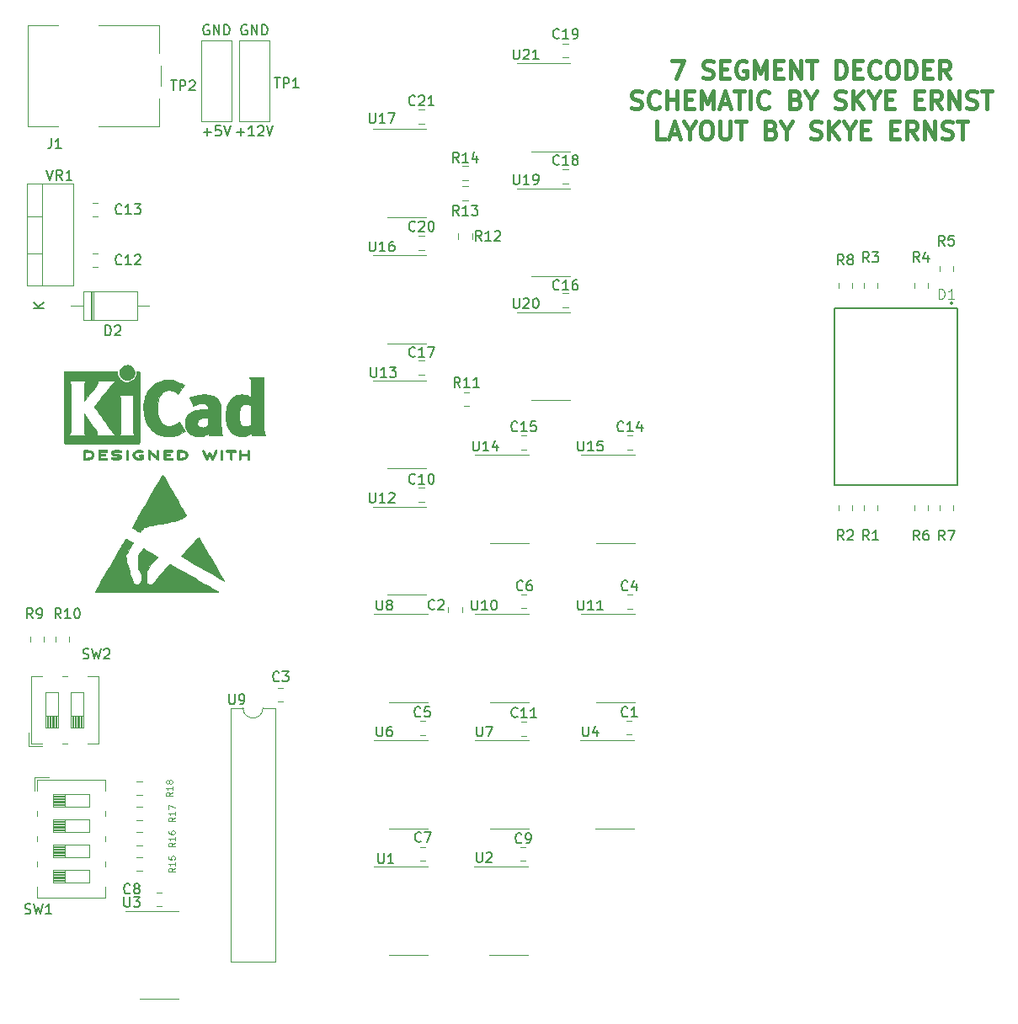
<source format=gbr>
G04 #@! TF.GenerationSoftware,KiCad,Pcbnew,(5.1.5)-3*
G04 #@! TF.CreationDate,2020-12-03T02:51:26-05:00*
G04 #@! TF.ProjectId,7447_Replica,37343437-5f52-4657-906c-6963612e6b69,rev?*
G04 #@! TF.SameCoordinates,Original*
G04 #@! TF.FileFunction,Legend,Top*
G04 #@! TF.FilePolarity,Positive*
%FSLAX46Y46*%
G04 Gerber Fmt 4.6, Leading zero omitted, Abs format (unit mm)*
G04 Created by KiCad (PCBNEW (5.1.5)-3) date 2020-12-03 02:51:26*
%MOMM*%
%LPD*%
G04 APERTURE LIST*
%ADD10C,0.381000*%
%ADD11C,0.150000*%
%ADD12C,0.010000*%
%ADD13C,0.120000*%
%ADD14C,0.200000*%
%ADD15C,0.152400*%
%ADD16C,0.124460*%
%ADD17C,0.101600*%
G04 APERTURE END LIST*
D10*
X105621666Y-30014333D02*
X106807000Y-30014333D01*
X106045000Y-31792333D01*
X108754333Y-31707666D02*
X109008333Y-31792333D01*
X109431666Y-31792333D01*
X109601000Y-31707666D01*
X109685666Y-31623000D01*
X109770333Y-31453666D01*
X109770333Y-31284333D01*
X109685666Y-31115000D01*
X109601000Y-31030333D01*
X109431666Y-30945666D01*
X109093000Y-30861000D01*
X108923666Y-30776333D01*
X108839000Y-30691666D01*
X108754333Y-30522333D01*
X108754333Y-30353000D01*
X108839000Y-30183666D01*
X108923666Y-30099000D01*
X109093000Y-30014333D01*
X109516333Y-30014333D01*
X109770333Y-30099000D01*
X110532333Y-30861000D02*
X111125000Y-30861000D01*
X111379000Y-31792333D02*
X110532333Y-31792333D01*
X110532333Y-30014333D01*
X111379000Y-30014333D01*
X113072333Y-30099000D02*
X112903000Y-30014333D01*
X112649000Y-30014333D01*
X112395000Y-30099000D01*
X112225666Y-30268333D01*
X112141000Y-30437666D01*
X112056333Y-30776333D01*
X112056333Y-31030333D01*
X112141000Y-31369000D01*
X112225666Y-31538333D01*
X112395000Y-31707666D01*
X112649000Y-31792333D01*
X112818333Y-31792333D01*
X113072333Y-31707666D01*
X113157000Y-31623000D01*
X113157000Y-31030333D01*
X112818333Y-31030333D01*
X113919000Y-31792333D02*
X113919000Y-30014333D01*
X114511666Y-31284333D01*
X115104333Y-30014333D01*
X115104333Y-31792333D01*
X115951000Y-30861000D02*
X116543666Y-30861000D01*
X116797666Y-31792333D02*
X115951000Y-31792333D01*
X115951000Y-30014333D01*
X116797666Y-30014333D01*
X117559666Y-31792333D02*
X117559666Y-30014333D01*
X118575666Y-31792333D01*
X118575666Y-30014333D01*
X119168333Y-30014333D02*
X120184333Y-30014333D01*
X119676333Y-31792333D02*
X119676333Y-30014333D01*
X122131666Y-31792333D02*
X122131666Y-30014333D01*
X122555000Y-30014333D01*
X122809000Y-30099000D01*
X122978333Y-30268333D01*
X123063000Y-30437666D01*
X123147666Y-30776333D01*
X123147666Y-31030333D01*
X123063000Y-31369000D01*
X122978333Y-31538333D01*
X122809000Y-31707666D01*
X122555000Y-31792333D01*
X122131666Y-31792333D01*
X123909666Y-30861000D02*
X124502333Y-30861000D01*
X124756333Y-31792333D02*
X123909666Y-31792333D01*
X123909666Y-30014333D01*
X124756333Y-30014333D01*
X126534333Y-31623000D02*
X126449666Y-31707666D01*
X126195666Y-31792333D01*
X126026333Y-31792333D01*
X125772333Y-31707666D01*
X125603000Y-31538333D01*
X125518333Y-31369000D01*
X125433666Y-31030333D01*
X125433666Y-30776333D01*
X125518333Y-30437666D01*
X125603000Y-30268333D01*
X125772333Y-30099000D01*
X126026333Y-30014333D01*
X126195666Y-30014333D01*
X126449666Y-30099000D01*
X126534333Y-30183666D01*
X127635000Y-30014333D02*
X127973666Y-30014333D01*
X128143000Y-30099000D01*
X128312333Y-30268333D01*
X128397000Y-30607000D01*
X128397000Y-31199666D01*
X128312333Y-31538333D01*
X128143000Y-31707666D01*
X127973666Y-31792333D01*
X127635000Y-31792333D01*
X127465666Y-31707666D01*
X127296333Y-31538333D01*
X127211666Y-31199666D01*
X127211666Y-30607000D01*
X127296333Y-30268333D01*
X127465666Y-30099000D01*
X127635000Y-30014333D01*
X129159000Y-31792333D02*
X129159000Y-30014333D01*
X129582333Y-30014333D01*
X129836333Y-30099000D01*
X130005666Y-30268333D01*
X130090333Y-30437666D01*
X130175000Y-30776333D01*
X130175000Y-31030333D01*
X130090333Y-31369000D01*
X130005666Y-31538333D01*
X129836333Y-31707666D01*
X129582333Y-31792333D01*
X129159000Y-31792333D01*
X130937000Y-30861000D02*
X131529666Y-30861000D01*
X131783666Y-31792333D02*
X130937000Y-31792333D01*
X130937000Y-30014333D01*
X131783666Y-30014333D01*
X133561666Y-31792333D02*
X132969000Y-30945666D01*
X132545666Y-31792333D02*
X132545666Y-30014333D01*
X133223000Y-30014333D01*
X133392333Y-30099000D01*
X133477000Y-30183666D01*
X133561666Y-30353000D01*
X133561666Y-30607000D01*
X133477000Y-30776333D01*
X133392333Y-30861000D01*
X133223000Y-30945666D01*
X132545666Y-30945666D01*
X101600000Y-34755666D02*
X101854000Y-34840333D01*
X102277333Y-34840333D01*
X102446666Y-34755666D01*
X102531333Y-34671000D01*
X102616000Y-34501666D01*
X102616000Y-34332333D01*
X102531333Y-34163000D01*
X102446666Y-34078333D01*
X102277333Y-33993666D01*
X101938666Y-33909000D01*
X101769333Y-33824333D01*
X101684666Y-33739666D01*
X101600000Y-33570333D01*
X101600000Y-33401000D01*
X101684666Y-33231666D01*
X101769333Y-33147000D01*
X101938666Y-33062333D01*
X102362000Y-33062333D01*
X102616000Y-33147000D01*
X104394000Y-34671000D02*
X104309333Y-34755666D01*
X104055333Y-34840333D01*
X103886000Y-34840333D01*
X103632000Y-34755666D01*
X103462666Y-34586333D01*
X103378000Y-34417000D01*
X103293333Y-34078333D01*
X103293333Y-33824333D01*
X103378000Y-33485666D01*
X103462666Y-33316333D01*
X103632000Y-33147000D01*
X103886000Y-33062333D01*
X104055333Y-33062333D01*
X104309333Y-33147000D01*
X104394000Y-33231666D01*
X105156000Y-34840333D02*
X105156000Y-33062333D01*
X105156000Y-33909000D02*
X106172000Y-33909000D01*
X106172000Y-34840333D02*
X106172000Y-33062333D01*
X107018666Y-33909000D02*
X107611333Y-33909000D01*
X107865333Y-34840333D02*
X107018666Y-34840333D01*
X107018666Y-33062333D01*
X107865333Y-33062333D01*
X108627333Y-34840333D02*
X108627333Y-33062333D01*
X109220000Y-34332333D01*
X109812666Y-33062333D01*
X109812666Y-34840333D01*
X110574666Y-34332333D02*
X111421333Y-34332333D01*
X110405333Y-34840333D02*
X110998000Y-33062333D01*
X111590666Y-34840333D01*
X111929333Y-33062333D02*
X112945333Y-33062333D01*
X112437333Y-34840333D02*
X112437333Y-33062333D01*
X113538000Y-34840333D02*
X113538000Y-33062333D01*
X115400666Y-34671000D02*
X115316000Y-34755666D01*
X115062000Y-34840333D01*
X114892666Y-34840333D01*
X114638666Y-34755666D01*
X114469333Y-34586333D01*
X114384666Y-34417000D01*
X114300000Y-34078333D01*
X114300000Y-33824333D01*
X114384666Y-33485666D01*
X114469333Y-33316333D01*
X114638666Y-33147000D01*
X114892666Y-33062333D01*
X115062000Y-33062333D01*
X115316000Y-33147000D01*
X115400666Y-33231666D01*
X118110000Y-33909000D02*
X118364000Y-33993666D01*
X118448666Y-34078333D01*
X118533333Y-34247666D01*
X118533333Y-34501666D01*
X118448666Y-34671000D01*
X118364000Y-34755666D01*
X118194666Y-34840333D01*
X117517333Y-34840333D01*
X117517333Y-33062333D01*
X118110000Y-33062333D01*
X118279333Y-33147000D01*
X118364000Y-33231666D01*
X118448666Y-33401000D01*
X118448666Y-33570333D01*
X118364000Y-33739666D01*
X118279333Y-33824333D01*
X118110000Y-33909000D01*
X117517333Y-33909000D01*
X119634000Y-33993666D02*
X119634000Y-34840333D01*
X119041333Y-33062333D02*
X119634000Y-33993666D01*
X120226666Y-33062333D01*
X122089333Y-34755666D02*
X122343333Y-34840333D01*
X122766666Y-34840333D01*
X122936000Y-34755666D01*
X123020666Y-34671000D01*
X123105333Y-34501666D01*
X123105333Y-34332333D01*
X123020666Y-34163000D01*
X122936000Y-34078333D01*
X122766666Y-33993666D01*
X122428000Y-33909000D01*
X122258666Y-33824333D01*
X122174000Y-33739666D01*
X122089333Y-33570333D01*
X122089333Y-33401000D01*
X122174000Y-33231666D01*
X122258666Y-33147000D01*
X122428000Y-33062333D01*
X122851333Y-33062333D01*
X123105333Y-33147000D01*
X123867333Y-34840333D02*
X123867333Y-33062333D01*
X124883333Y-34840333D02*
X124121333Y-33824333D01*
X124883333Y-33062333D02*
X123867333Y-34078333D01*
X125984000Y-33993666D02*
X125984000Y-34840333D01*
X125391333Y-33062333D02*
X125984000Y-33993666D01*
X126576666Y-33062333D01*
X127169333Y-33909000D02*
X127762000Y-33909000D01*
X128016000Y-34840333D02*
X127169333Y-34840333D01*
X127169333Y-33062333D01*
X128016000Y-33062333D01*
X130132666Y-33909000D02*
X130725333Y-33909000D01*
X130979333Y-34840333D02*
X130132666Y-34840333D01*
X130132666Y-33062333D01*
X130979333Y-33062333D01*
X132757333Y-34840333D02*
X132164666Y-33993666D01*
X131741333Y-34840333D02*
X131741333Y-33062333D01*
X132418666Y-33062333D01*
X132588000Y-33147000D01*
X132672666Y-33231666D01*
X132757333Y-33401000D01*
X132757333Y-33655000D01*
X132672666Y-33824333D01*
X132588000Y-33909000D01*
X132418666Y-33993666D01*
X131741333Y-33993666D01*
X133519333Y-34840333D02*
X133519333Y-33062333D01*
X134535333Y-34840333D01*
X134535333Y-33062333D01*
X135297333Y-34755666D02*
X135551333Y-34840333D01*
X135974666Y-34840333D01*
X136144000Y-34755666D01*
X136228666Y-34671000D01*
X136313333Y-34501666D01*
X136313333Y-34332333D01*
X136228666Y-34163000D01*
X136144000Y-34078333D01*
X135974666Y-33993666D01*
X135636000Y-33909000D01*
X135466666Y-33824333D01*
X135382000Y-33739666D01*
X135297333Y-33570333D01*
X135297333Y-33401000D01*
X135382000Y-33231666D01*
X135466666Y-33147000D01*
X135636000Y-33062333D01*
X136059333Y-33062333D01*
X136313333Y-33147000D01*
X136821333Y-33062333D02*
X137837333Y-33062333D01*
X137329333Y-34840333D02*
X137329333Y-33062333D01*
X104986666Y-37888333D02*
X104140000Y-37888333D01*
X104140000Y-36110333D01*
X105494666Y-37380333D02*
X106341333Y-37380333D01*
X105325333Y-37888333D02*
X105918000Y-36110333D01*
X106510666Y-37888333D01*
X107442000Y-37041666D02*
X107442000Y-37888333D01*
X106849333Y-36110333D02*
X107442000Y-37041666D01*
X108034666Y-36110333D01*
X108966000Y-36110333D02*
X109304666Y-36110333D01*
X109474000Y-36195000D01*
X109643333Y-36364333D01*
X109728000Y-36703000D01*
X109728000Y-37295666D01*
X109643333Y-37634333D01*
X109474000Y-37803666D01*
X109304666Y-37888333D01*
X108966000Y-37888333D01*
X108796666Y-37803666D01*
X108627333Y-37634333D01*
X108542666Y-37295666D01*
X108542666Y-36703000D01*
X108627333Y-36364333D01*
X108796666Y-36195000D01*
X108966000Y-36110333D01*
X110490000Y-36110333D02*
X110490000Y-37549666D01*
X110574666Y-37719000D01*
X110659333Y-37803666D01*
X110828666Y-37888333D01*
X111167333Y-37888333D01*
X111336666Y-37803666D01*
X111421333Y-37719000D01*
X111506000Y-37549666D01*
X111506000Y-36110333D01*
X112098666Y-36110333D02*
X113114666Y-36110333D01*
X112606666Y-37888333D02*
X112606666Y-36110333D01*
X115654666Y-36957000D02*
X115908666Y-37041666D01*
X115993333Y-37126333D01*
X116078000Y-37295666D01*
X116078000Y-37549666D01*
X115993333Y-37719000D01*
X115908666Y-37803666D01*
X115739333Y-37888333D01*
X115062000Y-37888333D01*
X115062000Y-36110333D01*
X115654666Y-36110333D01*
X115824000Y-36195000D01*
X115908666Y-36279666D01*
X115993333Y-36449000D01*
X115993333Y-36618333D01*
X115908666Y-36787666D01*
X115824000Y-36872333D01*
X115654666Y-36957000D01*
X115062000Y-36957000D01*
X117178666Y-37041666D02*
X117178666Y-37888333D01*
X116586000Y-36110333D02*
X117178666Y-37041666D01*
X117771333Y-36110333D01*
X119634000Y-37803666D02*
X119888000Y-37888333D01*
X120311333Y-37888333D01*
X120480666Y-37803666D01*
X120565333Y-37719000D01*
X120650000Y-37549666D01*
X120650000Y-37380333D01*
X120565333Y-37211000D01*
X120480666Y-37126333D01*
X120311333Y-37041666D01*
X119972666Y-36957000D01*
X119803333Y-36872333D01*
X119718666Y-36787666D01*
X119634000Y-36618333D01*
X119634000Y-36449000D01*
X119718666Y-36279666D01*
X119803333Y-36195000D01*
X119972666Y-36110333D01*
X120396000Y-36110333D01*
X120650000Y-36195000D01*
X121412000Y-37888333D02*
X121412000Y-36110333D01*
X122428000Y-37888333D02*
X121666000Y-36872333D01*
X122428000Y-36110333D02*
X121412000Y-37126333D01*
X123528666Y-37041666D02*
X123528666Y-37888333D01*
X122936000Y-36110333D02*
X123528666Y-37041666D01*
X124121333Y-36110333D01*
X124714000Y-36957000D02*
X125306666Y-36957000D01*
X125560666Y-37888333D02*
X124714000Y-37888333D01*
X124714000Y-36110333D01*
X125560666Y-36110333D01*
X127677333Y-36957000D02*
X128270000Y-36957000D01*
X128524000Y-37888333D02*
X127677333Y-37888333D01*
X127677333Y-36110333D01*
X128524000Y-36110333D01*
X130302000Y-37888333D02*
X129709333Y-37041666D01*
X129286000Y-37888333D02*
X129286000Y-36110333D01*
X129963333Y-36110333D01*
X130132666Y-36195000D01*
X130217333Y-36279666D01*
X130302000Y-36449000D01*
X130302000Y-36703000D01*
X130217333Y-36872333D01*
X130132666Y-36957000D01*
X129963333Y-37041666D01*
X129286000Y-37041666D01*
X131064000Y-37888333D02*
X131064000Y-36110333D01*
X132080000Y-37888333D01*
X132080000Y-36110333D01*
X132842000Y-37803666D02*
X133096000Y-37888333D01*
X133519333Y-37888333D01*
X133688666Y-37803666D01*
X133773333Y-37719000D01*
X133858000Y-37549666D01*
X133858000Y-37380333D01*
X133773333Y-37211000D01*
X133688666Y-37126333D01*
X133519333Y-37041666D01*
X133180666Y-36957000D01*
X133011333Y-36872333D01*
X132926666Y-36787666D01*
X132842000Y-36618333D01*
X132842000Y-36449000D01*
X132926666Y-36279666D01*
X133011333Y-36195000D01*
X133180666Y-36110333D01*
X133604000Y-36110333D01*
X133858000Y-36195000D01*
X134366000Y-36110333D02*
X135382000Y-36110333D01*
X134874000Y-37888333D02*
X134874000Y-36110333D01*
D11*
X59055095Y-26424000D02*
X58959857Y-26376380D01*
X58817000Y-26376380D01*
X58674142Y-26424000D01*
X58578904Y-26519238D01*
X58531285Y-26614476D01*
X58483666Y-26804952D01*
X58483666Y-26947809D01*
X58531285Y-27138285D01*
X58578904Y-27233523D01*
X58674142Y-27328761D01*
X58817000Y-27376380D01*
X58912238Y-27376380D01*
X59055095Y-27328761D01*
X59102714Y-27281142D01*
X59102714Y-26947809D01*
X58912238Y-26947809D01*
X59531285Y-27376380D02*
X59531285Y-26376380D01*
X60102714Y-27376380D01*
X60102714Y-26376380D01*
X60578904Y-27376380D02*
X60578904Y-26376380D01*
X60817000Y-26376380D01*
X60959857Y-26424000D01*
X61055095Y-26519238D01*
X61102714Y-26614476D01*
X61150333Y-26804952D01*
X61150333Y-26947809D01*
X61102714Y-27138285D01*
X61055095Y-27233523D01*
X60959857Y-27328761D01*
X60817000Y-27376380D01*
X60578904Y-27376380D01*
X58531285Y-37155428D02*
X59293190Y-37155428D01*
X58912238Y-37536380D02*
X58912238Y-36774476D01*
X60245571Y-36536380D02*
X59769380Y-36536380D01*
X59721761Y-37012571D01*
X59769380Y-36964952D01*
X59864619Y-36917333D01*
X60102714Y-36917333D01*
X60197952Y-36964952D01*
X60245571Y-37012571D01*
X60293190Y-37107809D01*
X60293190Y-37345904D01*
X60245571Y-37441142D01*
X60197952Y-37488761D01*
X60102714Y-37536380D01*
X59864619Y-37536380D01*
X59769380Y-37488761D01*
X59721761Y-37441142D01*
X60578904Y-36536380D02*
X60912238Y-37536380D01*
X61245571Y-36536380D01*
X62865095Y-26424000D02*
X62769857Y-26376380D01*
X62627000Y-26376380D01*
X62484142Y-26424000D01*
X62388904Y-26519238D01*
X62341285Y-26614476D01*
X62293666Y-26804952D01*
X62293666Y-26947809D01*
X62341285Y-27138285D01*
X62388904Y-27233523D01*
X62484142Y-27328761D01*
X62627000Y-27376380D01*
X62722238Y-27376380D01*
X62865095Y-27328761D01*
X62912714Y-27281142D01*
X62912714Y-26947809D01*
X62722238Y-26947809D01*
X63341285Y-27376380D02*
X63341285Y-26376380D01*
X63912714Y-27376380D01*
X63912714Y-26376380D01*
X64388904Y-27376380D02*
X64388904Y-26376380D01*
X64627000Y-26376380D01*
X64769857Y-26424000D01*
X64865095Y-26519238D01*
X64912714Y-26614476D01*
X64960333Y-26804952D01*
X64960333Y-26947809D01*
X64912714Y-27138285D01*
X64865095Y-27233523D01*
X64769857Y-27328761D01*
X64627000Y-27376380D01*
X64388904Y-27376380D01*
X61865095Y-37155428D02*
X62627000Y-37155428D01*
X62246047Y-37536380D02*
X62246047Y-36774476D01*
X63627000Y-37536380D02*
X63055571Y-37536380D01*
X63341285Y-37536380D02*
X63341285Y-36536380D01*
X63246047Y-36679238D01*
X63150809Y-36774476D01*
X63055571Y-36822095D01*
X64007952Y-36631619D02*
X64055571Y-36584000D01*
X64150809Y-36536380D01*
X64388904Y-36536380D01*
X64484142Y-36584000D01*
X64531761Y-36631619D01*
X64579380Y-36726857D01*
X64579380Y-36822095D01*
X64531761Y-36964952D01*
X63960333Y-37536380D01*
X64579380Y-37536380D01*
X64865095Y-36536380D02*
X65198428Y-37536380D01*
X65531761Y-36536380D01*
D12*
G36*
X46635292Y-69122409D02*
G01*
X46687857Y-69122944D01*
X46841881Y-69126660D01*
X46970875Y-69137699D01*
X47079237Y-69157246D01*
X47171362Y-69186483D01*
X47251647Y-69226597D01*
X47324488Y-69278769D01*
X47350505Y-69301433D01*
X47393663Y-69354462D01*
X47432579Y-69426421D01*
X47462573Y-69506184D01*
X47478965Y-69582625D01*
X47480668Y-69610872D01*
X47469995Y-69689174D01*
X47441393Y-69774705D01*
X47399989Y-69855663D01*
X47350905Y-69920246D01*
X47342933Y-69928038D01*
X47275400Y-69982808D01*
X47201448Y-70025563D01*
X47116812Y-70057423D01*
X47017229Y-70079508D01*
X46898434Y-70092938D01*
X46756166Y-70098834D01*
X46691000Y-70099334D01*
X46608145Y-70098935D01*
X46549877Y-70097266D01*
X46510730Y-70093622D01*
X46485237Y-70087293D01*
X46467932Y-70077574D01*
X46458656Y-70069274D01*
X46449894Y-70059192D01*
X46443021Y-70046185D01*
X46437808Y-70026769D01*
X46434027Y-69997460D01*
X46431449Y-69954773D01*
X46429846Y-69895225D01*
X46428989Y-69815330D01*
X46428649Y-69711605D01*
X46428597Y-69610872D01*
X46428266Y-69476519D01*
X46428338Y-69369192D01*
X46429616Y-69317795D01*
X46623981Y-69317795D01*
X46623981Y-69903949D01*
X46747975Y-69903835D01*
X46822585Y-69901696D01*
X46900728Y-69896183D01*
X46965926Y-69888472D01*
X46967910Y-69888155D01*
X47073283Y-69862678D01*
X47155014Y-69823000D01*
X47217184Y-69766538D01*
X47256686Y-69705406D01*
X47281026Y-69637593D01*
X47279139Y-69573919D01*
X47250891Y-69505665D01*
X47195638Y-69435056D01*
X47119073Y-69382735D01*
X47019551Y-69347763D01*
X46953039Y-69335386D01*
X46877539Y-69326694D01*
X46797521Y-69320404D01*
X46729462Y-69317788D01*
X46725431Y-69317776D01*
X46623981Y-69317795D01*
X46429616Y-69317795D01*
X46430410Y-69285881D01*
X46436085Y-69223579D01*
X46446959Y-69179275D01*
X46464632Y-69149960D01*
X46490703Y-69132625D01*
X46526771Y-69124261D01*
X46574434Y-69121859D01*
X46635292Y-69122409D01*
G37*
X46635292Y-69122409D02*
X46687857Y-69122944D01*
X46841881Y-69126660D01*
X46970875Y-69137699D01*
X47079237Y-69157246D01*
X47171362Y-69186483D01*
X47251647Y-69226597D01*
X47324488Y-69278769D01*
X47350505Y-69301433D01*
X47393663Y-69354462D01*
X47432579Y-69426421D01*
X47462573Y-69506184D01*
X47478965Y-69582625D01*
X47480668Y-69610872D01*
X47469995Y-69689174D01*
X47441393Y-69774705D01*
X47399989Y-69855663D01*
X47350905Y-69920246D01*
X47342933Y-69928038D01*
X47275400Y-69982808D01*
X47201448Y-70025563D01*
X47116812Y-70057423D01*
X47017229Y-70079508D01*
X46898434Y-70092938D01*
X46756166Y-70098834D01*
X46691000Y-70099334D01*
X46608145Y-70098935D01*
X46549877Y-70097266D01*
X46510730Y-70093622D01*
X46485237Y-70087293D01*
X46467932Y-70077574D01*
X46458656Y-70069274D01*
X46449894Y-70059192D01*
X46443021Y-70046185D01*
X46437808Y-70026769D01*
X46434027Y-69997460D01*
X46431449Y-69954773D01*
X46429846Y-69895225D01*
X46428989Y-69815330D01*
X46428649Y-69711605D01*
X46428597Y-69610872D01*
X46428266Y-69476519D01*
X46428338Y-69369192D01*
X46429616Y-69317795D01*
X46623981Y-69317795D01*
X46623981Y-69903949D01*
X46747975Y-69903835D01*
X46822585Y-69901696D01*
X46900728Y-69896183D01*
X46965926Y-69888472D01*
X46967910Y-69888155D01*
X47073283Y-69862678D01*
X47155014Y-69823000D01*
X47217184Y-69766538D01*
X47256686Y-69705406D01*
X47281026Y-69637593D01*
X47279139Y-69573919D01*
X47250891Y-69505665D01*
X47195638Y-69435056D01*
X47119073Y-69382735D01*
X47019551Y-69347763D01*
X46953039Y-69335386D01*
X46877539Y-69326694D01*
X46797521Y-69320404D01*
X46729462Y-69317788D01*
X46725431Y-69317776D01*
X46623981Y-69317795D01*
X46429616Y-69317795D01*
X46430410Y-69285881D01*
X46436085Y-69223579D01*
X46446959Y-69179275D01*
X46464632Y-69149960D01*
X46490703Y-69132625D01*
X46526771Y-69124261D01*
X46574434Y-69121859D01*
X46635292Y-69122409D01*
G36*
X48510616Y-69122516D02*
G01*
X48603024Y-69123012D01*
X48672773Y-69124165D01*
X48723563Y-69126244D01*
X48759095Y-69129515D01*
X48783068Y-69134247D01*
X48799182Y-69140707D01*
X48811137Y-69149163D01*
X48815467Y-69153055D01*
X48841795Y-69194404D01*
X48846535Y-69241916D01*
X48829216Y-69284095D01*
X48821207Y-69292620D01*
X48808254Y-69300885D01*
X48787398Y-69307261D01*
X48754770Y-69312059D01*
X48706504Y-69315588D01*
X48638732Y-69318158D01*
X48547586Y-69320081D01*
X48464255Y-69321251D01*
X48134454Y-69325310D01*
X48125440Y-69498150D01*
X48349304Y-69498150D01*
X48446492Y-69498989D01*
X48517643Y-69502496D01*
X48566755Y-69510159D01*
X48597829Y-69523467D01*
X48614862Y-69543905D01*
X48621854Y-69572963D01*
X48622916Y-69599931D01*
X48619616Y-69633021D01*
X48607163Y-69657404D01*
X48581726Y-69674353D01*
X48539475Y-69685143D01*
X48476580Y-69691048D01*
X48389211Y-69693341D01*
X48341525Y-69693535D01*
X48126940Y-69693535D01*
X48126940Y-69903949D01*
X48457591Y-69903949D01*
X48565976Y-69904100D01*
X48648349Y-69904778D01*
X48708757Y-69906320D01*
X48751247Y-69909063D01*
X48779865Y-69913345D01*
X48798658Y-69919503D01*
X48811672Y-69927873D01*
X48818301Y-69934008D01*
X48841039Y-69969813D01*
X48848360Y-70001641D01*
X48837907Y-70040518D01*
X48818301Y-70069274D01*
X48807841Y-70078327D01*
X48794338Y-70085357D01*
X48774160Y-70090618D01*
X48743675Y-70094365D01*
X48699251Y-70096854D01*
X48637255Y-70098339D01*
X48554055Y-70099075D01*
X48446019Y-70099318D01*
X48389957Y-70099334D01*
X48269902Y-70099227D01*
X48176272Y-70098739D01*
X48105437Y-70097613D01*
X48053765Y-70095595D01*
X48017623Y-70092430D01*
X47993378Y-70087863D01*
X47977399Y-70081640D01*
X47966053Y-70073504D01*
X47961614Y-70069274D01*
X47952829Y-70059160D01*
X47945942Y-70046112D01*
X47940725Y-70026634D01*
X47936947Y-69997228D01*
X47934376Y-69954398D01*
X47932782Y-69894648D01*
X47931935Y-69814481D01*
X47931604Y-69710401D01*
X47931555Y-69613492D01*
X47931600Y-69489387D01*
X47931912Y-69391830D01*
X47932758Y-69317310D01*
X47934404Y-69262315D01*
X47937117Y-69223334D01*
X47941163Y-69196857D01*
X47946809Y-69179370D01*
X47954320Y-69167364D01*
X47963964Y-69157327D01*
X47966340Y-69155090D01*
X47977871Y-69145183D01*
X47991268Y-69137512D01*
X48010250Y-69131790D01*
X48038531Y-69127732D01*
X48079828Y-69125052D01*
X48137858Y-69123466D01*
X48216337Y-69122688D01*
X48318980Y-69122432D01*
X48391850Y-69122410D01*
X48510616Y-69122516D01*
G37*
X48510616Y-69122516D02*
X48603024Y-69123012D01*
X48672773Y-69124165D01*
X48723563Y-69126244D01*
X48759095Y-69129515D01*
X48783068Y-69134247D01*
X48799182Y-69140707D01*
X48811137Y-69149163D01*
X48815467Y-69153055D01*
X48841795Y-69194404D01*
X48846535Y-69241916D01*
X48829216Y-69284095D01*
X48821207Y-69292620D01*
X48808254Y-69300885D01*
X48787398Y-69307261D01*
X48754770Y-69312059D01*
X48706504Y-69315588D01*
X48638732Y-69318158D01*
X48547586Y-69320081D01*
X48464255Y-69321251D01*
X48134454Y-69325310D01*
X48125440Y-69498150D01*
X48349304Y-69498150D01*
X48446492Y-69498989D01*
X48517643Y-69502496D01*
X48566755Y-69510159D01*
X48597829Y-69523467D01*
X48614862Y-69543905D01*
X48621854Y-69572963D01*
X48622916Y-69599931D01*
X48619616Y-69633021D01*
X48607163Y-69657404D01*
X48581726Y-69674353D01*
X48539475Y-69685143D01*
X48476580Y-69691048D01*
X48389211Y-69693341D01*
X48341525Y-69693535D01*
X48126940Y-69693535D01*
X48126940Y-69903949D01*
X48457591Y-69903949D01*
X48565976Y-69904100D01*
X48648349Y-69904778D01*
X48708757Y-69906320D01*
X48751247Y-69909063D01*
X48779865Y-69913345D01*
X48798658Y-69919503D01*
X48811672Y-69927873D01*
X48818301Y-69934008D01*
X48841039Y-69969813D01*
X48848360Y-70001641D01*
X48837907Y-70040518D01*
X48818301Y-70069274D01*
X48807841Y-70078327D01*
X48794338Y-70085357D01*
X48774160Y-70090618D01*
X48743675Y-70094365D01*
X48699251Y-70096854D01*
X48637255Y-70098339D01*
X48554055Y-70099075D01*
X48446019Y-70099318D01*
X48389957Y-70099334D01*
X48269902Y-70099227D01*
X48176272Y-70098739D01*
X48105437Y-70097613D01*
X48053765Y-70095595D01*
X48017623Y-70092430D01*
X47993378Y-70087863D01*
X47977399Y-70081640D01*
X47966053Y-70073504D01*
X47961614Y-70069274D01*
X47952829Y-70059160D01*
X47945942Y-70046112D01*
X47940725Y-70026634D01*
X47936947Y-69997228D01*
X47934376Y-69954398D01*
X47932782Y-69894648D01*
X47931935Y-69814481D01*
X47931604Y-69710401D01*
X47931555Y-69613492D01*
X47931600Y-69489387D01*
X47931912Y-69391830D01*
X47932758Y-69317310D01*
X47934404Y-69262315D01*
X47937117Y-69223334D01*
X47941163Y-69196857D01*
X47946809Y-69179370D01*
X47954320Y-69167364D01*
X47963964Y-69157327D01*
X47966340Y-69155090D01*
X47977871Y-69145183D01*
X47991268Y-69137512D01*
X48010250Y-69131790D01*
X48038531Y-69127732D01*
X48079828Y-69125052D01*
X48137858Y-69123466D01*
X48216337Y-69122688D01*
X48318980Y-69122432D01*
X48391850Y-69122410D01*
X48510616Y-69122516D01*
G36*
X49870058Y-69124121D02*
G01*
X49969663Y-69131084D01*
X50062302Y-69141959D01*
X50142588Y-69156338D01*
X50205138Y-69173810D01*
X50244565Y-69193966D01*
X50250617Y-69199899D01*
X50271662Y-69245939D01*
X50265280Y-69293204D01*
X50232639Y-69333642D01*
X50231082Y-69334801D01*
X50211883Y-69347261D01*
X50191841Y-69353813D01*
X50163886Y-69354608D01*
X50120947Y-69349800D01*
X50055955Y-69339539D01*
X50050727Y-69338675D01*
X49953885Y-69326778D01*
X49849402Y-69320909D01*
X49744611Y-69320852D01*
X49646844Y-69326391D01*
X49563434Y-69337309D01*
X49501713Y-69353389D01*
X49497658Y-69355005D01*
X49452882Y-69380093D01*
X49437150Y-69405482D01*
X49449466Y-69430451D01*
X49488831Y-69454280D01*
X49554248Y-69476246D01*
X49644720Y-69495630D01*
X49705046Y-69504962D01*
X49830446Y-69522913D01*
X49930181Y-69539323D01*
X50008500Y-69555612D01*
X50069653Y-69573202D01*
X50117887Y-69593513D01*
X50157451Y-69617967D01*
X50192594Y-69647984D01*
X50220835Y-69677460D01*
X50254338Y-69718531D01*
X50270827Y-69753846D01*
X50275983Y-69797357D01*
X50276170Y-69813292D01*
X50272298Y-69866169D01*
X50256819Y-69905507D01*
X50230031Y-69940424D01*
X50175587Y-69993798D01*
X50114876Y-70034502D01*
X50043388Y-70063864D01*
X49956610Y-70083211D01*
X49850032Y-70093870D01*
X49719143Y-70097169D01*
X49697531Y-70097113D01*
X49610248Y-70095304D01*
X49523687Y-70091193D01*
X49447284Y-70085370D01*
X49390476Y-70078425D01*
X49385882Y-70077628D01*
X49329401Y-70064248D01*
X49281494Y-70047346D01*
X49254373Y-70031895D01*
X49229135Y-69991130D01*
X49227377Y-69943662D01*
X49249134Y-69901359D01*
X49254002Y-69896576D01*
X49274124Y-69882363D01*
X49299288Y-69876240D01*
X49338233Y-69877282D01*
X49385511Y-69882698D01*
X49438341Y-69887537D01*
X49512398Y-69891619D01*
X49598855Y-69894582D01*
X49688883Y-69896061D01*
X49712561Y-69896158D01*
X49802924Y-69895794D01*
X49869057Y-69894040D01*
X49916779Y-69890287D01*
X49951908Y-69883927D01*
X49980264Y-69874351D01*
X49997305Y-69866375D01*
X50034750Y-69844229D01*
X50058625Y-69824172D01*
X50062114Y-69818487D01*
X50054753Y-69795009D01*
X50019759Y-69772281D01*
X49959558Y-69751334D01*
X49876575Y-69733200D01*
X49852126Y-69729161D01*
X49724424Y-69709103D01*
X49622506Y-69692338D01*
X49542440Y-69677647D01*
X49480292Y-69663812D01*
X49432128Y-69649615D01*
X49394014Y-69633837D01*
X49362016Y-69615260D01*
X49332202Y-69592666D01*
X49300636Y-69564837D01*
X49290014Y-69555080D01*
X49252773Y-69518666D01*
X49233059Y-69489816D01*
X49225347Y-69456802D01*
X49224099Y-69415199D01*
X49237831Y-69333615D01*
X49278868Y-69264298D01*
X49346976Y-69207472D01*
X49441919Y-69163361D01*
X49509662Y-69143576D01*
X49583287Y-69130797D01*
X49671485Y-69123568D01*
X49768870Y-69121479D01*
X49870058Y-69124121D01*
G37*
X49870058Y-69124121D02*
X49969663Y-69131084D01*
X50062302Y-69141959D01*
X50142588Y-69156338D01*
X50205138Y-69173810D01*
X50244565Y-69193966D01*
X50250617Y-69199899D01*
X50271662Y-69245939D01*
X50265280Y-69293204D01*
X50232639Y-69333642D01*
X50231082Y-69334801D01*
X50211883Y-69347261D01*
X50191841Y-69353813D01*
X50163886Y-69354608D01*
X50120947Y-69349800D01*
X50055955Y-69339539D01*
X50050727Y-69338675D01*
X49953885Y-69326778D01*
X49849402Y-69320909D01*
X49744611Y-69320852D01*
X49646844Y-69326391D01*
X49563434Y-69337309D01*
X49501713Y-69353389D01*
X49497658Y-69355005D01*
X49452882Y-69380093D01*
X49437150Y-69405482D01*
X49449466Y-69430451D01*
X49488831Y-69454280D01*
X49554248Y-69476246D01*
X49644720Y-69495630D01*
X49705046Y-69504962D01*
X49830446Y-69522913D01*
X49930181Y-69539323D01*
X50008500Y-69555612D01*
X50069653Y-69573202D01*
X50117887Y-69593513D01*
X50157451Y-69617967D01*
X50192594Y-69647984D01*
X50220835Y-69677460D01*
X50254338Y-69718531D01*
X50270827Y-69753846D01*
X50275983Y-69797357D01*
X50276170Y-69813292D01*
X50272298Y-69866169D01*
X50256819Y-69905507D01*
X50230031Y-69940424D01*
X50175587Y-69993798D01*
X50114876Y-70034502D01*
X50043388Y-70063864D01*
X49956610Y-70083211D01*
X49850032Y-70093870D01*
X49719143Y-70097169D01*
X49697531Y-70097113D01*
X49610248Y-70095304D01*
X49523687Y-70091193D01*
X49447284Y-70085370D01*
X49390476Y-70078425D01*
X49385882Y-70077628D01*
X49329401Y-70064248D01*
X49281494Y-70047346D01*
X49254373Y-70031895D01*
X49229135Y-69991130D01*
X49227377Y-69943662D01*
X49249134Y-69901359D01*
X49254002Y-69896576D01*
X49274124Y-69882363D01*
X49299288Y-69876240D01*
X49338233Y-69877282D01*
X49385511Y-69882698D01*
X49438341Y-69887537D01*
X49512398Y-69891619D01*
X49598855Y-69894582D01*
X49688883Y-69896061D01*
X49712561Y-69896158D01*
X49802924Y-69895794D01*
X49869057Y-69894040D01*
X49916779Y-69890287D01*
X49951908Y-69883927D01*
X49980264Y-69874351D01*
X49997305Y-69866375D01*
X50034750Y-69844229D01*
X50058625Y-69824172D01*
X50062114Y-69818487D01*
X50054753Y-69795009D01*
X50019759Y-69772281D01*
X49959558Y-69751334D01*
X49876575Y-69733200D01*
X49852126Y-69729161D01*
X49724424Y-69709103D01*
X49622506Y-69692338D01*
X49542440Y-69677647D01*
X49480292Y-69663812D01*
X49432128Y-69649615D01*
X49394014Y-69633837D01*
X49362016Y-69615260D01*
X49332202Y-69592666D01*
X49300636Y-69564837D01*
X49290014Y-69555080D01*
X49252773Y-69518666D01*
X49233059Y-69489816D01*
X49225347Y-69456802D01*
X49224099Y-69415199D01*
X49237831Y-69333615D01*
X49278868Y-69264298D01*
X49346976Y-69207472D01*
X49441919Y-69163361D01*
X49509662Y-69143576D01*
X49583287Y-69130797D01*
X49671485Y-69123568D01*
X49768870Y-69121479D01*
X49870058Y-69124121D01*
G36*
X50892383Y-69152470D02*
G01*
X50901145Y-69162552D01*
X50908018Y-69175559D01*
X50913231Y-69194975D01*
X50917012Y-69224284D01*
X50919590Y-69266971D01*
X50921193Y-69326519D01*
X50922051Y-69406414D01*
X50922390Y-69510140D01*
X50922443Y-69610872D01*
X50922350Y-69735816D01*
X50921919Y-69834185D01*
X50920923Y-69909465D01*
X50919131Y-69965138D01*
X50916317Y-70004690D01*
X50912250Y-70031605D01*
X50906704Y-70049367D01*
X50899449Y-70061461D01*
X50892383Y-70069274D01*
X50848444Y-70095476D01*
X50801626Y-70093125D01*
X50759737Y-70064548D01*
X50750112Y-70053391D01*
X50742591Y-70040447D01*
X50736912Y-70022136D01*
X50732819Y-69994882D01*
X50730051Y-69955104D01*
X50728350Y-69899226D01*
X50727457Y-69823668D01*
X50727113Y-69724852D01*
X50727058Y-69612978D01*
X50727058Y-69196192D01*
X50763949Y-69159301D01*
X50809421Y-69128264D01*
X50853530Y-69127145D01*
X50892383Y-69152470D01*
G37*
X50892383Y-69152470D02*
X50901145Y-69162552D01*
X50908018Y-69175559D01*
X50913231Y-69194975D01*
X50917012Y-69224284D01*
X50919590Y-69266971D01*
X50921193Y-69326519D01*
X50922051Y-69406414D01*
X50922390Y-69510140D01*
X50922443Y-69610872D01*
X50922350Y-69735816D01*
X50921919Y-69834185D01*
X50920923Y-69909465D01*
X50919131Y-69965138D01*
X50916317Y-70004690D01*
X50912250Y-70031605D01*
X50906704Y-70049367D01*
X50899449Y-70061461D01*
X50892383Y-70069274D01*
X50848444Y-70095476D01*
X50801626Y-70093125D01*
X50759737Y-70064548D01*
X50750112Y-70053391D01*
X50742591Y-70040447D01*
X50736912Y-70022136D01*
X50732819Y-69994882D01*
X50730051Y-69955104D01*
X50728350Y-69899226D01*
X50727457Y-69823668D01*
X50727113Y-69724852D01*
X50727058Y-69612978D01*
X50727058Y-69196192D01*
X50763949Y-69159301D01*
X50809421Y-69128264D01*
X50853530Y-69127145D01*
X50892383Y-69152470D01*
G36*
X52188784Y-69129776D02*
G01*
X52280005Y-69145082D01*
X52350064Y-69168875D01*
X52395642Y-69200204D01*
X52408062Y-69218078D01*
X52420692Y-69259649D01*
X52412193Y-69297256D01*
X52385361Y-69332919D01*
X52343670Y-69349603D01*
X52283176Y-69348248D01*
X52236387Y-69339209D01*
X52132418Y-69321987D01*
X52026166Y-69320351D01*
X51907237Y-69334329D01*
X51874386Y-69340252D01*
X51763801Y-69371431D01*
X51677287Y-69417810D01*
X51615793Y-69478599D01*
X51580268Y-69553008D01*
X51572921Y-69591478D01*
X51577730Y-69669527D01*
X51608780Y-69738581D01*
X51663240Y-69797293D01*
X51738282Y-69844317D01*
X51831076Y-69878307D01*
X51938794Y-69897918D01*
X52058605Y-69901805D01*
X52187681Y-69888620D01*
X52194969Y-69887376D01*
X52246308Y-69877814D01*
X52274774Y-69868578D01*
X52287112Y-69854873D01*
X52290068Y-69831906D01*
X52290135Y-69819743D01*
X52290135Y-69768683D01*
X52198969Y-69768683D01*
X52118464Y-69763168D01*
X52063525Y-69745594D01*
X52031560Y-69714417D01*
X52019974Y-69668094D01*
X52019833Y-69662048D01*
X52026611Y-69622453D01*
X52049855Y-69594181D01*
X52093116Y-69575471D01*
X52159945Y-69564564D01*
X52224676Y-69560554D01*
X52318759Y-69558253D01*
X52387002Y-69561764D01*
X52433545Y-69574719D01*
X52462528Y-69600750D01*
X52478091Y-69643491D01*
X52484375Y-69706574D01*
X52485520Y-69789428D01*
X52483644Y-69881910D01*
X52478000Y-69944818D01*
X52468564Y-69978403D01*
X52466733Y-69981033D01*
X52414921Y-70022998D01*
X52338956Y-70056232D01*
X52243654Y-70080023D01*
X52133830Y-70093663D01*
X52014300Y-70096442D01*
X51889880Y-70087649D01*
X51816703Y-70076849D01*
X51701926Y-70044362D01*
X51595250Y-69991250D01*
X51505935Y-69922319D01*
X51492360Y-69908542D01*
X51448254Y-69850622D01*
X51408457Y-69778840D01*
X51377619Y-69703583D01*
X51360389Y-69635241D01*
X51358312Y-69608993D01*
X51367153Y-69554241D01*
X51390651Y-69486119D01*
X51424297Y-69414414D01*
X51463582Y-69348913D01*
X51498291Y-69305162D01*
X51579443Y-69240083D01*
X51684348Y-69188285D01*
X51809246Y-69150938D01*
X51950379Y-69129217D01*
X52079721Y-69123909D01*
X52188784Y-69129776D01*
G37*
X52188784Y-69129776D02*
X52280005Y-69145082D01*
X52350064Y-69168875D01*
X52395642Y-69200204D01*
X52408062Y-69218078D01*
X52420692Y-69259649D01*
X52412193Y-69297256D01*
X52385361Y-69332919D01*
X52343670Y-69349603D01*
X52283176Y-69348248D01*
X52236387Y-69339209D01*
X52132418Y-69321987D01*
X52026166Y-69320351D01*
X51907237Y-69334329D01*
X51874386Y-69340252D01*
X51763801Y-69371431D01*
X51677287Y-69417810D01*
X51615793Y-69478599D01*
X51580268Y-69553008D01*
X51572921Y-69591478D01*
X51577730Y-69669527D01*
X51608780Y-69738581D01*
X51663240Y-69797293D01*
X51738282Y-69844317D01*
X51831076Y-69878307D01*
X51938794Y-69897918D01*
X52058605Y-69901805D01*
X52187681Y-69888620D01*
X52194969Y-69887376D01*
X52246308Y-69877814D01*
X52274774Y-69868578D01*
X52287112Y-69854873D01*
X52290068Y-69831906D01*
X52290135Y-69819743D01*
X52290135Y-69768683D01*
X52198969Y-69768683D01*
X52118464Y-69763168D01*
X52063525Y-69745594D01*
X52031560Y-69714417D01*
X52019974Y-69668094D01*
X52019833Y-69662048D01*
X52026611Y-69622453D01*
X52049855Y-69594181D01*
X52093116Y-69575471D01*
X52159945Y-69564564D01*
X52224676Y-69560554D01*
X52318759Y-69558253D01*
X52387002Y-69561764D01*
X52433545Y-69574719D01*
X52462528Y-69600750D01*
X52478091Y-69643491D01*
X52484375Y-69706574D01*
X52485520Y-69789428D01*
X52483644Y-69881910D01*
X52478000Y-69944818D01*
X52468564Y-69978403D01*
X52466733Y-69981033D01*
X52414921Y-70022998D01*
X52338956Y-70056232D01*
X52243654Y-70080023D01*
X52133830Y-70093663D01*
X52014300Y-70096442D01*
X51889880Y-70087649D01*
X51816703Y-70076849D01*
X51701926Y-70044362D01*
X51595250Y-69991250D01*
X51505935Y-69922319D01*
X51492360Y-69908542D01*
X51448254Y-69850622D01*
X51408457Y-69778840D01*
X51377619Y-69703583D01*
X51360389Y-69635241D01*
X51358312Y-69608993D01*
X51367153Y-69554241D01*
X51390651Y-69486119D01*
X51424297Y-69414414D01*
X51463582Y-69348913D01*
X51498291Y-69305162D01*
X51579443Y-69240083D01*
X51684348Y-69188285D01*
X51809246Y-69150938D01*
X51950379Y-69129217D01*
X52079721Y-69123909D01*
X52188784Y-69129776D01*
G36*
X53054126Y-69128244D02*
G01*
X53085501Y-69146649D01*
X53126524Y-69176749D01*
X53179322Y-69219960D01*
X53246021Y-69277702D01*
X53328747Y-69351392D01*
X53429626Y-69442448D01*
X53545105Y-69547138D01*
X53785579Y-69765207D01*
X53793094Y-69472508D01*
X53795807Y-69371754D01*
X53798424Y-69296722D01*
X53801526Y-69243084D01*
X53805690Y-69206510D01*
X53811495Y-69182671D01*
X53819522Y-69167238D01*
X53830349Y-69155882D01*
X53836090Y-69151110D01*
X53882063Y-69125877D01*
X53925809Y-69129566D01*
X53960511Y-69151123D01*
X53995993Y-69179835D01*
X54000406Y-69599150D01*
X54001627Y-69722471D01*
X54002249Y-69819348D01*
X54002056Y-69893394D01*
X54000832Y-69948221D01*
X53998362Y-69987443D01*
X53994432Y-70014673D01*
X53988826Y-70033523D01*
X53981328Y-70047605D01*
X53973013Y-70058899D01*
X53955024Y-70079846D01*
X53937125Y-70093731D01*
X53916834Y-70099060D01*
X53891668Y-70094340D01*
X53859146Y-70078077D01*
X53816783Y-70048777D01*
X53762098Y-70004946D01*
X53692609Y-69945091D01*
X53605831Y-69867718D01*
X53507531Y-69778814D01*
X53154336Y-69458435D01*
X53146821Y-69750177D01*
X53144103Y-69850747D01*
X53141479Y-69925604D01*
X53138367Y-69979084D01*
X53134184Y-70015526D01*
X53128349Y-70039268D01*
X53120280Y-70054646D01*
X53109395Y-70066000D01*
X53103825Y-70070626D01*
X53054590Y-70096042D01*
X53008069Y-70092209D01*
X52967557Y-70059733D01*
X52958290Y-70046667D01*
X52951067Y-70031409D01*
X52945634Y-70010296D01*
X52941738Y-69979669D01*
X52939125Y-69935866D01*
X52937539Y-69875227D01*
X52936728Y-69794091D01*
X52936438Y-69688797D01*
X52936407Y-69610872D01*
X52936505Y-69488988D01*
X52936967Y-69393503D01*
X52938049Y-69320755D01*
X52940003Y-69267083D01*
X52943084Y-69228827D01*
X52947546Y-69202327D01*
X52953643Y-69183920D01*
X52961629Y-69169948D01*
X52967557Y-69162011D01*
X52982584Y-69143212D01*
X52996628Y-69129017D01*
X53011816Y-69120846D01*
X53030273Y-69120116D01*
X53054126Y-69128244D01*
G37*
X53054126Y-69128244D02*
X53085501Y-69146649D01*
X53126524Y-69176749D01*
X53179322Y-69219960D01*
X53246021Y-69277702D01*
X53328747Y-69351392D01*
X53429626Y-69442448D01*
X53545105Y-69547138D01*
X53785579Y-69765207D01*
X53793094Y-69472508D01*
X53795807Y-69371754D01*
X53798424Y-69296722D01*
X53801526Y-69243084D01*
X53805690Y-69206510D01*
X53811495Y-69182671D01*
X53819522Y-69167238D01*
X53830349Y-69155882D01*
X53836090Y-69151110D01*
X53882063Y-69125877D01*
X53925809Y-69129566D01*
X53960511Y-69151123D01*
X53995993Y-69179835D01*
X54000406Y-69599150D01*
X54001627Y-69722471D01*
X54002249Y-69819348D01*
X54002056Y-69893394D01*
X54000832Y-69948221D01*
X53998362Y-69987443D01*
X53994432Y-70014673D01*
X53988826Y-70033523D01*
X53981328Y-70047605D01*
X53973013Y-70058899D01*
X53955024Y-70079846D01*
X53937125Y-70093731D01*
X53916834Y-70099060D01*
X53891668Y-70094340D01*
X53859146Y-70078077D01*
X53816783Y-70048777D01*
X53762098Y-70004946D01*
X53692609Y-69945091D01*
X53605831Y-69867718D01*
X53507531Y-69778814D01*
X53154336Y-69458435D01*
X53146821Y-69750177D01*
X53144103Y-69850747D01*
X53141479Y-69925604D01*
X53138367Y-69979084D01*
X53134184Y-70015526D01*
X53128349Y-70039268D01*
X53120280Y-70054646D01*
X53109395Y-70066000D01*
X53103825Y-70070626D01*
X53054590Y-70096042D01*
X53008069Y-70092209D01*
X52967557Y-70059733D01*
X52958290Y-70046667D01*
X52951067Y-70031409D01*
X52945634Y-70010296D01*
X52941738Y-69979669D01*
X52939125Y-69935866D01*
X52937539Y-69875227D01*
X52936728Y-69794091D01*
X52936438Y-69688797D01*
X52936407Y-69610872D01*
X52936505Y-69488988D01*
X52936967Y-69393503D01*
X52938049Y-69320755D01*
X52940003Y-69267083D01*
X52943084Y-69228827D01*
X52947546Y-69202327D01*
X52953643Y-69183920D01*
X52961629Y-69169948D01*
X52967557Y-69162011D01*
X52982584Y-69143212D01*
X52996628Y-69129017D01*
X53011816Y-69120846D01*
X53030273Y-69120116D01*
X53054126Y-69128244D01*
G36*
X55091716Y-69122667D02*
G01*
X55193377Y-69123884D01*
X55271282Y-69126730D01*
X55328581Y-69131874D01*
X55368427Y-69139984D01*
X55393968Y-69151731D01*
X55408357Y-69167782D01*
X55414745Y-69188808D01*
X55416281Y-69215476D01*
X55416289Y-69218626D01*
X55414955Y-69248790D01*
X55408651Y-69272103D01*
X55393922Y-69289506D01*
X55367315Y-69301940D01*
X55325374Y-69310345D01*
X55264646Y-69315665D01*
X55181676Y-69318839D01*
X55073011Y-69320809D01*
X55039705Y-69321245D01*
X54717413Y-69325310D01*
X54712906Y-69411730D01*
X54708398Y-69498150D01*
X54932263Y-69498150D01*
X55019721Y-69498473D01*
X55082169Y-69499837D01*
X55124654Y-69502839D01*
X55152223Y-69508073D01*
X55169922Y-69516135D01*
X55182797Y-69527620D01*
X55182880Y-69527711D01*
X55206230Y-69572471D01*
X55205386Y-69620847D01*
X55180879Y-69662086D01*
X55176029Y-69666325D01*
X55158815Y-69677249D01*
X55135226Y-69684849D01*
X55100007Y-69689697D01*
X55047900Y-69692366D01*
X54973650Y-69693428D01*
X54926162Y-69693535D01*
X54709898Y-69693535D01*
X54709898Y-69903949D01*
X55038220Y-69903949D01*
X55146618Y-69904139D01*
X55228935Y-69904914D01*
X55289149Y-69906584D01*
X55331235Y-69909458D01*
X55359171Y-69913847D01*
X55376934Y-69920059D01*
X55388500Y-69928404D01*
X55391415Y-69931434D01*
X55412936Y-69973434D01*
X55414510Y-70021214D01*
X55396855Y-70062642D01*
X55382885Y-70075937D01*
X55368354Y-70083256D01*
X55345838Y-70088919D01*
X55311776Y-70093123D01*
X55262607Y-70096068D01*
X55194768Y-70097951D01*
X55104698Y-70098970D01*
X54988837Y-70099325D01*
X54962643Y-70099334D01*
X54844839Y-70099256D01*
X54753396Y-70098831D01*
X54684614Y-70097766D01*
X54634796Y-70095769D01*
X54600240Y-70092550D01*
X54577250Y-70087816D01*
X54562126Y-70081277D01*
X54551169Y-70072641D01*
X54545158Y-70066440D01*
X54536110Y-70055457D01*
X54529042Y-70041852D01*
X54523709Y-70022056D01*
X54519868Y-69992502D01*
X54517275Y-69949621D01*
X54515687Y-69889845D01*
X54514861Y-69809607D01*
X54514552Y-69705339D01*
X54514514Y-69617580D01*
X54514608Y-69494608D01*
X54515057Y-69398069D01*
X54516108Y-69324339D01*
X54518010Y-69269790D01*
X54521009Y-69230799D01*
X54525355Y-69203739D01*
X54531294Y-69184984D01*
X54539075Y-69170910D01*
X54545664Y-69162011D01*
X54576814Y-69122410D01*
X54963148Y-69122410D01*
X55091716Y-69122667D01*
G37*
X55091716Y-69122667D02*
X55193377Y-69123884D01*
X55271282Y-69126730D01*
X55328581Y-69131874D01*
X55368427Y-69139984D01*
X55393968Y-69151731D01*
X55408357Y-69167782D01*
X55414745Y-69188808D01*
X55416281Y-69215476D01*
X55416289Y-69218626D01*
X55414955Y-69248790D01*
X55408651Y-69272103D01*
X55393922Y-69289506D01*
X55367315Y-69301940D01*
X55325374Y-69310345D01*
X55264646Y-69315665D01*
X55181676Y-69318839D01*
X55073011Y-69320809D01*
X55039705Y-69321245D01*
X54717413Y-69325310D01*
X54712906Y-69411730D01*
X54708398Y-69498150D01*
X54932263Y-69498150D01*
X55019721Y-69498473D01*
X55082169Y-69499837D01*
X55124654Y-69502839D01*
X55152223Y-69508073D01*
X55169922Y-69516135D01*
X55182797Y-69527620D01*
X55182880Y-69527711D01*
X55206230Y-69572471D01*
X55205386Y-69620847D01*
X55180879Y-69662086D01*
X55176029Y-69666325D01*
X55158815Y-69677249D01*
X55135226Y-69684849D01*
X55100007Y-69689697D01*
X55047900Y-69692366D01*
X54973650Y-69693428D01*
X54926162Y-69693535D01*
X54709898Y-69693535D01*
X54709898Y-69903949D01*
X55038220Y-69903949D01*
X55146618Y-69904139D01*
X55228935Y-69904914D01*
X55289149Y-69906584D01*
X55331235Y-69909458D01*
X55359171Y-69913847D01*
X55376934Y-69920059D01*
X55388500Y-69928404D01*
X55391415Y-69931434D01*
X55412936Y-69973434D01*
X55414510Y-70021214D01*
X55396855Y-70062642D01*
X55382885Y-70075937D01*
X55368354Y-70083256D01*
X55345838Y-70088919D01*
X55311776Y-70093123D01*
X55262607Y-70096068D01*
X55194768Y-70097951D01*
X55104698Y-70098970D01*
X54988837Y-70099325D01*
X54962643Y-70099334D01*
X54844839Y-70099256D01*
X54753396Y-70098831D01*
X54684614Y-70097766D01*
X54634796Y-70095769D01*
X54600240Y-70092550D01*
X54577250Y-70087816D01*
X54562126Y-70081277D01*
X54551169Y-70072641D01*
X54545158Y-70066440D01*
X54536110Y-70055457D01*
X54529042Y-70041852D01*
X54523709Y-70022056D01*
X54519868Y-69992502D01*
X54517275Y-69949621D01*
X54515687Y-69889845D01*
X54514861Y-69809607D01*
X54514552Y-69705339D01*
X54514514Y-69617580D01*
X54514608Y-69494608D01*
X54515057Y-69398069D01*
X54516108Y-69324339D01*
X54518010Y-69269790D01*
X54521009Y-69230799D01*
X54525355Y-69203739D01*
X54531294Y-69184984D01*
X54539075Y-69170910D01*
X54545664Y-69162011D01*
X54576814Y-69122410D01*
X54963148Y-69122410D01*
X55091716Y-69122667D01*
G36*
X56140783Y-69122687D02*
G01*
X56312501Y-69128493D01*
X56458555Y-69146101D01*
X56581353Y-69176563D01*
X56683303Y-69220935D01*
X56766814Y-69280271D01*
X56834293Y-69355624D01*
X56888149Y-69448050D01*
X56889208Y-69450304D01*
X56921349Y-69533024D01*
X56932801Y-69606284D01*
X56923520Y-69680012D01*
X56893461Y-69764135D01*
X56887761Y-69776937D01*
X56848885Y-69851862D01*
X56805195Y-69909757D01*
X56748806Y-69958972D01*
X56671838Y-70007857D01*
X56667366Y-70010409D01*
X56600363Y-70042595D01*
X56524631Y-70066632D01*
X56435304Y-70083351D01*
X56327515Y-70093579D01*
X56196398Y-70098146D01*
X56150072Y-70098543D01*
X55929476Y-70099334D01*
X55898326Y-70059733D01*
X55889086Y-70046711D01*
X55881878Y-70031504D01*
X55876450Y-70010466D01*
X55872551Y-69979950D01*
X55869929Y-69936311D01*
X55869074Y-69903949D01*
X56077591Y-69903949D01*
X56202582Y-69903949D01*
X56275723Y-69901810D01*
X56350807Y-69896181D01*
X56412430Y-69888243D01*
X56416149Y-69887575D01*
X56525599Y-69858212D01*
X56610494Y-69814097D01*
X56673518Y-69753183D01*
X56717360Y-69673424D01*
X56724983Y-69652284D01*
X56732456Y-69619362D01*
X56729221Y-69586836D01*
X56713479Y-69543564D01*
X56703990Y-69522307D01*
X56672917Y-69465820D01*
X56635479Y-69426191D01*
X56594287Y-69398594D01*
X56511776Y-69362682D01*
X56406179Y-69336668D01*
X56283164Y-69321688D01*
X56194070Y-69318392D01*
X56077591Y-69317795D01*
X56077591Y-69903949D01*
X55869074Y-69903949D01*
X55868332Y-69875900D01*
X55867510Y-69795072D01*
X55867210Y-69690181D01*
X55867176Y-69608162D01*
X55867176Y-69196192D01*
X55904067Y-69159301D01*
X55920440Y-69144348D01*
X55938143Y-69134108D01*
X55962865Y-69127701D01*
X56000294Y-69124247D01*
X56056119Y-69122867D01*
X56136028Y-69122681D01*
X56140783Y-69122687D01*
G37*
X56140783Y-69122687D02*
X56312501Y-69128493D01*
X56458555Y-69146101D01*
X56581353Y-69176563D01*
X56683303Y-69220935D01*
X56766814Y-69280271D01*
X56834293Y-69355624D01*
X56888149Y-69448050D01*
X56889208Y-69450304D01*
X56921349Y-69533024D01*
X56932801Y-69606284D01*
X56923520Y-69680012D01*
X56893461Y-69764135D01*
X56887761Y-69776937D01*
X56848885Y-69851862D01*
X56805195Y-69909757D01*
X56748806Y-69958972D01*
X56671838Y-70007857D01*
X56667366Y-70010409D01*
X56600363Y-70042595D01*
X56524631Y-70066632D01*
X56435304Y-70083351D01*
X56327515Y-70093579D01*
X56196398Y-70098146D01*
X56150072Y-70098543D01*
X55929476Y-70099334D01*
X55898326Y-70059733D01*
X55889086Y-70046711D01*
X55881878Y-70031504D01*
X55876450Y-70010466D01*
X55872551Y-69979950D01*
X55869929Y-69936311D01*
X55869074Y-69903949D01*
X56077591Y-69903949D01*
X56202582Y-69903949D01*
X56275723Y-69901810D01*
X56350807Y-69896181D01*
X56412430Y-69888243D01*
X56416149Y-69887575D01*
X56525599Y-69858212D01*
X56610494Y-69814097D01*
X56673518Y-69753183D01*
X56717360Y-69673424D01*
X56724983Y-69652284D01*
X56732456Y-69619362D01*
X56729221Y-69586836D01*
X56713479Y-69543564D01*
X56703990Y-69522307D01*
X56672917Y-69465820D01*
X56635479Y-69426191D01*
X56594287Y-69398594D01*
X56511776Y-69362682D01*
X56406179Y-69336668D01*
X56283164Y-69321688D01*
X56194070Y-69318392D01*
X56077591Y-69317795D01*
X56077591Y-69903949D01*
X55869074Y-69903949D01*
X55868332Y-69875900D01*
X55867510Y-69795072D01*
X55867210Y-69690181D01*
X55867176Y-69608162D01*
X55867176Y-69196192D01*
X55904067Y-69159301D01*
X55920440Y-69144348D01*
X55938143Y-69134108D01*
X55962865Y-69127701D01*
X56000294Y-69124247D01*
X56056119Y-69122867D01*
X56136028Y-69122681D01*
X56140783Y-69122687D01*
G36*
X59770547Y-69125030D02*
G01*
X59796628Y-69134350D01*
X59797634Y-69134806D01*
X59833052Y-69161834D01*
X59852566Y-69189636D01*
X59856384Y-69202672D01*
X59856195Y-69219992D01*
X59850822Y-69244667D01*
X59839088Y-69279764D01*
X59819813Y-69328353D01*
X59791822Y-69393502D01*
X59753936Y-69478281D01*
X59704978Y-69585759D01*
X59678031Y-69644503D01*
X59629370Y-69749373D01*
X59583690Y-69845814D01*
X59542734Y-69930298D01*
X59508246Y-69999300D01*
X59481969Y-70049294D01*
X59465646Y-70076754D01*
X59462416Y-70080547D01*
X59421089Y-70097280D01*
X59374409Y-70095039D01*
X59336970Y-70074687D01*
X59335444Y-70073032D01*
X59320551Y-70050486D01*
X59295569Y-70006571D01*
X59263579Y-69946940D01*
X59227660Y-69877246D01*
X59214752Y-69851563D01*
X59117314Y-69656397D01*
X59011106Y-69868407D01*
X58973197Y-69941661D01*
X58938027Y-70005190D01*
X58908468Y-70054131D01*
X58887394Y-70083622D01*
X58880252Y-70089876D01*
X58824738Y-70098345D01*
X58778929Y-70080547D01*
X58765454Y-70061525D01*
X58742136Y-70019249D01*
X58710877Y-69957880D01*
X58673580Y-69881576D01*
X58632146Y-69794499D01*
X58588478Y-69700807D01*
X58544478Y-69604661D01*
X58502048Y-69510221D01*
X58463090Y-69421645D01*
X58429507Y-69343096D01*
X58403201Y-69278731D01*
X58386074Y-69232711D01*
X58380029Y-69209197D01*
X58380091Y-69208345D01*
X58394800Y-69178756D01*
X58424202Y-69148620D01*
X58425933Y-69147308D01*
X58462070Y-69126882D01*
X58495494Y-69127080D01*
X58508022Y-69130931D01*
X58523287Y-69139253D01*
X58539498Y-69155625D01*
X58558599Y-69183442D01*
X58582535Y-69226100D01*
X58613251Y-69286995D01*
X58652691Y-69369525D01*
X58688258Y-69445707D01*
X58729177Y-69534014D01*
X58765844Y-69613426D01*
X58796354Y-69679796D01*
X58818802Y-69728975D01*
X58831283Y-69756813D01*
X58833103Y-69761168D01*
X58841290Y-69754049D01*
X58860105Y-69724241D01*
X58887046Y-69676096D01*
X58919608Y-69613963D01*
X58932566Y-69588328D01*
X58976460Y-69501765D01*
X59010311Y-69438725D01*
X59036897Y-69395542D01*
X59058995Y-69368552D01*
X59079384Y-69354088D01*
X59100840Y-69348487D01*
X59114823Y-69347854D01*
X59139488Y-69350040D01*
X59161102Y-69359079D01*
X59182578Y-69378697D01*
X59206830Y-69412617D01*
X59236770Y-69464562D01*
X59275313Y-69538258D01*
X59296578Y-69580180D01*
X59331072Y-69646994D01*
X59361156Y-69702401D01*
X59384177Y-69741727D01*
X59397480Y-69760296D01*
X59399289Y-69761069D01*
X59407880Y-69746455D01*
X59427114Y-69708507D01*
X59455065Y-69651196D01*
X59489807Y-69578496D01*
X59529413Y-69494376D01*
X59548896Y-69452594D01*
X59599580Y-69344763D01*
X59640393Y-69261790D01*
X59673454Y-69200966D01*
X59700881Y-69159585D01*
X59724792Y-69134940D01*
X59747308Y-69124324D01*
X59770547Y-69125030D01*
G37*
X59770547Y-69125030D02*
X59796628Y-69134350D01*
X59797634Y-69134806D01*
X59833052Y-69161834D01*
X59852566Y-69189636D01*
X59856384Y-69202672D01*
X59856195Y-69219992D01*
X59850822Y-69244667D01*
X59839088Y-69279764D01*
X59819813Y-69328353D01*
X59791822Y-69393502D01*
X59753936Y-69478281D01*
X59704978Y-69585759D01*
X59678031Y-69644503D01*
X59629370Y-69749373D01*
X59583690Y-69845814D01*
X59542734Y-69930298D01*
X59508246Y-69999300D01*
X59481969Y-70049294D01*
X59465646Y-70076754D01*
X59462416Y-70080547D01*
X59421089Y-70097280D01*
X59374409Y-70095039D01*
X59336970Y-70074687D01*
X59335444Y-70073032D01*
X59320551Y-70050486D01*
X59295569Y-70006571D01*
X59263579Y-69946940D01*
X59227660Y-69877246D01*
X59214752Y-69851563D01*
X59117314Y-69656397D01*
X59011106Y-69868407D01*
X58973197Y-69941661D01*
X58938027Y-70005190D01*
X58908468Y-70054131D01*
X58887394Y-70083622D01*
X58880252Y-70089876D01*
X58824738Y-70098345D01*
X58778929Y-70080547D01*
X58765454Y-70061525D01*
X58742136Y-70019249D01*
X58710877Y-69957880D01*
X58673580Y-69881576D01*
X58632146Y-69794499D01*
X58588478Y-69700807D01*
X58544478Y-69604661D01*
X58502048Y-69510221D01*
X58463090Y-69421645D01*
X58429507Y-69343096D01*
X58403201Y-69278731D01*
X58386074Y-69232711D01*
X58380029Y-69209197D01*
X58380091Y-69208345D01*
X58394800Y-69178756D01*
X58424202Y-69148620D01*
X58425933Y-69147308D01*
X58462070Y-69126882D01*
X58495494Y-69127080D01*
X58508022Y-69130931D01*
X58523287Y-69139253D01*
X58539498Y-69155625D01*
X58558599Y-69183442D01*
X58582535Y-69226100D01*
X58613251Y-69286995D01*
X58652691Y-69369525D01*
X58688258Y-69445707D01*
X58729177Y-69534014D01*
X58765844Y-69613426D01*
X58796354Y-69679796D01*
X58818802Y-69728975D01*
X58831283Y-69756813D01*
X58833103Y-69761168D01*
X58841290Y-69754049D01*
X58860105Y-69724241D01*
X58887046Y-69676096D01*
X58919608Y-69613963D01*
X58932566Y-69588328D01*
X58976460Y-69501765D01*
X59010311Y-69438725D01*
X59036897Y-69395542D01*
X59058995Y-69368552D01*
X59079384Y-69354088D01*
X59100840Y-69348487D01*
X59114823Y-69347854D01*
X59139488Y-69350040D01*
X59161102Y-69359079D01*
X59182578Y-69378697D01*
X59206830Y-69412617D01*
X59236770Y-69464562D01*
X59275313Y-69538258D01*
X59296578Y-69580180D01*
X59331072Y-69646994D01*
X59361156Y-69702401D01*
X59384177Y-69741727D01*
X59397480Y-69760296D01*
X59399289Y-69761069D01*
X59407880Y-69746455D01*
X59427114Y-69708507D01*
X59455065Y-69651196D01*
X59489807Y-69578496D01*
X59529413Y-69494376D01*
X59548896Y-69452594D01*
X59599580Y-69344763D01*
X59640393Y-69261790D01*
X59673454Y-69200966D01*
X59700881Y-69159585D01*
X59724792Y-69134940D01*
X59747308Y-69124324D01*
X59770547Y-69125030D01*
G36*
X60361604Y-69131477D02*
G01*
X60393174Y-69151142D01*
X60428656Y-69179873D01*
X60428656Y-69607966D01*
X60428543Y-69733190D01*
X60428059Y-69831847D01*
X60426986Y-69907430D01*
X60425108Y-69963433D01*
X60422206Y-70003347D01*
X60418063Y-70030666D01*
X60412462Y-70048881D01*
X60405185Y-70061486D01*
X60400024Y-70067696D01*
X60358168Y-70094980D01*
X60310505Y-70093867D01*
X60268753Y-70070602D01*
X60233271Y-70041871D01*
X60233271Y-69179873D01*
X60268753Y-69151142D01*
X60302998Y-69130242D01*
X60330963Y-69122410D01*
X60361604Y-69131477D01*
G37*
X60361604Y-69131477D02*
X60393174Y-69151142D01*
X60428656Y-69179873D01*
X60428656Y-69607966D01*
X60428543Y-69733190D01*
X60428059Y-69831847D01*
X60426986Y-69907430D01*
X60425108Y-69963433D01*
X60422206Y-70003347D01*
X60418063Y-70030666D01*
X60412462Y-70048881D01*
X60405185Y-70061486D01*
X60400024Y-70067696D01*
X60358168Y-70094980D01*
X60310505Y-70093867D01*
X60268753Y-70070602D01*
X60233271Y-70041871D01*
X60233271Y-69179873D01*
X60268753Y-69151142D01*
X60302998Y-69130242D01*
X60330963Y-69122410D01*
X60361604Y-69131477D01*
G36*
X61392677Y-69122539D02*
G01*
X61497465Y-69123043D01*
X61578799Y-69124096D01*
X61639980Y-69125876D01*
X61684311Y-69128557D01*
X61715094Y-69132314D01*
X61735631Y-69137325D01*
X61749225Y-69143763D01*
X61755803Y-69148712D01*
X61789944Y-69192029D01*
X61794074Y-69237003D01*
X61772976Y-69277860D01*
X61759179Y-69294186D01*
X61744332Y-69305318D01*
X61722815Y-69312250D01*
X61689008Y-69315977D01*
X61637292Y-69317494D01*
X61562047Y-69317794D01*
X61547269Y-69317795D01*
X61352975Y-69317795D01*
X61352975Y-69678505D01*
X61352847Y-69792201D01*
X61352266Y-69879685D01*
X61350936Y-69944802D01*
X61348560Y-69991398D01*
X61344844Y-70023319D01*
X61339492Y-70044412D01*
X61332207Y-70058523D01*
X61322916Y-70069274D01*
X61279071Y-70095696D01*
X61233300Y-70093614D01*
X61191790Y-70063469D01*
X61188741Y-70059733D01*
X61178812Y-70045610D01*
X61171248Y-70029086D01*
X61165729Y-70006146D01*
X61161933Y-69972773D01*
X61159542Y-69924955D01*
X61158234Y-69858674D01*
X61157691Y-69769918D01*
X61157591Y-69668963D01*
X61157591Y-69317795D01*
X60972050Y-69317795D01*
X60892427Y-69317256D01*
X60837304Y-69315157D01*
X60801132Y-69310771D01*
X60778362Y-69303376D01*
X60763447Y-69292245D01*
X60761636Y-69290310D01*
X60739858Y-69246057D01*
X60741784Y-69196029D01*
X60766821Y-69152470D01*
X60776504Y-69144020D01*
X60788988Y-69137321D01*
X60807603Y-69132169D01*
X60835677Y-69128361D01*
X60876541Y-69125697D01*
X60933522Y-69123972D01*
X61009952Y-69122984D01*
X61109157Y-69122532D01*
X61234469Y-69122412D01*
X61261133Y-69122410D01*
X61392677Y-69122539D01*
G37*
X61392677Y-69122539D02*
X61497465Y-69123043D01*
X61578799Y-69124096D01*
X61639980Y-69125876D01*
X61684311Y-69128557D01*
X61715094Y-69132314D01*
X61735631Y-69137325D01*
X61749225Y-69143763D01*
X61755803Y-69148712D01*
X61789944Y-69192029D01*
X61794074Y-69237003D01*
X61772976Y-69277860D01*
X61759179Y-69294186D01*
X61744332Y-69305318D01*
X61722815Y-69312250D01*
X61689008Y-69315977D01*
X61637292Y-69317494D01*
X61562047Y-69317794D01*
X61547269Y-69317795D01*
X61352975Y-69317795D01*
X61352975Y-69678505D01*
X61352847Y-69792201D01*
X61352266Y-69879685D01*
X61350936Y-69944802D01*
X61348560Y-69991398D01*
X61344844Y-70023319D01*
X61339492Y-70044412D01*
X61332207Y-70058523D01*
X61322916Y-70069274D01*
X61279071Y-70095696D01*
X61233300Y-70093614D01*
X61191790Y-70063469D01*
X61188741Y-70059733D01*
X61178812Y-70045610D01*
X61171248Y-70029086D01*
X61165729Y-70006146D01*
X61161933Y-69972773D01*
X61159542Y-69924955D01*
X61158234Y-69858674D01*
X61157691Y-69769918D01*
X61157591Y-69668963D01*
X61157591Y-69317795D01*
X60972050Y-69317795D01*
X60892427Y-69317256D01*
X60837304Y-69315157D01*
X60801132Y-69310771D01*
X60778362Y-69303376D01*
X60763447Y-69292245D01*
X60761636Y-69290310D01*
X60739858Y-69246057D01*
X60741784Y-69196029D01*
X60766821Y-69152470D01*
X60776504Y-69144020D01*
X60788988Y-69137321D01*
X60807603Y-69132169D01*
X60835677Y-69128361D01*
X60876541Y-69125697D01*
X60933522Y-69123972D01*
X61009952Y-69122984D01*
X61109157Y-69122532D01*
X61234469Y-69122412D01*
X61261133Y-69122410D01*
X61392677Y-69122539D01*
G36*
X63077859Y-69129688D02*
G01*
X63119635Y-69159301D01*
X63156525Y-69196192D01*
X63156525Y-69608162D01*
X63156429Y-69730486D01*
X63155972Y-69826398D01*
X63154903Y-69899544D01*
X63152971Y-69953570D01*
X63149923Y-69992123D01*
X63145509Y-70018848D01*
X63139476Y-70037394D01*
X63131574Y-70051405D01*
X63125375Y-70059733D01*
X63084461Y-70092449D01*
X63037482Y-70096000D01*
X62994544Y-70075937D01*
X62980356Y-70064092D01*
X62970872Y-70048358D01*
X62965151Y-70023022D01*
X62962253Y-69982370D01*
X62961238Y-69920688D01*
X62961141Y-69873038D01*
X62961141Y-69693535D01*
X62299839Y-69693535D01*
X62299839Y-69856833D01*
X62299155Y-69931505D01*
X62296419Y-69982824D01*
X62290604Y-70017477D01*
X62280684Y-70042155D01*
X62268689Y-70059733D01*
X62227546Y-70092357D01*
X62181017Y-70096220D01*
X62136473Y-70073032D01*
X62124312Y-70060876D01*
X62115723Y-70044761D01*
X62110058Y-70019660D01*
X62106669Y-69980544D01*
X62104908Y-69922386D01*
X62104128Y-69840158D01*
X62104036Y-69821286D01*
X62103392Y-69666357D01*
X62103060Y-69538674D01*
X62103168Y-69435427D01*
X62103845Y-69353803D01*
X62105218Y-69290992D01*
X62107416Y-69244181D01*
X62110566Y-69210559D01*
X62114798Y-69187315D01*
X62120238Y-69171636D01*
X62127015Y-69160711D01*
X62134514Y-69152470D01*
X62176933Y-69126107D01*
X62221172Y-69129688D01*
X62262948Y-69159301D01*
X62279853Y-69178407D01*
X62290629Y-69199511D01*
X62296641Y-69229568D01*
X62299256Y-69275533D01*
X62299839Y-69344360D01*
X62299839Y-69498150D01*
X62961141Y-69498150D01*
X62961141Y-69340339D01*
X62961816Y-69267636D01*
X62964526Y-69218545D01*
X62970301Y-69186636D01*
X62980169Y-69165478D01*
X62991200Y-69152470D01*
X63033619Y-69126107D01*
X63077859Y-69129688D01*
G37*
X63077859Y-69129688D02*
X63119635Y-69159301D01*
X63156525Y-69196192D01*
X63156525Y-69608162D01*
X63156429Y-69730486D01*
X63155972Y-69826398D01*
X63154903Y-69899544D01*
X63152971Y-69953570D01*
X63149923Y-69992123D01*
X63145509Y-70018848D01*
X63139476Y-70037394D01*
X63131574Y-70051405D01*
X63125375Y-70059733D01*
X63084461Y-70092449D01*
X63037482Y-70096000D01*
X62994544Y-70075937D01*
X62980356Y-70064092D01*
X62970872Y-70048358D01*
X62965151Y-70023022D01*
X62962253Y-69982370D01*
X62961238Y-69920688D01*
X62961141Y-69873038D01*
X62961141Y-69693535D01*
X62299839Y-69693535D01*
X62299839Y-69856833D01*
X62299155Y-69931505D01*
X62296419Y-69982824D01*
X62290604Y-70017477D01*
X62280684Y-70042155D01*
X62268689Y-70059733D01*
X62227546Y-70092357D01*
X62181017Y-70096220D01*
X62136473Y-70073032D01*
X62124312Y-70060876D01*
X62115723Y-70044761D01*
X62110058Y-70019660D01*
X62106669Y-69980544D01*
X62104908Y-69922386D01*
X62104128Y-69840158D01*
X62104036Y-69821286D01*
X62103392Y-69666357D01*
X62103060Y-69538674D01*
X62103168Y-69435427D01*
X62103845Y-69353803D01*
X62105218Y-69290992D01*
X62107416Y-69244181D01*
X62110566Y-69210559D01*
X62114798Y-69187315D01*
X62120238Y-69171636D01*
X62127015Y-69160711D01*
X62134514Y-69152470D01*
X62176933Y-69126107D01*
X62221172Y-69129688D01*
X62262948Y-69159301D01*
X62279853Y-69178407D01*
X62290629Y-69199511D01*
X62296641Y-69229568D01*
X62299256Y-69275533D01*
X62299839Y-69344360D01*
X62299839Y-69498150D01*
X62961141Y-69498150D01*
X62961141Y-69340339D01*
X62961816Y-69267636D01*
X62964526Y-69218545D01*
X62970301Y-69186636D01*
X62980169Y-69165478D01*
X62991200Y-69152470D01*
X63033619Y-69126107D01*
X63077859Y-69129688D01*
G36*
X51007682Y-60599933D02*
G01*
X51143929Y-60647172D01*
X51270779Y-60721527D01*
X51384067Y-60822987D01*
X51479628Y-60951543D01*
X51522554Y-61032572D01*
X51559705Y-61145908D01*
X51577712Y-61276751D01*
X51575717Y-61411265D01*
X51553577Y-61533158D01*
X51493064Y-61682107D01*
X51405314Y-61811309D01*
X51294788Y-61918223D01*
X51165946Y-62000306D01*
X51023247Y-62055016D01*
X50871151Y-62079810D01*
X50714119Y-62072147D01*
X50636714Y-62055772D01*
X50485859Y-61997089D01*
X50351875Y-61907543D01*
X50237994Y-61789893D01*
X50147448Y-61646902D01*
X50139788Y-61631286D01*
X50113306Y-61572686D01*
X50096678Y-61523334D01*
X50087650Y-61471270D01*
X50083968Y-61404539D01*
X50083357Y-61331929D01*
X50084367Y-61244691D01*
X50088928Y-61181624D01*
X50099334Y-61130636D01*
X50117879Y-61079633D01*
X50140770Y-61029313D01*
X50226154Y-60886470D01*
X50331301Y-60770810D01*
X50452045Y-60682325D01*
X50584221Y-60621005D01*
X50723663Y-60586839D01*
X50866205Y-60579818D01*
X51007682Y-60599933D01*
G37*
X51007682Y-60599933D02*
X51143929Y-60647172D01*
X51270779Y-60721527D01*
X51384067Y-60822987D01*
X51479628Y-60951543D01*
X51522554Y-61032572D01*
X51559705Y-61145908D01*
X51577712Y-61276751D01*
X51575717Y-61411265D01*
X51553577Y-61533158D01*
X51493064Y-61682107D01*
X51405314Y-61811309D01*
X51294788Y-61918223D01*
X51165946Y-62000306D01*
X51023247Y-62055016D01*
X50871151Y-62079810D01*
X50714119Y-62072147D01*
X50636714Y-62055772D01*
X50485859Y-61997089D01*
X50351875Y-61907543D01*
X50237994Y-61789893D01*
X50147448Y-61646902D01*
X50139788Y-61631286D01*
X50113306Y-61572686D01*
X50096678Y-61523334D01*
X50087650Y-61471270D01*
X50083968Y-61404539D01*
X50083357Y-61331929D01*
X50084367Y-61244691D01*
X50088928Y-61181624D01*
X50099334Y-61130636D01*
X50117879Y-61079633D01*
X50140770Y-61029313D01*
X50226154Y-60886470D01*
X50331301Y-60770810D01*
X50452045Y-60682325D01*
X50584221Y-60621005D01*
X50723663Y-60586839D01*
X50866205Y-60579818D01*
X51007682Y-60599933D01*
G36*
X63651571Y-61816089D02*
G01*
X63805876Y-61816723D01*
X63858321Y-61817042D01*
X64579500Y-61821786D01*
X64588571Y-64588572D01*
X64589769Y-64963756D01*
X64590832Y-65304417D01*
X64591827Y-65612318D01*
X64592823Y-65889221D01*
X64593888Y-66136888D01*
X64595091Y-66357081D01*
X64596499Y-66551562D01*
X64598182Y-66722094D01*
X64600206Y-66870440D01*
X64602641Y-66998361D01*
X64605554Y-67107620D01*
X64609015Y-67199979D01*
X64613090Y-67277200D01*
X64617849Y-67341046D01*
X64623360Y-67393278D01*
X64629691Y-67435660D01*
X64636910Y-67469953D01*
X64645085Y-67497920D01*
X64654285Y-67521324D01*
X64664577Y-67541925D01*
X64676031Y-67561487D01*
X64688715Y-67581772D01*
X64702695Y-67604543D01*
X64705561Y-67609393D01*
X64753640Y-67691433D01*
X63363928Y-67681929D01*
X63354857Y-67529295D01*
X63349918Y-67456045D01*
X63344771Y-67413696D01*
X63337786Y-67396892D01*
X63327337Y-67400277D01*
X63318571Y-67409960D01*
X63280388Y-67445229D01*
X63218155Y-67490563D01*
X63140641Y-67540546D01*
X63056613Y-67589761D01*
X62974839Y-67632791D01*
X62912052Y-67661101D01*
X62764954Y-67707624D01*
X62596180Y-67740579D01*
X62418191Y-67758707D01*
X62243447Y-67760750D01*
X62084407Y-67745447D01*
X62081788Y-67745009D01*
X61864168Y-67690402D01*
X61660455Y-67603401D01*
X61472613Y-67485876D01*
X61302607Y-67339697D01*
X61152402Y-67166734D01*
X61023964Y-66968857D01*
X60919257Y-66747936D01*
X60862246Y-66584286D01*
X60824651Y-66447375D01*
X60796771Y-66314798D01*
X60777753Y-66178502D01*
X60766745Y-66030433D01*
X60762895Y-65862537D01*
X60764600Y-65725440D01*
X62103359Y-65725440D01*
X62109694Y-65955329D01*
X62129679Y-66153111D01*
X62163927Y-66320539D01*
X62213055Y-66459369D01*
X62277676Y-66571358D01*
X62358405Y-66658259D01*
X62451591Y-66719692D01*
X62500080Y-66742626D01*
X62542134Y-66756375D01*
X62589020Y-66762666D01*
X62652004Y-66763222D01*
X62719857Y-66760773D01*
X62853295Y-66749004D01*
X62958832Y-66725955D01*
X62992000Y-66714410D01*
X63067735Y-66680311D01*
X63147614Y-66637491D01*
X63182500Y-66616057D01*
X63273214Y-66556556D01*
X63273214Y-64670584D01*
X63173428Y-64610771D01*
X63034267Y-64543185D01*
X62892087Y-64503214D01*
X62752090Y-64490622D01*
X62619474Y-64505173D01*
X62499440Y-64546632D01*
X62397188Y-64614763D01*
X62364195Y-64647466D01*
X62284667Y-64754619D01*
X62220299Y-64884327D01*
X62170553Y-65038814D01*
X62134891Y-65220302D01*
X62112775Y-65431015D01*
X62103667Y-65673175D01*
X62103359Y-65725440D01*
X60764600Y-65725440D01*
X60765310Y-65668374D01*
X60780605Y-65369713D01*
X60811358Y-65100325D01*
X60858381Y-64856285D01*
X60922482Y-64633670D01*
X61004472Y-64428556D01*
X61033730Y-64367746D01*
X61151581Y-64169440D01*
X61293996Y-63993212D01*
X61457629Y-63841908D01*
X61639131Y-63718371D01*
X61835153Y-63625447D01*
X61952655Y-63587115D01*
X62068054Y-63564359D01*
X62206907Y-63550820D01*
X62357574Y-63546492D01*
X62508413Y-63551368D01*
X62647785Y-63565444D01*
X62759691Y-63587525D01*
X62892884Y-63630828D01*
X63021979Y-63686511D01*
X63134928Y-63748936D01*
X63195043Y-63791303D01*
X63236510Y-63822807D01*
X63265545Y-63841990D01*
X63272150Y-63844714D01*
X63274198Y-63827163D01*
X63276107Y-63776875D01*
X63277836Y-63697400D01*
X63279341Y-63592286D01*
X63280581Y-63465083D01*
X63281513Y-63319339D01*
X63282095Y-63158603D01*
X63282286Y-62994884D01*
X63282179Y-62785188D01*
X63281658Y-62608396D01*
X63280416Y-62461126D01*
X63278148Y-62339997D01*
X63274550Y-62241627D01*
X63269317Y-62162634D01*
X63262144Y-62099638D01*
X63252726Y-62049255D01*
X63240758Y-62008105D01*
X63225935Y-61972806D01*
X63207952Y-61939977D01*
X63186505Y-61906235D01*
X63183745Y-61902057D01*
X63156083Y-61858356D01*
X63139382Y-61828305D01*
X63137143Y-61821967D01*
X63154643Y-61819967D01*
X63204574Y-61818340D01*
X63283085Y-61817112D01*
X63386323Y-61816311D01*
X63510436Y-61815961D01*
X63651571Y-61816089D01*
G37*
X63651571Y-61816089D02*
X63805876Y-61816723D01*
X63858321Y-61817042D01*
X64579500Y-61821786D01*
X64588571Y-64588572D01*
X64589769Y-64963756D01*
X64590832Y-65304417D01*
X64591827Y-65612318D01*
X64592823Y-65889221D01*
X64593888Y-66136888D01*
X64595091Y-66357081D01*
X64596499Y-66551562D01*
X64598182Y-66722094D01*
X64600206Y-66870440D01*
X64602641Y-66998361D01*
X64605554Y-67107620D01*
X64609015Y-67199979D01*
X64613090Y-67277200D01*
X64617849Y-67341046D01*
X64623360Y-67393278D01*
X64629691Y-67435660D01*
X64636910Y-67469953D01*
X64645085Y-67497920D01*
X64654285Y-67521324D01*
X64664577Y-67541925D01*
X64676031Y-67561487D01*
X64688715Y-67581772D01*
X64702695Y-67604543D01*
X64705561Y-67609393D01*
X64753640Y-67691433D01*
X63363928Y-67681929D01*
X63354857Y-67529295D01*
X63349918Y-67456045D01*
X63344771Y-67413696D01*
X63337786Y-67396892D01*
X63327337Y-67400277D01*
X63318571Y-67409960D01*
X63280388Y-67445229D01*
X63218155Y-67490563D01*
X63140641Y-67540546D01*
X63056613Y-67589761D01*
X62974839Y-67632791D01*
X62912052Y-67661101D01*
X62764954Y-67707624D01*
X62596180Y-67740579D01*
X62418191Y-67758707D01*
X62243447Y-67760750D01*
X62084407Y-67745447D01*
X62081788Y-67745009D01*
X61864168Y-67690402D01*
X61660455Y-67603401D01*
X61472613Y-67485876D01*
X61302607Y-67339697D01*
X61152402Y-67166734D01*
X61023964Y-66968857D01*
X60919257Y-66747936D01*
X60862246Y-66584286D01*
X60824651Y-66447375D01*
X60796771Y-66314798D01*
X60777753Y-66178502D01*
X60766745Y-66030433D01*
X60762895Y-65862537D01*
X60764600Y-65725440D01*
X62103359Y-65725440D01*
X62109694Y-65955329D01*
X62129679Y-66153111D01*
X62163927Y-66320539D01*
X62213055Y-66459369D01*
X62277676Y-66571358D01*
X62358405Y-66658259D01*
X62451591Y-66719692D01*
X62500080Y-66742626D01*
X62542134Y-66756375D01*
X62589020Y-66762666D01*
X62652004Y-66763222D01*
X62719857Y-66760773D01*
X62853295Y-66749004D01*
X62958832Y-66725955D01*
X62992000Y-66714410D01*
X63067735Y-66680311D01*
X63147614Y-66637491D01*
X63182500Y-66616057D01*
X63273214Y-66556556D01*
X63273214Y-64670584D01*
X63173428Y-64610771D01*
X63034267Y-64543185D01*
X62892087Y-64503214D01*
X62752090Y-64490622D01*
X62619474Y-64505173D01*
X62499440Y-64546632D01*
X62397188Y-64614763D01*
X62364195Y-64647466D01*
X62284667Y-64754619D01*
X62220299Y-64884327D01*
X62170553Y-65038814D01*
X62134891Y-65220302D01*
X62112775Y-65431015D01*
X62103667Y-65673175D01*
X62103359Y-65725440D01*
X60764600Y-65725440D01*
X60765310Y-65668374D01*
X60780605Y-65369713D01*
X60811358Y-65100325D01*
X60858381Y-64856285D01*
X60922482Y-64633670D01*
X61004472Y-64428556D01*
X61033730Y-64367746D01*
X61151581Y-64169440D01*
X61293996Y-63993212D01*
X61457629Y-63841908D01*
X61639131Y-63718371D01*
X61835153Y-63625447D01*
X61952655Y-63587115D01*
X62068054Y-63564359D01*
X62206907Y-63550820D01*
X62357574Y-63546492D01*
X62508413Y-63551368D01*
X62647785Y-63565444D01*
X62759691Y-63587525D01*
X62892884Y-63630828D01*
X63021979Y-63686511D01*
X63134928Y-63748936D01*
X63195043Y-63791303D01*
X63236510Y-63822807D01*
X63265545Y-63841990D01*
X63272150Y-63844714D01*
X63274198Y-63827163D01*
X63276107Y-63776875D01*
X63277836Y-63697400D01*
X63279341Y-63592286D01*
X63280581Y-63465083D01*
X63281513Y-63319339D01*
X63282095Y-63158603D01*
X63282286Y-62994884D01*
X63282179Y-62785188D01*
X63281658Y-62608396D01*
X63280416Y-62461126D01*
X63278148Y-62339997D01*
X63274550Y-62241627D01*
X63269317Y-62162634D01*
X63262144Y-62099638D01*
X63252726Y-62049255D01*
X63240758Y-62008105D01*
X63225935Y-61972806D01*
X63207952Y-61939977D01*
X63186505Y-61906235D01*
X63183745Y-61902057D01*
X63156083Y-61858356D01*
X63139382Y-61828305D01*
X63137143Y-61821967D01*
X63154643Y-61819967D01*
X63204574Y-61818340D01*
X63283085Y-61817112D01*
X63386323Y-61816311D01*
X63510436Y-61815961D01*
X63651571Y-61816089D01*
G36*
X58795632Y-63543730D02*
G01*
X58885523Y-63550535D01*
X59142715Y-63584753D01*
X59370485Y-63639331D01*
X59569943Y-63715020D01*
X59742197Y-63812570D01*
X59888359Y-63932732D01*
X60009536Y-64076258D01*
X60106839Y-64243898D01*
X60177891Y-64425286D01*
X60195927Y-64483146D01*
X60211632Y-64537329D01*
X60225192Y-64590752D01*
X60236792Y-64646333D01*
X60246617Y-64706988D01*
X60254853Y-64775635D01*
X60261684Y-64855190D01*
X60267295Y-64948572D01*
X60271872Y-65058696D01*
X60275600Y-65188481D01*
X60278665Y-65340842D01*
X60281250Y-65518698D01*
X60283542Y-65724965D01*
X60285725Y-65962561D01*
X60287286Y-66148857D01*
X60297785Y-67427929D01*
X60365821Y-67551018D01*
X60398038Y-67610317D01*
X60422012Y-67656377D01*
X60433450Y-67680893D01*
X60433857Y-67682553D01*
X60416375Y-67684454D01*
X60366574Y-67686205D01*
X60288421Y-67687758D01*
X60185882Y-67689062D01*
X60062922Y-67690070D01*
X59923510Y-67690731D01*
X59771611Y-67690997D01*
X59753500Y-67691000D01*
X59073143Y-67691000D01*
X59073143Y-67536786D01*
X59071982Y-67467094D01*
X59068887Y-67413794D01*
X59064432Y-67385217D01*
X59062463Y-67382572D01*
X59044455Y-67393653D01*
X59007393Y-67422736D01*
X58959222Y-67463579D01*
X58958141Y-67464524D01*
X58870235Y-67529971D01*
X58759217Y-67595688D01*
X58637631Y-67655219D01*
X58518021Y-67702109D01*
X58465357Y-67718133D01*
X58360551Y-67738485D01*
X58231950Y-67751472D01*
X58091325Y-67756909D01*
X57950448Y-67754611D01*
X57821093Y-67744392D01*
X57730571Y-67729689D01*
X57508580Y-67664499D01*
X57308729Y-67571594D01*
X57132319Y-67452126D01*
X56980650Y-67307247D01*
X56855024Y-67138110D01*
X56756741Y-66945867D01*
X56714341Y-66829214D01*
X56687768Y-66715833D01*
X56670158Y-66579722D01*
X56662010Y-66433437D01*
X56662278Y-66412151D01*
X57889321Y-66412151D01*
X57899496Y-66520850D01*
X57933378Y-66611185D01*
X57996000Y-66694995D01*
X58020052Y-66719571D01*
X58105551Y-66786011D01*
X58204373Y-66828574D01*
X58322768Y-66849177D01*
X58447445Y-66850694D01*
X58565698Y-66840677D01*
X58656239Y-66821085D01*
X58695560Y-66806370D01*
X58766432Y-66766265D01*
X58841525Y-66709863D01*
X58910038Y-66646561D01*
X58961172Y-66585755D01*
X58974750Y-66563449D01*
X58985305Y-66532212D01*
X58992810Y-66482507D01*
X58997613Y-66409587D01*
X59000065Y-66308703D01*
X59000571Y-66212689D01*
X59000228Y-66100750D01*
X58998843Y-66019809D01*
X58995881Y-65964585D01*
X58990808Y-65929794D01*
X58983090Y-65910154D01*
X58972192Y-65900380D01*
X58968821Y-65898824D01*
X58939529Y-65894029D01*
X58881756Y-65890108D01*
X58803304Y-65887414D01*
X58711974Y-65886299D01*
X58692143Y-65886298D01*
X58570063Y-65888246D01*
X58475749Y-65894041D01*
X58400807Y-65904475D01*
X58338903Y-65919714D01*
X58185349Y-65977784D01*
X58064932Y-66049179D01*
X57976610Y-66135039D01*
X57919339Y-66236507D01*
X57892078Y-66354725D01*
X57889321Y-66412151D01*
X56662278Y-66412151D01*
X56663823Y-66289533D01*
X56676096Y-66160565D01*
X56685670Y-66108460D01*
X56746801Y-65914997D01*
X56839757Y-65736993D01*
X56962783Y-65576155D01*
X57114124Y-65434190D01*
X57292025Y-65312806D01*
X57494732Y-65213709D01*
X57667071Y-65153533D01*
X57782253Y-65121919D01*
X57892423Y-65097354D01*
X58004719Y-65079039D01*
X58126275Y-65066178D01*
X58264229Y-65057972D01*
X58425715Y-65053624D01*
X58571715Y-65052400D01*
X59004645Y-65051215D01*
X58996351Y-64921080D01*
X58972801Y-64779883D01*
X58922703Y-64658518D01*
X58848191Y-64560017D01*
X58751399Y-64487409D01*
X58666171Y-64451979D01*
X58544056Y-64429650D01*
X58398683Y-64426443D01*
X58236867Y-64441177D01*
X58065422Y-64472670D01*
X57891163Y-64519740D01*
X57720904Y-64581203D01*
X57597176Y-64637417D01*
X57537647Y-64666283D01*
X57492242Y-64686443D01*
X57469150Y-64694310D01*
X57467897Y-64694058D01*
X57459929Y-64676437D01*
X57440031Y-64629733D01*
X57410077Y-64558418D01*
X57371939Y-64466969D01*
X57327488Y-64359859D01*
X57282305Y-64250549D01*
X57101667Y-63812740D01*
X57230155Y-63791636D01*
X57285846Y-63781047D01*
X57369564Y-63763263D01*
X57474139Y-63739898D01*
X57592399Y-63712565D01*
X57717172Y-63682881D01*
X57766857Y-63670818D01*
X57981807Y-63620962D01*
X58169995Y-63583584D01*
X58338446Y-63557927D01*
X58494186Y-63543235D01*
X58644240Y-63538755D01*
X58795632Y-63543730D01*
G37*
X58795632Y-63543730D02*
X58885523Y-63550535D01*
X59142715Y-63584753D01*
X59370485Y-63639331D01*
X59569943Y-63715020D01*
X59742197Y-63812570D01*
X59888359Y-63932732D01*
X60009536Y-64076258D01*
X60106839Y-64243898D01*
X60177891Y-64425286D01*
X60195927Y-64483146D01*
X60211632Y-64537329D01*
X60225192Y-64590752D01*
X60236792Y-64646333D01*
X60246617Y-64706988D01*
X60254853Y-64775635D01*
X60261684Y-64855190D01*
X60267295Y-64948572D01*
X60271872Y-65058696D01*
X60275600Y-65188481D01*
X60278665Y-65340842D01*
X60281250Y-65518698D01*
X60283542Y-65724965D01*
X60285725Y-65962561D01*
X60287286Y-66148857D01*
X60297785Y-67427929D01*
X60365821Y-67551018D01*
X60398038Y-67610317D01*
X60422012Y-67656377D01*
X60433450Y-67680893D01*
X60433857Y-67682553D01*
X60416375Y-67684454D01*
X60366574Y-67686205D01*
X60288421Y-67687758D01*
X60185882Y-67689062D01*
X60062922Y-67690070D01*
X59923510Y-67690731D01*
X59771611Y-67690997D01*
X59753500Y-67691000D01*
X59073143Y-67691000D01*
X59073143Y-67536786D01*
X59071982Y-67467094D01*
X59068887Y-67413794D01*
X59064432Y-67385217D01*
X59062463Y-67382572D01*
X59044455Y-67393653D01*
X59007393Y-67422736D01*
X58959222Y-67463579D01*
X58958141Y-67464524D01*
X58870235Y-67529971D01*
X58759217Y-67595688D01*
X58637631Y-67655219D01*
X58518021Y-67702109D01*
X58465357Y-67718133D01*
X58360551Y-67738485D01*
X58231950Y-67751472D01*
X58091325Y-67756909D01*
X57950448Y-67754611D01*
X57821093Y-67744392D01*
X57730571Y-67729689D01*
X57508580Y-67664499D01*
X57308729Y-67571594D01*
X57132319Y-67452126D01*
X56980650Y-67307247D01*
X56855024Y-67138110D01*
X56756741Y-66945867D01*
X56714341Y-66829214D01*
X56687768Y-66715833D01*
X56670158Y-66579722D01*
X56662010Y-66433437D01*
X56662278Y-66412151D01*
X57889321Y-66412151D01*
X57899496Y-66520850D01*
X57933378Y-66611185D01*
X57996000Y-66694995D01*
X58020052Y-66719571D01*
X58105551Y-66786011D01*
X58204373Y-66828574D01*
X58322768Y-66849177D01*
X58447445Y-66850694D01*
X58565698Y-66840677D01*
X58656239Y-66821085D01*
X58695560Y-66806370D01*
X58766432Y-66766265D01*
X58841525Y-66709863D01*
X58910038Y-66646561D01*
X58961172Y-66585755D01*
X58974750Y-66563449D01*
X58985305Y-66532212D01*
X58992810Y-66482507D01*
X58997613Y-66409587D01*
X59000065Y-66308703D01*
X59000571Y-66212689D01*
X59000228Y-66100750D01*
X58998843Y-66019809D01*
X58995881Y-65964585D01*
X58990808Y-65929794D01*
X58983090Y-65910154D01*
X58972192Y-65900380D01*
X58968821Y-65898824D01*
X58939529Y-65894029D01*
X58881756Y-65890108D01*
X58803304Y-65887414D01*
X58711974Y-65886299D01*
X58692143Y-65886298D01*
X58570063Y-65888246D01*
X58475749Y-65894041D01*
X58400807Y-65904475D01*
X58338903Y-65919714D01*
X58185349Y-65977784D01*
X58064932Y-66049179D01*
X57976610Y-66135039D01*
X57919339Y-66236507D01*
X57892078Y-66354725D01*
X57889321Y-66412151D01*
X56662278Y-66412151D01*
X56663823Y-66289533D01*
X56676096Y-66160565D01*
X56685670Y-66108460D01*
X56746801Y-65914997D01*
X56839757Y-65736993D01*
X56962783Y-65576155D01*
X57114124Y-65434190D01*
X57292025Y-65312806D01*
X57494732Y-65213709D01*
X57667071Y-65153533D01*
X57782253Y-65121919D01*
X57892423Y-65097354D01*
X58004719Y-65079039D01*
X58126275Y-65066178D01*
X58264229Y-65057972D01*
X58425715Y-65053624D01*
X58571715Y-65052400D01*
X59004645Y-65051215D01*
X58996351Y-64921080D01*
X58972801Y-64779883D01*
X58922703Y-64658518D01*
X58848191Y-64560017D01*
X58751399Y-64487409D01*
X58666171Y-64451979D01*
X58544056Y-64429650D01*
X58398683Y-64426443D01*
X58236867Y-64441177D01*
X58065422Y-64472670D01*
X57891163Y-64519740D01*
X57720904Y-64581203D01*
X57597176Y-64637417D01*
X57537647Y-64666283D01*
X57492242Y-64686443D01*
X57469150Y-64694310D01*
X57467897Y-64694058D01*
X57459929Y-64676437D01*
X57440031Y-64629733D01*
X57410077Y-64558418D01*
X57371939Y-64466969D01*
X57327488Y-64359859D01*
X57282305Y-64250549D01*
X57101667Y-63812740D01*
X57230155Y-63791636D01*
X57285846Y-63781047D01*
X57369564Y-63763263D01*
X57474139Y-63739898D01*
X57592399Y-63712565D01*
X57717172Y-63682881D01*
X57766857Y-63670818D01*
X57981807Y-63620962D01*
X58169995Y-63583584D01*
X58338446Y-63557927D01*
X58494186Y-63543235D01*
X58644240Y-63538755D01*
X58795632Y-63543730D01*
G36*
X55191378Y-62085231D02*
G01*
X55387019Y-62106649D01*
X55576562Y-62144985D01*
X55767717Y-62202238D01*
X55968196Y-62280409D01*
X56185708Y-62381496D01*
X56224880Y-62401076D01*
X56314772Y-62445362D01*
X56399553Y-62485239D01*
X56470855Y-62516898D01*
X56520310Y-62536532D01*
X56527908Y-62539004D01*
X56600714Y-62560817D01*
X56274803Y-63034944D01*
X56195123Y-63150823D01*
X56122272Y-63256694D01*
X56058730Y-63348962D01*
X56006972Y-63424033D01*
X55969477Y-63478313D01*
X55948723Y-63508207D01*
X55945351Y-63512941D01*
X55931655Y-63503042D01*
X55897943Y-63473285D01*
X55850244Y-63429073D01*
X55823920Y-63404084D01*
X55674772Y-63285456D01*
X55507268Y-63195313D01*
X55362928Y-63145936D01*
X55276283Y-63130429D01*
X55167796Y-63120979D01*
X55050227Y-63117761D01*
X54936334Y-63120951D01*
X54838879Y-63130724D01*
X54799990Y-63138209D01*
X54624712Y-63198512D01*
X54466765Y-63290590D01*
X54326268Y-63414273D01*
X54203335Y-63569393D01*
X54098085Y-63755781D01*
X54010635Y-63973270D01*
X53941100Y-64221692D01*
X53899775Y-64434357D01*
X53888994Y-64528241D01*
X53881648Y-64649524D01*
X53877667Y-64789493D01*
X53876979Y-64939431D01*
X53879514Y-65090622D01*
X53885200Y-65234351D01*
X53893967Y-65361903D01*
X53905744Y-65464562D01*
X53908293Y-65480401D01*
X53964481Y-65735536D01*
X54041036Y-65961342D01*
X54138426Y-66158831D01*
X54257114Y-66329014D01*
X54341363Y-66421022D01*
X54492770Y-66545943D01*
X54658817Y-66638540D01*
X54836701Y-66698309D01*
X55023622Y-66724746D01*
X55216778Y-66717348D01*
X55413369Y-66675611D01*
X55529597Y-66634771D01*
X55690438Y-66552990D01*
X55856213Y-66435678D01*
X55949073Y-66356345D01*
X56001214Y-66310429D01*
X56042180Y-66276742D01*
X56065498Y-66260510D01*
X56068393Y-66260015D01*
X56078800Y-66276601D01*
X56105767Y-66320432D01*
X56146996Y-66387748D01*
X56200189Y-66474794D01*
X56263050Y-66577810D01*
X56333281Y-66693041D01*
X56372372Y-66757231D01*
X56670964Y-67247677D01*
X56298161Y-67431915D01*
X56163369Y-67498093D01*
X56054175Y-67550278D01*
X55963907Y-67591060D01*
X55885888Y-67623033D01*
X55813444Y-67648787D01*
X55739901Y-67670914D01*
X55658584Y-67692007D01*
X55580643Y-67710530D01*
X55511366Y-67724863D01*
X55438917Y-67735694D01*
X55356042Y-67743626D01*
X55255488Y-67749258D01*
X55130003Y-67753192D01*
X55045428Y-67754891D01*
X54924754Y-67756050D01*
X54809042Y-67755465D01*
X54705951Y-67753304D01*
X54623138Y-67749732D01*
X54568260Y-67744917D01*
X54565008Y-67744437D01*
X54280043Y-67682786D01*
X54012442Y-67589285D01*
X53762297Y-67463993D01*
X53529704Y-67306974D01*
X53314757Y-67118289D01*
X53117550Y-66898000D01*
X52974727Y-66702214D01*
X52822680Y-66445949D01*
X52699773Y-66175317D01*
X52605410Y-65888149D01*
X52538999Y-65582276D01*
X52499944Y-65255528D01*
X52487640Y-64923739D01*
X52497759Y-64602779D01*
X52529561Y-64306646D01*
X52584054Y-64030345D01*
X52662250Y-63768881D01*
X52765159Y-63517258D01*
X52777447Y-63491190D01*
X52912820Y-63247507D01*
X53079089Y-63015618D01*
X53271541Y-62800323D01*
X53485466Y-62606422D01*
X53716155Y-62438715D01*
X53931109Y-62315696D01*
X54148258Y-62219345D01*
X54365868Y-62149551D01*
X54592362Y-62104413D01*
X54836166Y-62082031D01*
X54981928Y-62078731D01*
X55191378Y-62085231D01*
G37*
X55191378Y-62085231D02*
X55387019Y-62106649D01*
X55576562Y-62144985D01*
X55767717Y-62202238D01*
X55968196Y-62280409D01*
X56185708Y-62381496D01*
X56224880Y-62401076D01*
X56314772Y-62445362D01*
X56399553Y-62485239D01*
X56470855Y-62516898D01*
X56520310Y-62536532D01*
X56527908Y-62539004D01*
X56600714Y-62560817D01*
X56274803Y-63034944D01*
X56195123Y-63150823D01*
X56122272Y-63256694D01*
X56058730Y-63348962D01*
X56006972Y-63424033D01*
X55969477Y-63478313D01*
X55948723Y-63508207D01*
X55945351Y-63512941D01*
X55931655Y-63503042D01*
X55897943Y-63473285D01*
X55850244Y-63429073D01*
X55823920Y-63404084D01*
X55674772Y-63285456D01*
X55507268Y-63195313D01*
X55362928Y-63145936D01*
X55276283Y-63130429D01*
X55167796Y-63120979D01*
X55050227Y-63117761D01*
X54936334Y-63120951D01*
X54838879Y-63130724D01*
X54799990Y-63138209D01*
X54624712Y-63198512D01*
X54466765Y-63290590D01*
X54326268Y-63414273D01*
X54203335Y-63569393D01*
X54098085Y-63755781D01*
X54010635Y-63973270D01*
X53941100Y-64221692D01*
X53899775Y-64434357D01*
X53888994Y-64528241D01*
X53881648Y-64649524D01*
X53877667Y-64789493D01*
X53876979Y-64939431D01*
X53879514Y-65090622D01*
X53885200Y-65234351D01*
X53893967Y-65361903D01*
X53905744Y-65464562D01*
X53908293Y-65480401D01*
X53964481Y-65735536D01*
X54041036Y-65961342D01*
X54138426Y-66158831D01*
X54257114Y-66329014D01*
X54341363Y-66421022D01*
X54492770Y-66545943D01*
X54658817Y-66638540D01*
X54836701Y-66698309D01*
X55023622Y-66724746D01*
X55216778Y-66717348D01*
X55413369Y-66675611D01*
X55529597Y-66634771D01*
X55690438Y-66552990D01*
X55856213Y-66435678D01*
X55949073Y-66356345D01*
X56001214Y-66310429D01*
X56042180Y-66276742D01*
X56065498Y-66260510D01*
X56068393Y-66260015D01*
X56078800Y-66276601D01*
X56105767Y-66320432D01*
X56146996Y-66387748D01*
X56200189Y-66474794D01*
X56263050Y-66577810D01*
X56333281Y-66693041D01*
X56372372Y-66757231D01*
X56670964Y-67247677D01*
X56298161Y-67431915D01*
X56163369Y-67498093D01*
X56054175Y-67550278D01*
X55963907Y-67591060D01*
X55885888Y-67623033D01*
X55813444Y-67648787D01*
X55739901Y-67670914D01*
X55658584Y-67692007D01*
X55580643Y-67710530D01*
X55511366Y-67724863D01*
X55438917Y-67735694D01*
X55356042Y-67743626D01*
X55255488Y-67749258D01*
X55130003Y-67753192D01*
X55045428Y-67754891D01*
X54924754Y-67756050D01*
X54809042Y-67755465D01*
X54705951Y-67753304D01*
X54623138Y-67749732D01*
X54568260Y-67744917D01*
X54565008Y-67744437D01*
X54280043Y-67682786D01*
X54012442Y-67589285D01*
X53762297Y-67463993D01*
X53529704Y-67306974D01*
X53314757Y-67118289D01*
X53117550Y-66898000D01*
X52974727Y-66702214D01*
X52822680Y-66445949D01*
X52699773Y-66175317D01*
X52605410Y-65888149D01*
X52538999Y-65582276D01*
X52499944Y-65255528D01*
X52487640Y-64923739D01*
X52497759Y-64602779D01*
X52529561Y-64306646D01*
X52584054Y-64030345D01*
X52662250Y-63768881D01*
X52765159Y-63517258D01*
X52777447Y-63491190D01*
X52912820Y-63247507D01*
X53079089Y-63015618D01*
X53271541Y-62800323D01*
X53485466Y-62606422D01*
X53716155Y-62438715D01*
X53931109Y-62315696D01*
X54148258Y-62219345D01*
X54365868Y-62149551D01*
X54592362Y-62104413D01*
X54836166Y-62082031D01*
X54981928Y-62078731D01*
X55191378Y-62085231D01*
G36*
X46739911Y-61177660D02*
G01*
X47089460Y-61177707D01*
X47252170Y-61177714D01*
X49856571Y-61177715D01*
X49856571Y-61331238D01*
X49872957Y-61518063D01*
X49922412Y-61690367D01*
X50005380Y-61849175D01*
X50122305Y-61995510D01*
X50161864Y-62035032D01*
X50304170Y-62147138D01*
X50461078Y-62228899D01*
X50627928Y-62280353D01*
X50800061Y-62301537D01*
X50972815Y-62292487D01*
X51141530Y-62253242D01*
X51301546Y-62183838D01*
X51448202Y-62084311D01*
X51514068Y-62024265D01*
X51636808Y-61877043D01*
X51726812Y-61715147D01*
X51783294Y-61540427D01*
X51805471Y-61354735D01*
X51805766Y-61336467D01*
X51806928Y-61177720D01*
X51876700Y-61177717D01*
X51938595Y-61186118D01*
X51995135Y-61206556D01*
X51998872Y-61208667D01*
X52011642Y-61215293D01*
X52023368Y-61220454D01*
X52034094Y-61225651D01*
X52043861Y-61232390D01*
X52052712Y-61242171D01*
X52060689Y-61256500D01*
X52067835Y-61276878D01*
X52074192Y-61304808D01*
X52079802Y-61341795D01*
X52084707Y-61389340D01*
X52088951Y-61448947D01*
X52092576Y-61522119D01*
X52095623Y-61610359D01*
X52098136Y-61715170D01*
X52100156Y-61838055D01*
X52101726Y-61980517D01*
X52102888Y-62144060D01*
X52103686Y-62330186D01*
X52104160Y-62540398D01*
X52104354Y-62776200D01*
X52104310Y-63039094D01*
X52104070Y-63330584D01*
X52103677Y-63652172D01*
X52103173Y-64005362D01*
X52102600Y-64391657D01*
X52102001Y-64812560D01*
X52101932Y-64863840D01*
X52101395Y-65287426D01*
X52100939Y-65676230D01*
X52100516Y-66031753D01*
X52100079Y-66355498D01*
X52099578Y-66648966D01*
X52098965Y-66913661D01*
X52098192Y-67151085D01*
X52097211Y-67362740D01*
X52095974Y-67550129D01*
X52094432Y-67714754D01*
X52092537Y-67858117D01*
X52090241Y-67981720D01*
X52087496Y-68087067D01*
X52084253Y-68175659D01*
X52080464Y-68249000D01*
X52076081Y-68308590D01*
X52071055Y-68355933D01*
X52065339Y-68392531D01*
X52058884Y-68419886D01*
X52051641Y-68439502D01*
X52043563Y-68452879D01*
X52034602Y-68461521D01*
X52024708Y-68466930D01*
X52013835Y-68470608D01*
X52001933Y-68474058D01*
X51988954Y-68478782D01*
X51985783Y-68480220D01*
X51975819Y-68483451D01*
X51959141Y-68486420D01*
X51934293Y-68489137D01*
X51899820Y-68491613D01*
X51854264Y-68493858D01*
X51796170Y-68495883D01*
X51724081Y-68497698D01*
X51636542Y-68499315D01*
X51532095Y-68500743D01*
X51409285Y-68501993D01*
X51266655Y-68503076D01*
X51102749Y-68504002D01*
X50916110Y-68504782D01*
X50705284Y-68505426D01*
X50468812Y-68505946D01*
X50205239Y-68506351D01*
X49913110Y-68506652D01*
X49590966Y-68506860D01*
X49237353Y-68506985D01*
X48850814Y-68507038D01*
X48429892Y-68507029D01*
X48293544Y-68507016D01*
X47863284Y-68506947D01*
X47467836Y-68506834D01*
X47105727Y-68506665D01*
X46775483Y-68506430D01*
X46475629Y-68506116D01*
X46204692Y-68505713D01*
X45961200Y-68505207D01*
X45743677Y-68504589D01*
X45550650Y-68503846D01*
X45380646Y-68502968D01*
X45232190Y-68501941D01*
X45103810Y-68500756D01*
X44994031Y-68499400D01*
X44901380Y-68497862D01*
X44824383Y-68496130D01*
X44761566Y-68494194D01*
X44711456Y-68492040D01*
X44672579Y-68489659D01*
X44643462Y-68487037D01*
X44622629Y-68484165D01*
X44608609Y-68481030D01*
X44600966Y-68478159D01*
X44587382Y-68472430D01*
X44574910Y-68468206D01*
X44563502Y-68463985D01*
X44553111Y-68458268D01*
X44543691Y-68449555D01*
X44535192Y-68436345D01*
X44527570Y-68417137D01*
X44520775Y-68390433D01*
X44514762Y-68354730D01*
X44509483Y-68308530D01*
X44504890Y-68250332D01*
X44500936Y-68178635D01*
X44497575Y-68091940D01*
X44494759Y-67988746D01*
X44492440Y-67867553D01*
X44490572Y-67726860D01*
X44490084Y-67672857D01*
X44974296Y-67672857D01*
X46685744Y-67672857D01*
X46652813Y-67622964D01*
X46620053Y-67571693D01*
X46592311Y-67522869D01*
X46569193Y-67473076D01*
X46550303Y-67418898D01*
X46535249Y-67356916D01*
X46523633Y-67283715D01*
X46515064Y-67195878D01*
X46509144Y-67089988D01*
X46505481Y-66962628D01*
X46503679Y-66810381D01*
X46503344Y-66629832D01*
X46504081Y-66417562D01*
X46504499Y-66338755D01*
X46509214Y-65493911D01*
X47044428Y-66222557D01*
X47196054Y-66429265D01*
X47327419Y-66609260D01*
X47439943Y-66764925D01*
X47535043Y-66898647D01*
X47614138Y-67012809D01*
X47678647Y-67109797D01*
X47729988Y-67191994D01*
X47769580Y-67261786D01*
X47798840Y-67321558D01*
X47819188Y-67373693D01*
X47832042Y-67420576D01*
X47838819Y-67464593D01*
X47840940Y-67508127D01*
X47839821Y-67553564D01*
X47839536Y-67559275D01*
X47833643Y-67672933D01*
X49709229Y-67672857D01*
X49569722Y-67532189D01*
X49531865Y-67493715D01*
X49495953Y-67456279D01*
X49460407Y-67417814D01*
X49423653Y-67376258D01*
X49384114Y-67329545D01*
X49340214Y-67275610D01*
X49290377Y-67212390D01*
X49233028Y-67137818D01*
X49166589Y-67049832D01*
X49089485Y-66946365D01*
X49000139Y-66825354D01*
X48896976Y-66684734D01*
X48778420Y-66522440D01*
X48642895Y-66336407D01*
X48488823Y-66124571D01*
X48362538Y-65950804D01*
X48204046Y-65732501D01*
X48065784Y-65541629D01*
X47946501Y-65376374D01*
X47844943Y-65234926D01*
X47759859Y-65115471D01*
X47689995Y-65016198D01*
X47634100Y-64935295D01*
X47590920Y-64870949D01*
X47559203Y-64821347D01*
X47537698Y-64784679D01*
X47525150Y-64759132D01*
X47520308Y-64742893D01*
X47521763Y-64734355D01*
X47539401Y-64711635D01*
X47577534Y-64663543D01*
X47633862Y-64592938D01*
X47706084Y-64502678D01*
X47791899Y-64395621D01*
X47889006Y-64274627D01*
X47995104Y-64142554D01*
X48107891Y-64002260D01*
X48225068Y-63856603D01*
X48344333Y-63708444D01*
X48409933Y-63627000D01*
X50038686Y-63627000D01*
X50106379Y-63749465D01*
X50174071Y-63871929D01*
X50174071Y-67427929D01*
X50106379Y-67550393D01*
X50038686Y-67672857D01*
X50839441Y-67672857D01*
X51030602Y-67672802D01*
X51188499Y-67672551D01*
X51316152Y-67671979D01*
X51416581Y-67670959D01*
X51492807Y-67669365D01*
X51547852Y-67667070D01*
X51584736Y-67663950D01*
X51606479Y-67659877D01*
X51616102Y-67654725D01*
X51616627Y-67648367D01*
X51611074Y-67640679D01*
X51611016Y-67640615D01*
X51588140Y-67607524D01*
X51557849Y-67553719D01*
X51531097Y-67500008D01*
X51480357Y-67391643D01*
X51475182Y-65509322D01*
X51470007Y-63627000D01*
X50038686Y-63627000D01*
X48409933Y-63627000D01*
X48463385Y-63560639D01*
X48579923Y-63416047D01*
X48691646Y-63277528D01*
X48796254Y-63147939D01*
X48891444Y-63030140D01*
X48974917Y-62926988D01*
X49044371Y-62841343D01*
X49097506Y-62776062D01*
X49128715Y-62738000D01*
X49249903Y-62595670D01*
X49366493Y-62467230D01*
X49474397Y-62356886D01*
X49569530Y-62268841D01*
X49637043Y-62214862D01*
X49716873Y-62157429D01*
X47880892Y-62157429D01*
X47881408Y-62265165D01*
X47876276Y-62344372D01*
X47856985Y-62417805D01*
X47827123Y-62487415D01*
X47807712Y-62526741D01*
X47786841Y-62565707D01*
X47762604Y-62606901D01*
X47733094Y-62652908D01*
X47696406Y-62706317D01*
X47650632Y-62769714D01*
X47593865Y-62845685D01*
X47524200Y-62936817D01*
X47439730Y-63045698D01*
X47338547Y-63174914D01*
X47218747Y-63327052D01*
X47078421Y-63504698D01*
X47062571Y-63524742D01*
X46509214Y-64224508D01*
X46503857Y-63449504D01*
X46502779Y-63217368D01*
X46503008Y-63020846D01*
X46504557Y-62859292D01*
X46507437Y-62732056D01*
X46511659Y-62638492D01*
X46517234Y-62577952D01*
X46519107Y-62566468D01*
X46548505Y-62445499D01*
X46587022Y-62336446D01*
X46630974Y-62248763D01*
X46657379Y-62211574D01*
X46702940Y-62157429D01*
X45838470Y-62157429D01*
X45632255Y-62157605D01*
X45459812Y-62158179D01*
X45318627Y-62159217D01*
X45206188Y-62160787D01*
X45119983Y-62162954D01*
X45057498Y-62165788D01*
X45016221Y-62169353D01*
X44993640Y-62173718D01*
X44987241Y-62178949D01*
X44987683Y-62180107D01*
X45006009Y-62207769D01*
X45036604Y-62251615D01*
X45052433Y-62273791D01*
X45068798Y-62295920D01*
X45083508Y-62315709D01*
X45096656Y-62335106D01*
X45108333Y-62356058D01*
X45118632Y-62380512D01*
X45127646Y-62410416D01*
X45135468Y-62447717D01*
X45142191Y-62494363D01*
X45147906Y-62552301D01*
X45152707Y-62623479D01*
X45156685Y-62709844D01*
X45159935Y-62813344D01*
X45162548Y-62935925D01*
X45164617Y-63079537D01*
X45166234Y-63246125D01*
X45167493Y-63437637D01*
X45168485Y-63656022D01*
X45169304Y-63903226D01*
X45170042Y-64181196D01*
X45170791Y-64491881D01*
X45171492Y-64777300D01*
X45172153Y-65095492D01*
X45172497Y-65399077D01*
X45172532Y-65686115D01*
X45172268Y-65954669D01*
X45171715Y-66202798D01*
X45170880Y-66428563D01*
X45169773Y-66630026D01*
X45168404Y-66805246D01*
X45166781Y-66952286D01*
X45164913Y-67069206D01*
X45162811Y-67154067D01*
X45160482Y-67204929D01*
X45160041Y-67210304D01*
X45143992Y-67333613D01*
X45118936Y-67432644D01*
X45080779Y-67519070D01*
X45025428Y-67604565D01*
X45018504Y-67613893D01*
X44974296Y-67672857D01*
X44490084Y-67672857D01*
X44489108Y-67565168D01*
X44487999Y-67380976D01*
X44487199Y-67172784D01*
X44486661Y-66939091D01*
X44486338Y-66678398D01*
X44486183Y-66389204D01*
X44486146Y-66070009D01*
X44486183Y-65719313D01*
X44486245Y-65335614D01*
X44486285Y-64917414D01*
X44486286Y-64834393D01*
X44486309Y-64411789D01*
X44486388Y-64023981D01*
X44486533Y-63669480D01*
X44486756Y-63346797D01*
X44487069Y-63054442D01*
X44487483Y-62790927D01*
X44488009Y-62554762D01*
X44488660Y-62344458D01*
X44489447Y-62158526D01*
X44490381Y-61995475D01*
X44491474Y-61853818D01*
X44492737Y-61732064D01*
X44494183Y-61628725D01*
X44495821Y-61542311D01*
X44497666Y-61471333D01*
X44499726Y-61414301D01*
X44502015Y-61369727D01*
X44504544Y-61336121D01*
X44507324Y-61311993D01*
X44510367Y-61295856D01*
X44513684Y-61286218D01*
X44513807Y-61285978D01*
X44520640Y-61271255D01*
X44526330Y-61257926D01*
X44532626Y-61245922D01*
X44541272Y-61235173D01*
X44554014Y-61225611D01*
X44572600Y-61217167D01*
X44598774Y-61209771D01*
X44634284Y-61203354D01*
X44680875Y-61197848D01*
X44740293Y-61193183D01*
X44814285Y-61189291D01*
X44904597Y-61186102D01*
X45012975Y-61183547D01*
X45141165Y-61181558D01*
X45290913Y-61180065D01*
X45463966Y-61178998D01*
X45662069Y-61178291D01*
X45886969Y-61177872D01*
X46140412Y-61177673D01*
X46424144Y-61177626D01*
X46739911Y-61177660D01*
G37*
X46739911Y-61177660D02*
X47089460Y-61177707D01*
X47252170Y-61177714D01*
X49856571Y-61177715D01*
X49856571Y-61331238D01*
X49872957Y-61518063D01*
X49922412Y-61690367D01*
X50005380Y-61849175D01*
X50122305Y-61995510D01*
X50161864Y-62035032D01*
X50304170Y-62147138D01*
X50461078Y-62228899D01*
X50627928Y-62280353D01*
X50800061Y-62301537D01*
X50972815Y-62292487D01*
X51141530Y-62253242D01*
X51301546Y-62183838D01*
X51448202Y-62084311D01*
X51514068Y-62024265D01*
X51636808Y-61877043D01*
X51726812Y-61715147D01*
X51783294Y-61540427D01*
X51805471Y-61354735D01*
X51805766Y-61336467D01*
X51806928Y-61177720D01*
X51876700Y-61177717D01*
X51938595Y-61186118D01*
X51995135Y-61206556D01*
X51998872Y-61208667D01*
X52011642Y-61215293D01*
X52023368Y-61220454D01*
X52034094Y-61225651D01*
X52043861Y-61232390D01*
X52052712Y-61242171D01*
X52060689Y-61256500D01*
X52067835Y-61276878D01*
X52074192Y-61304808D01*
X52079802Y-61341795D01*
X52084707Y-61389340D01*
X52088951Y-61448947D01*
X52092576Y-61522119D01*
X52095623Y-61610359D01*
X52098136Y-61715170D01*
X52100156Y-61838055D01*
X52101726Y-61980517D01*
X52102888Y-62144060D01*
X52103686Y-62330186D01*
X52104160Y-62540398D01*
X52104354Y-62776200D01*
X52104310Y-63039094D01*
X52104070Y-63330584D01*
X52103677Y-63652172D01*
X52103173Y-64005362D01*
X52102600Y-64391657D01*
X52102001Y-64812560D01*
X52101932Y-64863840D01*
X52101395Y-65287426D01*
X52100939Y-65676230D01*
X52100516Y-66031753D01*
X52100079Y-66355498D01*
X52099578Y-66648966D01*
X52098965Y-66913661D01*
X52098192Y-67151085D01*
X52097211Y-67362740D01*
X52095974Y-67550129D01*
X52094432Y-67714754D01*
X52092537Y-67858117D01*
X52090241Y-67981720D01*
X52087496Y-68087067D01*
X52084253Y-68175659D01*
X52080464Y-68249000D01*
X52076081Y-68308590D01*
X52071055Y-68355933D01*
X52065339Y-68392531D01*
X52058884Y-68419886D01*
X52051641Y-68439502D01*
X52043563Y-68452879D01*
X52034602Y-68461521D01*
X52024708Y-68466930D01*
X52013835Y-68470608D01*
X52001933Y-68474058D01*
X51988954Y-68478782D01*
X51985783Y-68480220D01*
X51975819Y-68483451D01*
X51959141Y-68486420D01*
X51934293Y-68489137D01*
X51899820Y-68491613D01*
X51854264Y-68493858D01*
X51796170Y-68495883D01*
X51724081Y-68497698D01*
X51636542Y-68499315D01*
X51532095Y-68500743D01*
X51409285Y-68501993D01*
X51266655Y-68503076D01*
X51102749Y-68504002D01*
X50916110Y-68504782D01*
X50705284Y-68505426D01*
X50468812Y-68505946D01*
X50205239Y-68506351D01*
X49913110Y-68506652D01*
X49590966Y-68506860D01*
X49237353Y-68506985D01*
X48850814Y-68507038D01*
X48429892Y-68507029D01*
X48293544Y-68507016D01*
X47863284Y-68506947D01*
X47467836Y-68506834D01*
X47105727Y-68506665D01*
X46775483Y-68506430D01*
X46475629Y-68506116D01*
X46204692Y-68505713D01*
X45961200Y-68505207D01*
X45743677Y-68504589D01*
X45550650Y-68503846D01*
X45380646Y-68502968D01*
X45232190Y-68501941D01*
X45103810Y-68500756D01*
X44994031Y-68499400D01*
X44901380Y-68497862D01*
X44824383Y-68496130D01*
X44761566Y-68494194D01*
X44711456Y-68492040D01*
X44672579Y-68489659D01*
X44643462Y-68487037D01*
X44622629Y-68484165D01*
X44608609Y-68481030D01*
X44600966Y-68478159D01*
X44587382Y-68472430D01*
X44574910Y-68468206D01*
X44563502Y-68463985D01*
X44553111Y-68458268D01*
X44543691Y-68449555D01*
X44535192Y-68436345D01*
X44527570Y-68417137D01*
X44520775Y-68390433D01*
X44514762Y-68354730D01*
X44509483Y-68308530D01*
X44504890Y-68250332D01*
X44500936Y-68178635D01*
X44497575Y-68091940D01*
X44494759Y-67988746D01*
X44492440Y-67867553D01*
X44490572Y-67726860D01*
X44490084Y-67672857D01*
X44974296Y-67672857D01*
X46685744Y-67672857D01*
X46652813Y-67622964D01*
X46620053Y-67571693D01*
X46592311Y-67522869D01*
X46569193Y-67473076D01*
X46550303Y-67418898D01*
X46535249Y-67356916D01*
X46523633Y-67283715D01*
X46515064Y-67195878D01*
X46509144Y-67089988D01*
X46505481Y-66962628D01*
X46503679Y-66810381D01*
X46503344Y-66629832D01*
X46504081Y-66417562D01*
X46504499Y-66338755D01*
X46509214Y-65493911D01*
X47044428Y-66222557D01*
X47196054Y-66429265D01*
X47327419Y-66609260D01*
X47439943Y-66764925D01*
X47535043Y-66898647D01*
X47614138Y-67012809D01*
X47678647Y-67109797D01*
X47729988Y-67191994D01*
X47769580Y-67261786D01*
X47798840Y-67321558D01*
X47819188Y-67373693D01*
X47832042Y-67420576D01*
X47838819Y-67464593D01*
X47840940Y-67508127D01*
X47839821Y-67553564D01*
X47839536Y-67559275D01*
X47833643Y-67672933D01*
X49709229Y-67672857D01*
X49569722Y-67532189D01*
X49531865Y-67493715D01*
X49495953Y-67456279D01*
X49460407Y-67417814D01*
X49423653Y-67376258D01*
X49384114Y-67329545D01*
X49340214Y-67275610D01*
X49290377Y-67212390D01*
X49233028Y-67137818D01*
X49166589Y-67049832D01*
X49089485Y-66946365D01*
X49000139Y-66825354D01*
X48896976Y-66684734D01*
X48778420Y-66522440D01*
X48642895Y-66336407D01*
X48488823Y-66124571D01*
X48362538Y-65950804D01*
X48204046Y-65732501D01*
X48065784Y-65541629D01*
X47946501Y-65376374D01*
X47844943Y-65234926D01*
X47759859Y-65115471D01*
X47689995Y-65016198D01*
X47634100Y-64935295D01*
X47590920Y-64870949D01*
X47559203Y-64821347D01*
X47537698Y-64784679D01*
X47525150Y-64759132D01*
X47520308Y-64742893D01*
X47521763Y-64734355D01*
X47539401Y-64711635D01*
X47577534Y-64663543D01*
X47633862Y-64592938D01*
X47706084Y-64502678D01*
X47791899Y-64395621D01*
X47889006Y-64274627D01*
X47995104Y-64142554D01*
X48107891Y-64002260D01*
X48225068Y-63856603D01*
X48344333Y-63708444D01*
X48409933Y-63627000D01*
X50038686Y-63627000D01*
X50106379Y-63749465D01*
X50174071Y-63871929D01*
X50174071Y-67427929D01*
X50106379Y-67550393D01*
X50038686Y-67672857D01*
X50839441Y-67672857D01*
X51030602Y-67672802D01*
X51188499Y-67672551D01*
X51316152Y-67671979D01*
X51416581Y-67670959D01*
X51492807Y-67669365D01*
X51547852Y-67667070D01*
X51584736Y-67663950D01*
X51606479Y-67659877D01*
X51616102Y-67654725D01*
X51616627Y-67648367D01*
X51611074Y-67640679D01*
X51611016Y-67640615D01*
X51588140Y-67607524D01*
X51557849Y-67553719D01*
X51531097Y-67500008D01*
X51480357Y-67391643D01*
X51475182Y-65509322D01*
X51470007Y-63627000D01*
X50038686Y-63627000D01*
X48409933Y-63627000D01*
X48463385Y-63560639D01*
X48579923Y-63416047D01*
X48691646Y-63277528D01*
X48796254Y-63147939D01*
X48891444Y-63030140D01*
X48974917Y-62926988D01*
X49044371Y-62841343D01*
X49097506Y-62776062D01*
X49128715Y-62738000D01*
X49249903Y-62595670D01*
X49366493Y-62467230D01*
X49474397Y-62356886D01*
X49569530Y-62268841D01*
X49637043Y-62214862D01*
X49716873Y-62157429D01*
X47880892Y-62157429D01*
X47881408Y-62265165D01*
X47876276Y-62344372D01*
X47856985Y-62417805D01*
X47827123Y-62487415D01*
X47807712Y-62526741D01*
X47786841Y-62565707D01*
X47762604Y-62606901D01*
X47733094Y-62652908D01*
X47696406Y-62706317D01*
X47650632Y-62769714D01*
X47593865Y-62845685D01*
X47524200Y-62936817D01*
X47439730Y-63045698D01*
X47338547Y-63174914D01*
X47218747Y-63327052D01*
X47078421Y-63504698D01*
X47062571Y-63524742D01*
X46509214Y-64224508D01*
X46503857Y-63449504D01*
X46502779Y-63217368D01*
X46503008Y-63020846D01*
X46504557Y-62859292D01*
X46507437Y-62732056D01*
X46511659Y-62638492D01*
X46517234Y-62577952D01*
X46519107Y-62566468D01*
X46548505Y-62445499D01*
X46587022Y-62336446D01*
X46630974Y-62248763D01*
X46657379Y-62211574D01*
X46702940Y-62157429D01*
X45838470Y-62157429D01*
X45632255Y-62157605D01*
X45459812Y-62158179D01*
X45318627Y-62159217D01*
X45206188Y-62160787D01*
X45119983Y-62162954D01*
X45057498Y-62165788D01*
X45016221Y-62169353D01*
X44993640Y-62173718D01*
X44987241Y-62178949D01*
X44987683Y-62180107D01*
X45006009Y-62207769D01*
X45036604Y-62251615D01*
X45052433Y-62273791D01*
X45068798Y-62295920D01*
X45083508Y-62315709D01*
X45096656Y-62335106D01*
X45108333Y-62356058D01*
X45118632Y-62380512D01*
X45127646Y-62410416D01*
X45135468Y-62447717D01*
X45142191Y-62494363D01*
X45147906Y-62552301D01*
X45152707Y-62623479D01*
X45156685Y-62709844D01*
X45159935Y-62813344D01*
X45162548Y-62935925D01*
X45164617Y-63079537D01*
X45166234Y-63246125D01*
X45167493Y-63437637D01*
X45168485Y-63656022D01*
X45169304Y-63903226D01*
X45170042Y-64181196D01*
X45170791Y-64491881D01*
X45171492Y-64777300D01*
X45172153Y-65095492D01*
X45172497Y-65399077D01*
X45172532Y-65686115D01*
X45172268Y-65954669D01*
X45171715Y-66202798D01*
X45170880Y-66428563D01*
X45169773Y-66630026D01*
X45168404Y-66805246D01*
X45166781Y-66952286D01*
X45164913Y-67069206D01*
X45162811Y-67154067D01*
X45160482Y-67204929D01*
X45160041Y-67210304D01*
X45143992Y-67333613D01*
X45118936Y-67432644D01*
X45080779Y-67519070D01*
X45025428Y-67604565D01*
X45018504Y-67613893D01*
X44974296Y-67672857D01*
X44490084Y-67672857D01*
X44489108Y-67565168D01*
X44487999Y-67380976D01*
X44487199Y-67172784D01*
X44486661Y-66939091D01*
X44486338Y-66678398D01*
X44486183Y-66389204D01*
X44486146Y-66070009D01*
X44486183Y-65719313D01*
X44486245Y-65335614D01*
X44486285Y-64917414D01*
X44486286Y-64834393D01*
X44486309Y-64411789D01*
X44486388Y-64023981D01*
X44486533Y-63669480D01*
X44486756Y-63346797D01*
X44487069Y-63054442D01*
X44487483Y-62790927D01*
X44488009Y-62554762D01*
X44488660Y-62344458D01*
X44489447Y-62158526D01*
X44490381Y-61995475D01*
X44491474Y-61853818D01*
X44492737Y-61732064D01*
X44494183Y-61628725D01*
X44495821Y-61542311D01*
X44497666Y-61471333D01*
X44499726Y-61414301D01*
X44502015Y-61369727D01*
X44504544Y-61336121D01*
X44507324Y-61311993D01*
X44510367Y-61295856D01*
X44513684Y-61286218D01*
X44513807Y-61285978D01*
X44520640Y-61271255D01*
X44526330Y-61257926D01*
X44532626Y-61245922D01*
X44541272Y-61235173D01*
X44554014Y-61225611D01*
X44572600Y-61217167D01*
X44598774Y-61209771D01*
X44634284Y-61203354D01*
X44680875Y-61197848D01*
X44740293Y-61193183D01*
X44814285Y-61189291D01*
X44904597Y-61186102D01*
X45012975Y-61183547D01*
X45141165Y-61181558D01*
X45290913Y-61180065D01*
X45463966Y-61178998D01*
X45662069Y-61178291D01*
X45886969Y-61177872D01*
X46140412Y-61177673D01*
X46424144Y-61177626D01*
X46739911Y-61177660D01*
G36*
X54430085Y-71641671D02*
G01*
X54476129Y-71716491D01*
X54547067Y-71835028D01*
X54639991Y-71992237D01*
X54751992Y-72183076D01*
X54880162Y-72402501D01*
X55021592Y-72645469D01*
X55173373Y-72906937D01*
X55332597Y-73181860D01*
X55496356Y-73465197D01*
X55661740Y-73751902D01*
X55825842Y-74036934D01*
X55985752Y-74315248D01*
X56138562Y-74581802D01*
X56281363Y-74831552D01*
X56411247Y-75059455D01*
X56525305Y-75260466D01*
X56620629Y-75429544D01*
X56694310Y-75561645D01*
X56743439Y-75651724D01*
X56765108Y-75694740D01*
X56765902Y-75697429D01*
X56739002Y-75733930D01*
X56664227Y-75789764D01*
X56550470Y-75859450D01*
X56406623Y-75937509D01*
X56256029Y-76011687D01*
X56051119Y-76101635D01*
X55835633Y-76182453D01*
X55602146Y-76255938D01*
X55343236Y-76323884D01*
X55051479Y-76388088D01*
X54719451Y-76450346D01*
X54339731Y-76512454D01*
X53946937Y-76570290D01*
X53605668Y-76621600D01*
X53319090Y-76672397D01*
X53080015Y-76725204D01*
X52881259Y-76782546D01*
X52715635Y-76846947D01*
X52575956Y-76920931D01*
X52455036Y-77007024D01*
X52345689Y-77107750D01*
X52310428Y-77145167D01*
X52234000Y-77232279D01*
X52177463Y-77303364D01*
X52151235Y-77345167D01*
X52150536Y-77348594D01*
X52141360Y-77369612D01*
X52109515Y-77369849D01*
X52048531Y-77346509D01*
X51951935Y-77296793D01*
X51813254Y-77217905D01*
X51716878Y-77161175D01*
X51573166Y-77072494D01*
X51461483Y-76996559D01*
X51389334Y-76938832D01*
X51364226Y-76904776D01*
X51364241Y-76904529D01*
X51379811Y-76872075D01*
X51423783Y-76790800D01*
X51493605Y-76665134D01*
X51586725Y-76499505D01*
X51700589Y-76298344D01*
X51832646Y-76066080D01*
X51980343Y-75807143D01*
X52141128Y-75525961D01*
X52312448Y-75226965D01*
X52491751Y-74914584D01*
X52676485Y-74593248D01*
X52864098Y-74267386D01*
X53052036Y-73941427D01*
X53237747Y-73619801D01*
X53418680Y-73306937D01*
X53592281Y-73007266D01*
X53755999Y-72725216D01*
X53907281Y-72465218D01*
X54043574Y-72231699D01*
X54162326Y-72029091D01*
X54260985Y-71861823D01*
X54336999Y-71734324D01*
X54387814Y-71651023D01*
X54410879Y-71616350D01*
X54411845Y-71615610D01*
X54430085Y-71641671D01*
G37*
X54430085Y-71641671D02*
X54476129Y-71716491D01*
X54547067Y-71835028D01*
X54639991Y-71992237D01*
X54751992Y-72183076D01*
X54880162Y-72402501D01*
X55021592Y-72645469D01*
X55173373Y-72906937D01*
X55332597Y-73181860D01*
X55496356Y-73465197D01*
X55661740Y-73751902D01*
X55825842Y-74036934D01*
X55985752Y-74315248D01*
X56138562Y-74581802D01*
X56281363Y-74831552D01*
X56411247Y-75059455D01*
X56525305Y-75260466D01*
X56620629Y-75429544D01*
X56694310Y-75561645D01*
X56743439Y-75651724D01*
X56765108Y-75694740D01*
X56765902Y-75697429D01*
X56739002Y-75733930D01*
X56664227Y-75789764D01*
X56550470Y-75859450D01*
X56406623Y-75937509D01*
X56256029Y-76011687D01*
X56051119Y-76101635D01*
X55835633Y-76182453D01*
X55602146Y-76255938D01*
X55343236Y-76323884D01*
X55051479Y-76388088D01*
X54719451Y-76450346D01*
X54339731Y-76512454D01*
X53946937Y-76570290D01*
X53605668Y-76621600D01*
X53319090Y-76672397D01*
X53080015Y-76725204D01*
X52881259Y-76782546D01*
X52715635Y-76846947D01*
X52575956Y-76920931D01*
X52455036Y-77007024D01*
X52345689Y-77107750D01*
X52310428Y-77145167D01*
X52234000Y-77232279D01*
X52177463Y-77303364D01*
X52151235Y-77345167D01*
X52150536Y-77348594D01*
X52141360Y-77369612D01*
X52109515Y-77369849D01*
X52048531Y-77346509D01*
X51951935Y-77296793D01*
X51813254Y-77217905D01*
X51716878Y-77161175D01*
X51573166Y-77072494D01*
X51461483Y-76996559D01*
X51389334Y-76938832D01*
X51364226Y-76904776D01*
X51364241Y-76904529D01*
X51379811Y-76872075D01*
X51423783Y-76790800D01*
X51493605Y-76665134D01*
X51586725Y-76499505D01*
X51700589Y-76298344D01*
X51832646Y-76066080D01*
X51980343Y-75807143D01*
X52141128Y-75525961D01*
X52312448Y-75226965D01*
X52491751Y-74914584D01*
X52676485Y-74593248D01*
X52864098Y-74267386D01*
X53052036Y-73941427D01*
X53237747Y-73619801D01*
X53418680Y-73306937D01*
X53592281Y-73007266D01*
X53755999Y-72725216D01*
X53907281Y-72465218D01*
X54043574Y-72231699D01*
X54162326Y-72029091D01*
X54260985Y-71861823D01*
X54336999Y-71734324D01*
X54387814Y-71651023D01*
X54410879Y-71616350D01*
X54411845Y-71615610D01*
X54430085Y-71641671D01*
G36*
X58077056Y-77939238D02*
G01*
X58099816Y-77977386D01*
X58150975Y-78064843D01*
X58228004Y-78197238D01*
X58328372Y-78370204D01*
X58449549Y-78579370D01*
X58589006Y-78820367D01*
X58744213Y-79088824D01*
X58912640Y-79380374D01*
X59091757Y-79690646D01*
X59275995Y-80010000D01*
X59464152Y-80336235D01*
X59644803Y-80649418D01*
X59815330Y-80945012D01*
X59973114Y-81218480D01*
X60115538Y-81465284D01*
X60239981Y-81680889D01*
X60343826Y-81860755D01*
X60424455Y-82000347D01*
X60479248Y-82095128D01*
X60505013Y-82139573D01*
X60547014Y-82214661D01*
X60569850Y-82261663D01*
X60571102Y-82269841D01*
X60543272Y-82254484D01*
X60465881Y-82210407D01*
X60342973Y-82139942D01*
X60178595Y-82045422D01*
X59976792Y-81929178D01*
X59741609Y-81793542D01*
X59477091Y-81640848D01*
X59187284Y-81473428D01*
X58876233Y-81293613D01*
X58547984Y-81103735D01*
X58423097Y-81031464D01*
X58088974Y-80838167D01*
X57770147Y-80653877D01*
X57470709Y-80480950D01*
X57194752Y-80321743D01*
X56946370Y-80178610D01*
X56729653Y-80053910D01*
X56548696Y-79949996D01*
X56407591Y-79869227D01*
X56310430Y-79813957D01*
X56261307Y-79786544D01*
X56256170Y-79783948D01*
X56271138Y-79760441D01*
X56323227Y-79697591D01*
X56407117Y-79601188D01*
X56517492Y-79477020D01*
X56649034Y-79330879D01*
X56796424Y-79168553D01*
X56954345Y-78995832D01*
X57117479Y-78818506D01*
X57280508Y-78642365D01*
X57438114Y-78473198D01*
X57584979Y-78316795D01*
X57715786Y-78178945D01*
X57825216Y-78065439D01*
X57907953Y-77982065D01*
X57936328Y-77954726D01*
X58030359Y-77866403D01*
X58077056Y-77939238D01*
G37*
X58077056Y-77939238D02*
X58099816Y-77977386D01*
X58150975Y-78064843D01*
X58228004Y-78197238D01*
X58328372Y-78370204D01*
X58449549Y-78579370D01*
X58589006Y-78820367D01*
X58744213Y-79088824D01*
X58912640Y-79380374D01*
X59091757Y-79690646D01*
X59275995Y-80010000D01*
X59464152Y-80336235D01*
X59644803Y-80649418D01*
X59815330Y-80945012D01*
X59973114Y-81218480D01*
X60115538Y-81465284D01*
X60239981Y-81680889D01*
X60343826Y-81860755D01*
X60424455Y-82000347D01*
X60479248Y-82095128D01*
X60505013Y-82139573D01*
X60547014Y-82214661D01*
X60569850Y-82261663D01*
X60571102Y-82269841D01*
X60543272Y-82254484D01*
X60465881Y-82210407D01*
X60342973Y-82139942D01*
X60178595Y-82045422D01*
X59976792Y-81929178D01*
X59741609Y-81793542D01*
X59477091Y-81640848D01*
X59187284Y-81473428D01*
X58876233Y-81293613D01*
X58547984Y-81103735D01*
X58423097Y-81031464D01*
X58088974Y-80838167D01*
X57770147Y-80653877D01*
X57470709Y-80480950D01*
X57194752Y-80321743D01*
X56946370Y-80178610D01*
X56729653Y-80053910D01*
X56548696Y-79949996D01*
X56407591Y-79869227D01*
X56310430Y-79813957D01*
X56261307Y-79786544D01*
X56256170Y-79783948D01*
X56271138Y-79760441D01*
X56323227Y-79697591D01*
X56407117Y-79601188D01*
X56517492Y-79477020D01*
X56649034Y-79330879D01*
X56796424Y-79168553D01*
X56954345Y-78995832D01*
X57117479Y-78818506D01*
X57280508Y-78642365D01*
X57438114Y-78473198D01*
X57584979Y-78316795D01*
X57715786Y-78178945D01*
X57825216Y-78065439D01*
X57907953Y-77982065D01*
X57936328Y-77954726D01*
X58030359Y-77866403D01*
X58077056Y-77939238D01*
G36*
X50746187Y-78052317D02*
G01*
X50811237Y-78077473D01*
X50910385Y-78127425D01*
X51052747Y-78205752D01*
X51063832Y-78211977D01*
X51194947Y-78286952D01*
X51305596Y-78352638D01*
X51384910Y-78402410D01*
X51422023Y-78429641D01*
X51423061Y-78430974D01*
X51414096Y-78468780D01*
X51372971Y-78553210D01*
X51302366Y-78679665D01*
X51204960Y-78843544D01*
X51083435Y-79040245D01*
X50940471Y-79265170D01*
X50904890Y-79320331D01*
X50812186Y-79473398D01*
X50744683Y-79605112D01*
X50708305Y-79703565D01*
X50704572Y-79723014D01*
X50706229Y-79808624D01*
X50724788Y-79944418D01*
X50757936Y-80121687D01*
X50803360Y-80331719D01*
X50858746Y-80565804D01*
X50921780Y-80815232D01*
X50990150Y-81071290D01*
X51061542Y-81325269D01*
X51133641Y-81568457D01*
X51204136Y-81792145D01*
X51270712Y-81987621D01*
X51331055Y-82146174D01*
X51373121Y-82240244D01*
X51422673Y-82340451D01*
X51469460Y-82436337D01*
X51471993Y-82441586D01*
X51549397Y-82538440D01*
X51662368Y-82603656D01*
X51793878Y-82634909D01*
X51926901Y-82629875D01*
X52044410Y-82586228D01*
X52110516Y-82528764D01*
X52205718Y-82371166D01*
X52275478Y-82174756D01*
X52313753Y-81959559D01*
X52319176Y-81837561D01*
X52297339Y-81609870D01*
X52233247Y-81421320D01*
X52123451Y-81262759D01*
X52089213Y-81227467D01*
X51987322Y-81128470D01*
X51973328Y-79728978D01*
X52151635Y-79459062D01*
X52235307Y-79336891D01*
X52315889Y-79226987D01*
X52381885Y-79144673D01*
X52410252Y-79114384D01*
X52490562Y-79039621D01*
X52599330Y-79098196D01*
X52668077Y-79140168D01*
X52705692Y-79172756D01*
X52708097Y-79178615D01*
X52733806Y-79203456D01*
X52777792Y-79221954D01*
X52820299Y-79238626D01*
X52885387Y-79270299D01*
X52978644Y-79320066D01*
X53105658Y-79391018D01*
X53272016Y-79486247D01*
X53483305Y-79608844D01*
X53598124Y-79675864D01*
X53733187Y-79756143D01*
X53821770Y-79813319D01*
X53871710Y-79854078D01*
X53890846Y-79885107D01*
X53887016Y-79913092D01*
X53883822Y-79919593D01*
X53852752Y-79960533D01*
X53786271Y-80037330D01*
X53692124Y-80141393D01*
X53578056Y-80264132D01*
X53479400Y-80368180D01*
X53252059Y-80615134D01*
X53074210Y-80829183D01*
X52944267Y-81012480D01*
X52860642Y-81167176D01*
X52832434Y-81245732D01*
X52820783Y-81314498D01*
X52808749Y-81431799D01*
X52797391Y-81584234D01*
X52787767Y-81758404D01*
X52783238Y-81868537D01*
X52776918Y-82058929D01*
X52774137Y-82198124D01*
X52775715Y-82296819D01*
X52782469Y-82365708D01*
X52795216Y-82415487D01*
X52814773Y-82456850D01*
X52830134Y-82482106D01*
X52918842Y-82579453D01*
X53033147Y-82647291D01*
X53153416Y-82676876D01*
X53243545Y-82666172D01*
X53325152Y-82619861D01*
X53427447Y-82536924D01*
X53536083Y-82431825D01*
X53636713Y-82319032D01*
X53714988Y-82213010D01*
X53743809Y-82161778D01*
X53786982Y-82091628D01*
X53865505Y-81984778D01*
X53972203Y-81849578D01*
X54099903Y-81694381D01*
X54241429Y-81527536D01*
X54389607Y-81357396D01*
X54537263Y-81192311D01*
X54677222Y-81040633D01*
X54802310Y-80910713D01*
X54900520Y-80815339D01*
X55009557Y-80720065D01*
X55101284Y-80649817D01*
X55165621Y-80611898D01*
X55186978Y-80607729D01*
X55219706Y-80624548D01*
X55301341Y-80669692D01*
X55427172Y-80740449D01*
X55592488Y-80834109D01*
X55792578Y-80947962D01*
X56022732Y-81079298D01*
X56278238Y-81225406D01*
X56554387Y-81383576D01*
X56846467Y-81551097D01*
X57149768Y-81725259D01*
X57459579Y-81903352D01*
X57771189Y-82082665D01*
X58079888Y-82260487D01*
X58380964Y-82434109D01*
X58669708Y-82600819D01*
X58941408Y-82757908D01*
X59191354Y-82902666D01*
X59414834Y-83032380D01*
X59607139Y-83144342D01*
X59763557Y-83235841D01*
X59879378Y-83304167D01*
X59949891Y-83346608D01*
X59970329Y-83359927D01*
X59942803Y-83362560D01*
X59856208Y-83365118D01*
X59713428Y-83367592D01*
X59517346Y-83369966D01*
X59270844Y-83372231D01*
X58976806Y-83374373D01*
X58638114Y-83376379D01*
X58257652Y-83378238D01*
X57838301Y-83379937D01*
X57382946Y-83381464D01*
X56894469Y-83382807D01*
X56375753Y-83383952D01*
X55829681Y-83384889D01*
X55259136Y-83385604D01*
X54667000Y-83386085D01*
X54056157Y-83386319D01*
X53799848Y-83386342D01*
X47599939Y-83386342D01*
X48042106Y-82619695D01*
X48135711Y-82457360D01*
X48256204Y-82248332D01*
X48399556Y-81999603D01*
X48561738Y-81718164D01*
X48738723Y-81411007D01*
X48926480Y-81085125D01*
X49120982Y-80747509D01*
X49318200Y-80405151D01*
X49514105Y-80065043D01*
X49563649Y-79979025D01*
X49744304Y-79665715D01*
X49916578Y-79367606D01*
X50077884Y-79089136D01*
X50225632Y-78834743D01*
X50357233Y-78608864D01*
X50470099Y-78415937D01*
X50561641Y-78260401D01*
X50629270Y-78146692D01*
X50670396Y-78079250D01*
X50681905Y-78062080D01*
X50706115Y-78048379D01*
X50746187Y-78052317D01*
G37*
X50746187Y-78052317D02*
X50811237Y-78077473D01*
X50910385Y-78127425D01*
X51052747Y-78205752D01*
X51063832Y-78211977D01*
X51194947Y-78286952D01*
X51305596Y-78352638D01*
X51384910Y-78402410D01*
X51422023Y-78429641D01*
X51423061Y-78430974D01*
X51414096Y-78468780D01*
X51372971Y-78553210D01*
X51302366Y-78679665D01*
X51204960Y-78843544D01*
X51083435Y-79040245D01*
X50940471Y-79265170D01*
X50904890Y-79320331D01*
X50812186Y-79473398D01*
X50744683Y-79605112D01*
X50708305Y-79703565D01*
X50704572Y-79723014D01*
X50706229Y-79808624D01*
X50724788Y-79944418D01*
X50757936Y-80121687D01*
X50803360Y-80331719D01*
X50858746Y-80565804D01*
X50921780Y-80815232D01*
X50990150Y-81071290D01*
X51061542Y-81325269D01*
X51133641Y-81568457D01*
X51204136Y-81792145D01*
X51270712Y-81987621D01*
X51331055Y-82146174D01*
X51373121Y-82240244D01*
X51422673Y-82340451D01*
X51469460Y-82436337D01*
X51471993Y-82441586D01*
X51549397Y-82538440D01*
X51662368Y-82603656D01*
X51793878Y-82634909D01*
X51926901Y-82629875D01*
X52044410Y-82586228D01*
X52110516Y-82528764D01*
X52205718Y-82371166D01*
X52275478Y-82174756D01*
X52313753Y-81959559D01*
X52319176Y-81837561D01*
X52297339Y-81609870D01*
X52233247Y-81421320D01*
X52123451Y-81262759D01*
X52089213Y-81227467D01*
X51987322Y-81128470D01*
X51973328Y-79728978D01*
X52151635Y-79459062D01*
X52235307Y-79336891D01*
X52315889Y-79226987D01*
X52381885Y-79144673D01*
X52410252Y-79114384D01*
X52490562Y-79039621D01*
X52599330Y-79098196D01*
X52668077Y-79140168D01*
X52705692Y-79172756D01*
X52708097Y-79178615D01*
X52733806Y-79203456D01*
X52777792Y-79221954D01*
X52820299Y-79238626D01*
X52885387Y-79270299D01*
X52978644Y-79320066D01*
X53105658Y-79391018D01*
X53272016Y-79486247D01*
X53483305Y-79608844D01*
X53598124Y-79675864D01*
X53733187Y-79756143D01*
X53821770Y-79813319D01*
X53871710Y-79854078D01*
X53890846Y-79885107D01*
X53887016Y-79913092D01*
X53883822Y-79919593D01*
X53852752Y-79960533D01*
X53786271Y-80037330D01*
X53692124Y-80141393D01*
X53578056Y-80264132D01*
X53479400Y-80368180D01*
X53252059Y-80615134D01*
X53074210Y-80829183D01*
X52944267Y-81012480D01*
X52860642Y-81167176D01*
X52832434Y-81245732D01*
X52820783Y-81314498D01*
X52808749Y-81431799D01*
X52797391Y-81584234D01*
X52787767Y-81758404D01*
X52783238Y-81868537D01*
X52776918Y-82058929D01*
X52774137Y-82198124D01*
X52775715Y-82296819D01*
X52782469Y-82365708D01*
X52795216Y-82415487D01*
X52814773Y-82456850D01*
X52830134Y-82482106D01*
X52918842Y-82579453D01*
X53033147Y-82647291D01*
X53153416Y-82676876D01*
X53243545Y-82666172D01*
X53325152Y-82619861D01*
X53427447Y-82536924D01*
X53536083Y-82431825D01*
X53636713Y-82319032D01*
X53714988Y-82213010D01*
X53743809Y-82161778D01*
X53786982Y-82091628D01*
X53865505Y-81984778D01*
X53972203Y-81849578D01*
X54099903Y-81694381D01*
X54241429Y-81527536D01*
X54389607Y-81357396D01*
X54537263Y-81192311D01*
X54677222Y-81040633D01*
X54802310Y-80910713D01*
X54900520Y-80815339D01*
X55009557Y-80720065D01*
X55101284Y-80649817D01*
X55165621Y-80611898D01*
X55186978Y-80607729D01*
X55219706Y-80624548D01*
X55301341Y-80669692D01*
X55427172Y-80740449D01*
X55592488Y-80834109D01*
X55792578Y-80947962D01*
X56022732Y-81079298D01*
X56278238Y-81225406D01*
X56554387Y-81383576D01*
X56846467Y-81551097D01*
X57149768Y-81725259D01*
X57459579Y-81903352D01*
X57771189Y-82082665D01*
X58079888Y-82260487D01*
X58380964Y-82434109D01*
X58669708Y-82600819D01*
X58941408Y-82757908D01*
X59191354Y-82902666D01*
X59414834Y-83032380D01*
X59607139Y-83144342D01*
X59763557Y-83235841D01*
X59879378Y-83304167D01*
X59949891Y-83346608D01*
X59970329Y-83359927D01*
X59942803Y-83362560D01*
X59856208Y-83365118D01*
X59713428Y-83367592D01*
X59517346Y-83369966D01*
X59270844Y-83372231D01*
X58976806Y-83374373D01*
X58638114Y-83376379D01*
X58257652Y-83378238D01*
X57838301Y-83379937D01*
X57382946Y-83381464D01*
X56894469Y-83382807D01*
X56375753Y-83383952D01*
X55829681Y-83384889D01*
X55259136Y-83385604D01*
X54667000Y-83386085D01*
X54056157Y-83386319D01*
X53799848Y-83386342D01*
X47599939Y-83386342D01*
X48042106Y-82619695D01*
X48135711Y-82457360D01*
X48256204Y-82248332D01*
X48399556Y-81999603D01*
X48561738Y-81718164D01*
X48738723Y-81411007D01*
X48926480Y-81085125D01*
X49120982Y-80747509D01*
X49318200Y-80405151D01*
X49514105Y-80065043D01*
X49563649Y-79979025D01*
X49744304Y-79665715D01*
X49916578Y-79367606D01*
X50077884Y-79089136D01*
X50225632Y-78834743D01*
X50357233Y-78608864D01*
X50470099Y-78415937D01*
X50561641Y-78260401D01*
X50629270Y-78146692D01*
X50670396Y-78079250D01*
X50681905Y-78062080D01*
X50706115Y-78048379D01*
X50746187Y-78052317D01*
D13*
X80706752Y-34913500D02*
X80184248Y-34913500D01*
X80706752Y-36333500D02*
X80184248Y-36333500D01*
X80706752Y-47613500D02*
X80184248Y-47613500D01*
X80706752Y-49033500D02*
X80184248Y-49033500D01*
X95184752Y-28246000D02*
X94662248Y-28246000D01*
X95184752Y-29666000D02*
X94662248Y-29666000D01*
X95184752Y-40882500D02*
X94662248Y-40882500D01*
X95184752Y-42302500D02*
X94662248Y-42302500D01*
X80706752Y-60123000D02*
X80184248Y-60123000D01*
X80706752Y-61543000D02*
X80184248Y-61543000D01*
X95184752Y-53328500D02*
X94662248Y-53328500D01*
X95184752Y-54748500D02*
X94662248Y-54748500D01*
X90993752Y-67679500D02*
X90471248Y-67679500D01*
X90993752Y-69099500D02*
X90471248Y-69099500D01*
X101661752Y-67679500D02*
X101139248Y-67679500D01*
X101661752Y-69099500D02*
X101139248Y-69099500D01*
X78994000Y-74813000D02*
X75544000Y-74813000D01*
X78994000Y-74813000D02*
X80944000Y-74813000D01*
X78994000Y-83683000D02*
X77044000Y-83683000D01*
X78994000Y-83683000D02*
X80944000Y-83683000D01*
D14*
X133843000Y-54354000D02*
G75*
G03X133843000Y-54354000I-100000J0D01*
G01*
D15*
X134343000Y-72654000D02*
X121943000Y-72654000D01*
X134343000Y-54854000D02*
X134343000Y-72654000D01*
X121943000Y-72654000D02*
X121943000Y-54854000D01*
X121943000Y-54854000D02*
X134343000Y-54854000D01*
D13*
X93472000Y-30236000D02*
X90022000Y-30236000D01*
X93472000Y-30236000D02*
X95422000Y-30236000D01*
X93472000Y-39106000D02*
X91522000Y-39106000D01*
X93472000Y-39106000D02*
X95422000Y-39106000D01*
X93472000Y-55255000D02*
X90022000Y-55255000D01*
X93472000Y-55255000D02*
X95422000Y-55255000D01*
X93472000Y-64125000D02*
X91522000Y-64125000D01*
X93472000Y-64125000D02*
X95422000Y-64125000D01*
X93472000Y-42809000D02*
X90022000Y-42809000D01*
X93472000Y-42809000D02*
X95422000Y-42809000D01*
X93472000Y-51679000D02*
X91522000Y-51679000D01*
X93472000Y-51679000D02*
X95422000Y-51679000D01*
X78994000Y-36840000D02*
X75544000Y-36840000D01*
X78994000Y-36840000D02*
X80944000Y-36840000D01*
X78994000Y-45710000D02*
X77044000Y-45710000D01*
X78994000Y-45710000D02*
X80944000Y-45710000D01*
X78994000Y-49540000D02*
X75544000Y-49540000D01*
X78994000Y-49540000D02*
X80944000Y-49540000D01*
X78994000Y-58410000D02*
X77044000Y-58410000D01*
X78994000Y-58410000D02*
X80944000Y-58410000D01*
X99949000Y-69606000D02*
X96499000Y-69606000D01*
X99949000Y-69606000D02*
X101899000Y-69606000D01*
X99949000Y-78476000D02*
X97999000Y-78476000D01*
X99949000Y-78476000D02*
X101899000Y-78476000D01*
X89281000Y-69606000D02*
X85831000Y-69606000D01*
X89281000Y-69606000D02*
X91231000Y-69606000D01*
X89281000Y-78476000D02*
X87331000Y-78476000D01*
X89281000Y-78476000D02*
X91231000Y-78476000D01*
X78994000Y-62113000D02*
X75544000Y-62113000D01*
X78994000Y-62113000D02*
X80944000Y-62113000D01*
X78994000Y-70983000D02*
X77044000Y-70983000D01*
X78994000Y-70983000D02*
X80944000Y-70983000D01*
X99949000Y-85608000D02*
X96499000Y-85608000D01*
X99949000Y-85608000D02*
X101899000Y-85608000D01*
X99949000Y-94478000D02*
X97999000Y-94478000D01*
X99949000Y-94478000D02*
X101899000Y-94478000D01*
X89281000Y-85608000D02*
X85831000Y-85608000D01*
X89281000Y-85608000D02*
X91231000Y-85608000D01*
X89281000Y-94478000D02*
X87331000Y-94478000D01*
X89281000Y-94478000D02*
X91231000Y-94478000D01*
X79119500Y-85608000D02*
X75669500Y-85608000D01*
X79119500Y-85608000D02*
X81069500Y-85608000D01*
X79119500Y-94478000D02*
X77169500Y-94478000D01*
X79119500Y-94478000D02*
X81069500Y-94478000D01*
X89281000Y-98308000D02*
X85831000Y-98308000D01*
X89281000Y-98308000D02*
X91231000Y-98308000D01*
X89281000Y-107178000D02*
X87331000Y-107178000D01*
X89281000Y-107178000D02*
X91231000Y-107178000D01*
X79121000Y-98308000D02*
X75671000Y-98308000D01*
X79121000Y-98308000D02*
X81071000Y-98308000D01*
X79121000Y-107178000D02*
X77171000Y-107178000D01*
X79121000Y-107178000D02*
X81071000Y-107178000D01*
X99887000Y-98308000D02*
X96437000Y-98308000D01*
X99887000Y-98308000D02*
X101837000Y-98308000D01*
X99887000Y-107178000D02*
X97937000Y-107178000D01*
X99887000Y-107178000D02*
X101837000Y-107178000D01*
X54102000Y-115453000D02*
X50652000Y-115453000D01*
X54102000Y-115453000D02*
X56052000Y-115453000D01*
X54102000Y-124323000D02*
X52152000Y-124323000D01*
X54102000Y-124323000D02*
X56052000Y-124323000D01*
X89216000Y-111008000D02*
X85766000Y-111008000D01*
X89216000Y-111008000D02*
X91166000Y-111008000D01*
X89216000Y-119878000D02*
X87266000Y-119878000D01*
X89216000Y-119878000D02*
X91166000Y-119878000D01*
X79121000Y-111008000D02*
X75671000Y-111008000D01*
X79121000Y-111008000D02*
X81071000Y-111008000D01*
X79121000Y-119878000D02*
X77171000Y-119878000D01*
X79121000Y-119878000D02*
X81071000Y-119878000D01*
X51817748Y-103834000D02*
X52340252Y-103834000D01*
X51817748Y-102414000D02*
X52340252Y-102414000D01*
X51817748Y-104954000D02*
X52340252Y-104954000D01*
X51817748Y-106374000D02*
X52340252Y-106374000D01*
X51817748Y-107494000D02*
X52340252Y-107494000D01*
X51817748Y-108914000D02*
X52340252Y-108914000D01*
X51817748Y-110034000D02*
X52340252Y-110034000D01*
X51817748Y-111454000D02*
X52340252Y-111454000D01*
X84583748Y-41985000D02*
X85106252Y-41985000D01*
X84583748Y-40565000D02*
X85106252Y-40565000D01*
X84583748Y-44017000D02*
X85106252Y-44017000D01*
X84583748Y-42597000D02*
X85106252Y-42597000D01*
X84126000Y-47372748D02*
X84126000Y-47895252D01*
X85546000Y-47372748D02*
X85546000Y-47895252D01*
X84710748Y-64718000D02*
X85233252Y-64718000D01*
X84710748Y-63298000D02*
X85233252Y-63298000D01*
X45033000Y-88417752D02*
X45033000Y-87895248D01*
X43613000Y-88417752D02*
X43613000Y-87895248D01*
X42493000Y-88399252D02*
X42493000Y-87876748D01*
X41073000Y-88399252D02*
X41073000Y-87876748D01*
X123773000Y-52830252D02*
X123773000Y-52307748D01*
X122353000Y-52830252D02*
X122353000Y-52307748D01*
X132513000Y-74677748D02*
X132513000Y-75200252D01*
X133933000Y-74677748D02*
X133933000Y-75200252D01*
X129973000Y-74677748D02*
X129973000Y-75200252D01*
X131393000Y-74677748D02*
X131393000Y-75200252D01*
X133933000Y-51179252D02*
X133933000Y-50656748D01*
X132513000Y-51179252D02*
X132513000Y-50656748D01*
X131393000Y-52830252D02*
X131393000Y-52307748D01*
X129973000Y-52830252D02*
X129973000Y-52307748D01*
X126313000Y-52830252D02*
X126313000Y-52307748D01*
X124893000Y-52830252D02*
X124893000Y-52307748D01*
X122353000Y-74677748D02*
X122353000Y-75200252D01*
X123773000Y-74677748D02*
X123773000Y-75200252D01*
X124893000Y-74677748D02*
X124893000Y-75200252D01*
X126313000Y-74677748D02*
X126313000Y-75200252D01*
X58317000Y-36064000D02*
X58317000Y-27964000D01*
X61317000Y-27964000D02*
X61317000Y-36064000D01*
X58317000Y-36064000D02*
X61317000Y-36064000D01*
X61317000Y-27964000D02*
X58317000Y-27964000D01*
X62127000Y-36064000D02*
X62127000Y-27964000D01*
X65127000Y-27964000D02*
X65127000Y-36064000D01*
X62127000Y-36064000D02*
X65127000Y-36064000D01*
X65127000Y-27964000D02*
X62127000Y-27964000D01*
X65750000Y-95063000D02*
X64500000Y-95063000D01*
X65750000Y-120583000D02*
X65750000Y-95063000D01*
X61250000Y-120583000D02*
X65750000Y-120583000D01*
X61250000Y-95063000D02*
X61250000Y-120583000D01*
X62500000Y-95063000D02*
X61250000Y-95063000D01*
X64500000Y-95063000D02*
G75*
G02X62500000Y-95063000I-1000000J0D01*
G01*
X47209000Y-53140000D02*
X47209000Y-56080000D01*
X47449000Y-53140000D02*
X47449000Y-56080000D01*
X47329000Y-53140000D02*
X47329000Y-56080000D01*
X53089000Y-54610000D02*
X51869000Y-54610000D01*
X45209000Y-54610000D02*
X46429000Y-54610000D01*
X51869000Y-53140000D02*
X46429000Y-53140000D01*
X51869000Y-56080000D02*
X51869000Y-53140000D01*
X46429000Y-56080000D02*
X51869000Y-56080000D01*
X46429000Y-53140000D02*
X46429000Y-56080000D01*
X40799000Y-45647000D02*
X42309000Y-45647000D01*
X40799000Y-49348000D02*
X42309000Y-49348000D01*
X42309000Y-52618000D02*
X42309000Y-42378000D01*
X40799000Y-42378000D02*
X45440000Y-42378000D01*
X40799000Y-52618000D02*
X45440000Y-52618000D01*
X45440000Y-52618000D02*
X45440000Y-42378000D01*
X40799000Y-52618000D02*
X40799000Y-42378000D01*
X45212000Y-95853333D02*
X46482000Y-95853333D01*
X46412000Y-97060000D02*
X46412000Y-95853333D01*
X46292000Y-97060000D02*
X46292000Y-95853333D01*
X46172000Y-97060000D02*
X46172000Y-95853333D01*
X46052000Y-97060000D02*
X46052000Y-95853333D01*
X45932000Y-97060000D02*
X45932000Y-95853333D01*
X45812000Y-97060000D02*
X45812000Y-95853333D01*
X45692000Y-97060000D02*
X45692000Y-95853333D01*
X45572000Y-97060000D02*
X45572000Y-95853333D01*
X45452000Y-97060000D02*
X45452000Y-95853333D01*
X45332000Y-97060000D02*
X45332000Y-95853333D01*
X45212000Y-93440000D02*
X45212000Y-97060000D01*
X46482000Y-93440000D02*
X45212000Y-93440000D01*
X46482000Y-97060000D02*
X46482000Y-93440000D01*
X45212000Y-97060000D02*
X46482000Y-97060000D01*
X42672000Y-95853333D02*
X43942000Y-95853333D01*
X43872000Y-97060000D02*
X43872000Y-95853333D01*
X43752000Y-97060000D02*
X43752000Y-95853333D01*
X43632000Y-97060000D02*
X43632000Y-95853333D01*
X43512000Y-97060000D02*
X43512000Y-95853333D01*
X43392000Y-97060000D02*
X43392000Y-95853333D01*
X43272000Y-97060000D02*
X43272000Y-95853333D01*
X43152000Y-97060000D02*
X43152000Y-95853333D01*
X43032000Y-97060000D02*
X43032000Y-95853333D01*
X42912000Y-97060000D02*
X42912000Y-95853333D01*
X42792000Y-97060000D02*
X42792000Y-95853333D01*
X42672000Y-93440000D02*
X42672000Y-97060000D01*
X43942000Y-93440000D02*
X42672000Y-93440000D01*
X43942000Y-97060000D02*
X43942000Y-93440000D01*
X42672000Y-97060000D02*
X43942000Y-97060000D01*
X40957000Y-98900000D02*
X42267000Y-98900000D01*
X40957000Y-98900000D02*
X40957000Y-97517000D01*
X44297000Y-91839000D02*
X44858000Y-91839000D01*
X41197000Y-91839000D02*
X42317000Y-91839000D01*
X46837000Y-91839000D02*
X47957000Y-91839000D01*
X46837000Y-98660000D02*
X47957000Y-98660000D01*
X44347000Y-98660000D02*
X44858000Y-98660000D01*
X41197000Y-98660000D02*
X42267000Y-98660000D01*
X47957000Y-98660000D02*
X47957000Y-91839000D01*
X41197000Y-98660000D02*
X41197000Y-91839000D01*
X44608667Y-111379000D02*
X44608667Y-112649000D01*
X43402000Y-112579000D02*
X44608667Y-112579000D01*
X43402000Y-112459000D02*
X44608667Y-112459000D01*
X43402000Y-112339000D02*
X44608667Y-112339000D01*
X43402000Y-112219000D02*
X44608667Y-112219000D01*
X43402000Y-112099000D02*
X44608667Y-112099000D01*
X43402000Y-111979000D02*
X44608667Y-111979000D01*
X43402000Y-111859000D02*
X44608667Y-111859000D01*
X43402000Y-111739000D02*
X44608667Y-111739000D01*
X43402000Y-111619000D02*
X44608667Y-111619000D01*
X43402000Y-111499000D02*
X44608667Y-111499000D01*
X47022000Y-111379000D02*
X43402000Y-111379000D01*
X47022000Y-112649000D02*
X47022000Y-111379000D01*
X43402000Y-112649000D02*
X47022000Y-112649000D01*
X43402000Y-111379000D02*
X43402000Y-112649000D01*
X44608667Y-108839000D02*
X44608667Y-110109000D01*
X43402000Y-110039000D02*
X44608667Y-110039000D01*
X43402000Y-109919000D02*
X44608667Y-109919000D01*
X43402000Y-109799000D02*
X44608667Y-109799000D01*
X43402000Y-109679000D02*
X44608667Y-109679000D01*
X43402000Y-109559000D02*
X44608667Y-109559000D01*
X43402000Y-109439000D02*
X44608667Y-109439000D01*
X43402000Y-109319000D02*
X44608667Y-109319000D01*
X43402000Y-109199000D02*
X44608667Y-109199000D01*
X43402000Y-109079000D02*
X44608667Y-109079000D01*
X43402000Y-108959000D02*
X44608667Y-108959000D01*
X47022000Y-108839000D02*
X43402000Y-108839000D01*
X47022000Y-110109000D02*
X47022000Y-108839000D01*
X43402000Y-110109000D02*
X47022000Y-110109000D01*
X43402000Y-108839000D02*
X43402000Y-110109000D01*
X44608667Y-106299000D02*
X44608667Y-107569000D01*
X43402000Y-107499000D02*
X44608667Y-107499000D01*
X43402000Y-107379000D02*
X44608667Y-107379000D01*
X43402000Y-107259000D02*
X44608667Y-107259000D01*
X43402000Y-107139000D02*
X44608667Y-107139000D01*
X43402000Y-107019000D02*
X44608667Y-107019000D01*
X43402000Y-106899000D02*
X44608667Y-106899000D01*
X43402000Y-106779000D02*
X44608667Y-106779000D01*
X43402000Y-106659000D02*
X44608667Y-106659000D01*
X43402000Y-106539000D02*
X44608667Y-106539000D01*
X43402000Y-106419000D02*
X44608667Y-106419000D01*
X47022000Y-106299000D02*
X43402000Y-106299000D01*
X47022000Y-107569000D02*
X47022000Y-106299000D01*
X43402000Y-107569000D02*
X47022000Y-107569000D01*
X43402000Y-106299000D02*
X43402000Y-107569000D01*
X44608667Y-103759000D02*
X44608667Y-105029000D01*
X43402000Y-104959000D02*
X44608667Y-104959000D01*
X43402000Y-104839000D02*
X44608667Y-104839000D01*
X43402000Y-104719000D02*
X44608667Y-104719000D01*
X43402000Y-104599000D02*
X44608667Y-104599000D01*
X43402000Y-104479000D02*
X44608667Y-104479000D01*
X43402000Y-104359000D02*
X44608667Y-104359000D01*
X43402000Y-104239000D02*
X44608667Y-104239000D01*
X43402000Y-104119000D02*
X44608667Y-104119000D01*
X43402000Y-103999000D02*
X44608667Y-103999000D01*
X43402000Y-103879000D02*
X44608667Y-103879000D01*
X47022000Y-103759000D02*
X43402000Y-103759000D01*
X47022000Y-105029000D02*
X47022000Y-103759000D01*
X43402000Y-105029000D02*
X47022000Y-105029000D01*
X43402000Y-103759000D02*
X43402000Y-105029000D01*
X41562000Y-102044000D02*
X41562000Y-103354000D01*
X41562000Y-102044000D02*
X42945000Y-102044000D01*
X48623000Y-105384000D02*
X48623000Y-105945000D01*
X48623000Y-102284000D02*
X48623000Y-103404000D01*
X48623000Y-107924000D02*
X48623000Y-108485000D01*
X48623000Y-110464000D02*
X48623000Y-111025000D01*
X48623000Y-113004000D02*
X48623000Y-114124000D01*
X41802000Y-113004000D02*
X41802000Y-114124000D01*
X41802000Y-110464000D02*
X41802000Y-111025000D01*
X41802000Y-107924000D02*
X41802000Y-108485000D01*
X41802000Y-105434000D02*
X41802000Y-105945000D01*
X41802000Y-102284000D02*
X41802000Y-103354000D01*
X41802000Y-114124000D02*
X48623000Y-114124000D01*
X41802000Y-102284000D02*
X48623000Y-102284000D01*
X54259000Y-30496000D02*
X54259000Y-32496000D01*
X40849000Y-26386000D02*
X43909000Y-26386000D01*
X40849000Y-36606000D02*
X40849000Y-26386000D01*
X43909000Y-36606000D02*
X40849000Y-36606000D01*
X54069000Y-36606000D02*
X48009000Y-36606000D01*
X54069000Y-33796000D02*
X54069000Y-36606000D01*
X54069000Y-26386000D02*
X54069000Y-29196000D01*
X48009000Y-26386000D02*
X54069000Y-26386000D01*
X47372748Y-45668000D02*
X47895252Y-45668000D01*
X47372748Y-44248000D02*
X47895252Y-44248000D01*
X47372748Y-50748000D02*
X47895252Y-50748000D01*
X47372748Y-49328000D02*
X47895252Y-49328000D01*
X90993752Y-96445000D02*
X90471248Y-96445000D01*
X90993752Y-97865000D02*
X90471248Y-97865000D01*
X80706752Y-72886500D02*
X80184248Y-72886500D01*
X80706752Y-74306500D02*
X80184248Y-74306500D01*
X90930252Y-109018000D02*
X90407748Y-109018000D01*
X90930252Y-110438000D02*
X90407748Y-110438000D01*
X54354252Y-113590000D02*
X53831748Y-113590000D01*
X54354252Y-115010000D02*
X53831748Y-115010000D01*
X80833752Y-109018000D02*
X80311248Y-109018000D01*
X80833752Y-110438000D02*
X80311248Y-110438000D01*
X90993752Y-83618000D02*
X90471248Y-83618000D01*
X90993752Y-85038000D02*
X90471248Y-85038000D01*
X80833752Y-96381500D02*
X80311248Y-96381500D01*
X80833752Y-97801500D02*
X80311248Y-97801500D01*
X101661752Y-83681500D02*
X101139248Y-83681500D01*
X101661752Y-85101500D02*
X101139248Y-85101500D01*
X66546252Y-93016000D02*
X66023748Y-93016000D01*
X66546252Y-94436000D02*
X66023748Y-94436000D01*
X84530000Y-85469252D02*
X84530000Y-84946748D01*
X83110000Y-85469252D02*
X83110000Y-84946748D01*
X101598252Y-96318000D02*
X101075748Y-96318000D01*
X101598252Y-97738000D02*
X101075748Y-97738000D01*
D11*
X79802642Y-34393142D02*
X79755023Y-34440761D01*
X79612166Y-34488380D01*
X79516928Y-34488380D01*
X79374071Y-34440761D01*
X79278833Y-34345523D01*
X79231214Y-34250285D01*
X79183595Y-34059809D01*
X79183595Y-33916952D01*
X79231214Y-33726476D01*
X79278833Y-33631238D01*
X79374071Y-33536000D01*
X79516928Y-33488380D01*
X79612166Y-33488380D01*
X79755023Y-33536000D01*
X79802642Y-33583619D01*
X80183595Y-33583619D02*
X80231214Y-33536000D01*
X80326452Y-33488380D01*
X80564547Y-33488380D01*
X80659785Y-33536000D01*
X80707404Y-33583619D01*
X80755023Y-33678857D01*
X80755023Y-33774095D01*
X80707404Y-33916952D01*
X80135976Y-34488380D01*
X80755023Y-34488380D01*
X81707404Y-34488380D02*
X81135976Y-34488380D01*
X81421690Y-34488380D02*
X81421690Y-33488380D01*
X81326452Y-33631238D01*
X81231214Y-33726476D01*
X81135976Y-33774095D01*
X79802642Y-47029642D02*
X79755023Y-47077261D01*
X79612166Y-47124880D01*
X79516928Y-47124880D01*
X79374071Y-47077261D01*
X79278833Y-46982023D01*
X79231214Y-46886785D01*
X79183595Y-46696309D01*
X79183595Y-46553452D01*
X79231214Y-46362976D01*
X79278833Y-46267738D01*
X79374071Y-46172500D01*
X79516928Y-46124880D01*
X79612166Y-46124880D01*
X79755023Y-46172500D01*
X79802642Y-46220119D01*
X80183595Y-46220119D02*
X80231214Y-46172500D01*
X80326452Y-46124880D01*
X80564547Y-46124880D01*
X80659785Y-46172500D01*
X80707404Y-46220119D01*
X80755023Y-46315357D01*
X80755023Y-46410595D01*
X80707404Y-46553452D01*
X80135976Y-47124880D01*
X80755023Y-47124880D01*
X81374071Y-46124880D02*
X81469309Y-46124880D01*
X81564547Y-46172500D01*
X81612166Y-46220119D01*
X81659785Y-46315357D01*
X81707404Y-46505833D01*
X81707404Y-46743928D01*
X81659785Y-46934404D01*
X81612166Y-47029642D01*
X81564547Y-47077261D01*
X81469309Y-47124880D01*
X81374071Y-47124880D01*
X81278833Y-47077261D01*
X81231214Y-47029642D01*
X81183595Y-46934404D01*
X81135976Y-46743928D01*
X81135976Y-46505833D01*
X81183595Y-46315357D01*
X81231214Y-46220119D01*
X81278833Y-46172500D01*
X81374071Y-46124880D01*
X94280642Y-27662142D02*
X94233023Y-27709761D01*
X94090166Y-27757380D01*
X93994928Y-27757380D01*
X93852071Y-27709761D01*
X93756833Y-27614523D01*
X93709214Y-27519285D01*
X93661595Y-27328809D01*
X93661595Y-27185952D01*
X93709214Y-26995476D01*
X93756833Y-26900238D01*
X93852071Y-26805000D01*
X93994928Y-26757380D01*
X94090166Y-26757380D01*
X94233023Y-26805000D01*
X94280642Y-26852619D01*
X95233023Y-27757380D02*
X94661595Y-27757380D01*
X94947309Y-27757380D02*
X94947309Y-26757380D01*
X94852071Y-26900238D01*
X94756833Y-26995476D01*
X94661595Y-27043095D01*
X95709214Y-27757380D02*
X95899690Y-27757380D01*
X95994928Y-27709761D01*
X96042547Y-27662142D01*
X96137785Y-27519285D01*
X96185404Y-27328809D01*
X96185404Y-26947857D01*
X96137785Y-26852619D01*
X96090166Y-26805000D01*
X95994928Y-26757380D01*
X95804452Y-26757380D01*
X95709214Y-26805000D01*
X95661595Y-26852619D01*
X95613976Y-26947857D01*
X95613976Y-27185952D01*
X95661595Y-27281190D01*
X95709214Y-27328809D01*
X95804452Y-27376428D01*
X95994928Y-27376428D01*
X96090166Y-27328809D01*
X96137785Y-27281190D01*
X96185404Y-27185952D01*
X94280642Y-40362142D02*
X94233023Y-40409761D01*
X94090166Y-40457380D01*
X93994928Y-40457380D01*
X93852071Y-40409761D01*
X93756833Y-40314523D01*
X93709214Y-40219285D01*
X93661595Y-40028809D01*
X93661595Y-39885952D01*
X93709214Y-39695476D01*
X93756833Y-39600238D01*
X93852071Y-39505000D01*
X93994928Y-39457380D01*
X94090166Y-39457380D01*
X94233023Y-39505000D01*
X94280642Y-39552619D01*
X95233023Y-40457380D02*
X94661595Y-40457380D01*
X94947309Y-40457380D02*
X94947309Y-39457380D01*
X94852071Y-39600238D01*
X94756833Y-39695476D01*
X94661595Y-39743095D01*
X95804452Y-39885952D02*
X95709214Y-39838333D01*
X95661595Y-39790714D01*
X95613976Y-39695476D01*
X95613976Y-39647857D01*
X95661595Y-39552619D01*
X95709214Y-39505000D01*
X95804452Y-39457380D01*
X95994928Y-39457380D01*
X96090166Y-39505000D01*
X96137785Y-39552619D01*
X96185404Y-39647857D01*
X96185404Y-39695476D01*
X96137785Y-39790714D01*
X96090166Y-39838333D01*
X95994928Y-39885952D01*
X95804452Y-39885952D01*
X95709214Y-39933571D01*
X95661595Y-39981190D01*
X95613976Y-40076428D01*
X95613976Y-40266904D01*
X95661595Y-40362142D01*
X95709214Y-40409761D01*
X95804452Y-40457380D01*
X95994928Y-40457380D01*
X96090166Y-40409761D01*
X96137785Y-40362142D01*
X96185404Y-40266904D01*
X96185404Y-40076428D01*
X96137785Y-39981190D01*
X96090166Y-39933571D01*
X95994928Y-39885952D01*
X79802642Y-59666142D02*
X79755023Y-59713761D01*
X79612166Y-59761380D01*
X79516928Y-59761380D01*
X79374071Y-59713761D01*
X79278833Y-59618523D01*
X79231214Y-59523285D01*
X79183595Y-59332809D01*
X79183595Y-59189952D01*
X79231214Y-58999476D01*
X79278833Y-58904238D01*
X79374071Y-58809000D01*
X79516928Y-58761380D01*
X79612166Y-58761380D01*
X79755023Y-58809000D01*
X79802642Y-58856619D01*
X80755023Y-59761380D02*
X80183595Y-59761380D01*
X80469309Y-59761380D02*
X80469309Y-58761380D01*
X80374071Y-58904238D01*
X80278833Y-58999476D01*
X80183595Y-59047095D01*
X81088357Y-58761380D02*
X81755023Y-58761380D01*
X81326452Y-59761380D01*
X94280642Y-52935142D02*
X94233023Y-52982761D01*
X94090166Y-53030380D01*
X93994928Y-53030380D01*
X93852071Y-52982761D01*
X93756833Y-52887523D01*
X93709214Y-52792285D01*
X93661595Y-52601809D01*
X93661595Y-52458952D01*
X93709214Y-52268476D01*
X93756833Y-52173238D01*
X93852071Y-52078000D01*
X93994928Y-52030380D01*
X94090166Y-52030380D01*
X94233023Y-52078000D01*
X94280642Y-52125619D01*
X95233023Y-53030380D02*
X94661595Y-53030380D01*
X94947309Y-53030380D02*
X94947309Y-52030380D01*
X94852071Y-52173238D01*
X94756833Y-52268476D01*
X94661595Y-52316095D01*
X96090166Y-52030380D02*
X95899690Y-52030380D01*
X95804452Y-52078000D01*
X95756833Y-52125619D01*
X95661595Y-52268476D01*
X95613976Y-52458952D01*
X95613976Y-52839904D01*
X95661595Y-52935142D01*
X95709214Y-52982761D01*
X95804452Y-53030380D01*
X95994928Y-53030380D01*
X96090166Y-52982761D01*
X96137785Y-52935142D01*
X96185404Y-52839904D01*
X96185404Y-52601809D01*
X96137785Y-52506571D01*
X96090166Y-52458952D01*
X95994928Y-52411333D01*
X95804452Y-52411333D01*
X95709214Y-52458952D01*
X95661595Y-52506571D01*
X95613976Y-52601809D01*
X90089642Y-67159142D02*
X90042023Y-67206761D01*
X89899166Y-67254380D01*
X89803928Y-67254380D01*
X89661071Y-67206761D01*
X89565833Y-67111523D01*
X89518214Y-67016285D01*
X89470595Y-66825809D01*
X89470595Y-66682952D01*
X89518214Y-66492476D01*
X89565833Y-66397238D01*
X89661071Y-66302000D01*
X89803928Y-66254380D01*
X89899166Y-66254380D01*
X90042023Y-66302000D01*
X90089642Y-66349619D01*
X91042023Y-67254380D02*
X90470595Y-67254380D01*
X90756309Y-67254380D02*
X90756309Y-66254380D01*
X90661071Y-66397238D01*
X90565833Y-66492476D01*
X90470595Y-66540095D01*
X91946785Y-66254380D02*
X91470595Y-66254380D01*
X91422976Y-66730571D01*
X91470595Y-66682952D01*
X91565833Y-66635333D01*
X91803928Y-66635333D01*
X91899166Y-66682952D01*
X91946785Y-66730571D01*
X91994404Y-66825809D01*
X91994404Y-67063904D01*
X91946785Y-67159142D01*
X91899166Y-67206761D01*
X91803928Y-67254380D01*
X91565833Y-67254380D01*
X91470595Y-67206761D01*
X91422976Y-67159142D01*
X100757642Y-67159142D02*
X100710023Y-67206761D01*
X100567166Y-67254380D01*
X100471928Y-67254380D01*
X100329071Y-67206761D01*
X100233833Y-67111523D01*
X100186214Y-67016285D01*
X100138595Y-66825809D01*
X100138595Y-66682952D01*
X100186214Y-66492476D01*
X100233833Y-66397238D01*
X100329071Y-66302000D01*
X100471928Y-66254380D01*
X100567166Y-66254380D01*
X100710023Y-66302000D01*
X100757642Y-66349619D01*
X101710023Y-67254380D02*
X101138595Y-67254380D01*
X101424309Y-67254380D02*
X101424309Y-66254380D01*
X101329071Y-66397238D01*
X101233833Y-66492476D01*
X101138595Y-66540095D01*
X102567166Y-66587714D02*
X102567166Y-67254380D01*
X102329071Y-66206761D02*
X102090976Y-66921047D01*
X102710023Y-66921047D01*
X75215904Y-73420380D02*
X75215904Y-74229904D01*
X75263523Y-74325142D01*
X75311142Y-74372761D01*
X75406380Y-74420380D01*
X75596857Y-74420380D01*
X75692095Y-74372761D01*
X75739714Y-74325142D01*
X75787333Y-74229904D01*
X75787333Y-73420380D01*
X76787333Y-74420380D02*
X76215904Y-74420380D01*
X76501619Y-74420380D02*
X76501619Y-73420380D01*
X76406380Y-73563238D01*
X76311142Y-73658476D01*
X76215904Y-73706095D01*
X77168285Y-73515619D02*
X77215904Y-73468000D01*
X77311142Y-73420380D01*
X77549238Y-73420380D01*
X77644476Y-73468000D01*
X77692095Y-73515619D01*
X77739714Y-73610857D01*
X77739714Y-73706095D01*
X77692095Y-73848952D01*
X77120666Y-74420380D01*
X77739714Y-74420380D01*
D16*
X132484904Y-53919380D02*
X132484904Y-52919380D01*
X132723000Y-52919380D01*
X132865857Y-52967000D01*
X132961095Y-53062238D01*
X133008714Y-53157476D01*
X133056333Y-53347952D01*
X133056333Y-53490809D01*
X133008714Y-53681285D01*
X132961095Y-53776523D01*
X132865857Y-53871761D01*
X132723000Y-53919380D01*
X132484904Y-53919380D01*
X134008714Y-53919380D02*
X133437285Y-53919380D01*
X133723000Y-53919380D02*
X133723000Y-52919380D01*
X133627761Y-53062238D01*
X133532523Y-53157476D01*
X133437285Y-53205095D01*
D11*
X89693904Y-28843380D02*
X89693904Y-29652904D01*
X89741523Y-29748142D01*
X89789142Y-29795761D01*
X89884380Y-29843380D01*
X90074857Y-29843380D01*
X90170095Y-29795761D01*
X90217714Y-29748142D01*
X90265333Y-29652904D01*
X90265333Y-28843380D01*
X90693904Y-28938619D02*
X90741523Y-28891000D01*
X90836761Y-28843380D01*
X91074857Y-28843380D01*
X91170095Y-28891000D01*
X91217714Y-28938619D01*
X91265333Y-29033857D01*
X91265333Y-29129095D01*
X91217714Y-29271952D01*
X90646285Y-29843380D01*
X91265333Y-29843380D01*
X92217714Y-29843380D02*
X91646285Y-29843380D01*
X91932000Y-29843380D02*
X91932000Y-28843380D01*
X91836761Y-28986238D01*
X91741523Y-29081476D01*
X91646285Y-29129095D01*
X89693904Y-53862380D02*
X89693904Y-54671904D01*
X89741523Y-54767142D01*
X89789142Y-54814761D01*
X89884380Y-54862380D01*
X90074857Y-54862380D01*
X90170095Y-54814761D01*
X90217714Y-54767142D01*
X90265333Y-54671904D01*
X90265333Y-53862380D01*
X90693904Y-53957619D02*
X90741523Y-53910000D01*
X90836761Y-53862380D01*
X91074857Y-53862380D01*
X91170095Y-53910000D01*
X91217714Y-53957619D01*
X91265333Y-54052857D01*
X91265333Y-54148095D01*
X91217714Y-54290952D01*
X90646285Y-54862380D01*
X91265333Y-54862380D01*
X91884380Y-53862380D02*
X91979619Y-53862380D01*
X92074857Y-53910000D01*
X92122476Y-53957619D01*
X92170095Y-54052857D01*
X92217714Y-54243333D01*
X92217714Y-54481428D01*
X92170095Y-54671904D01*
X92122476Y-54767142D01*
X92074857Y-54814761D01*
X91979619Y-54862380D01*
X91884380Y-54862380D01*
X91789142Y-54814761D01*
X91741523Y-54767142D01*
X91693904Y-54671904D01*
X91646285Y-54481428D01*
X91646285Y-54243333D01*
X91693904Y-54052857D01*
X91741523Y-53957619D01*
X91789142Y-53910000D01*
X91884380Y-53862380D01*
X89693904Y-41416380D02*
X89693904Y-42225904D01*
X89741523Y-42321142D01*
X89789142Y-42368761D01*
X89884380Y-42416380D01*
X90074857Y-42416380D01*
X90170095Y-42368761D01*
X90217714Y-42321142D01*
X90265333Y-42225904D01*
X90265333Y-41416380D01*
X91265333Y-42416380D02*
X90693904Y-42416380D01*
X90979619Y-42416380D02*
X90979619Y-41416380D01*
X90884380Y-41559238D01*
X90789142Y-41654476D01*
X90693904Y-41702095D01*
X91741523Y-42416380D02*
X91932000Y-42416380D01*
X92027238Y-42368761D01*
X92074857Y-42321142D01*
X92170095Y-42178285D01*
X92217714Y-41987809D01*
X92217714Y-41606857D01*
X92170095Y-41511619D01*
X92122476Y-41464000D01*
X92027238Y-41416380D01*
X91836761Y-41416380D01*
X91741523Y-41464000D01*
X91693904Y-41511619D01*
X91646285Y-41606857D01*
X91646285Y-41844952D01*
X91693904Y-41940190D01*
X91741523Y-41987809D01*
X91836761Y-42035428D01*
X92027238Y-42035428D01*
X92122476Y-41987809D01*
X92170095Y-41940190D01*
X92217714Y-41844952D01*
X75215904Y-35266380D02*
X75215904Y-36075904D01*
X75263523Y-36171142D01*
X75311142Y-36218761D01*
X75406380Y-36266380D01*
X75596857Y-36266380D01*
X75692095Y-36218761D01*
X75739714Y-36171142D01*
X75787333Y-36075904D01*
X75787333Y-35266380D01*
X76787333Y-36266380D02*
X76215904Y-36266380D01*
X76501619Y-36266380D02*
X76501619Y-35266380D01*
X76406380Y-35409238D01*
X76311142Y-35504476D01*
X76215904Y-35552095D01*
X77120666Y-35266380D02*
X77787333Y-35266380D01*
X77358761Y-36266380D01*
X75215904Y-48147380D02*
X75215904Y-48956904D01*
X75263523Y-49052142D01*
X75311142Y-49099761D01*
X75406380Y-49147380D01*
X75596857Y-49147380D01*
X75692095Y-49099761D01*
X75739714Y-49052142D01*
X75787333Y-48956904D01*
X75787333Y-48147380D01*
X76787333Y-49147380D02*
X76215904Y-49147380D01*
X76501619Y-49147380D02*
X76501619Y-48147380D01*
X76406380Y-48290238D01*
X76311142Y-48385476D01*
X76215904Y-48433095D01*
X77644476Y-48147380D02*
X77454000Y-48147380D01*
X77358761Y-48195000D01*
X77311142Y-48242619D01*
X77215904Y-48385476D01*
X77168285Y-48575952D01*
X77168285Y-48956904D01*
X77215904Y-49052142D01*
X77263523Y-49099761D01*
X77358761Y-49147380D01*
X77549238Y-49147380D01*
X77644476Y-49099761D01*
X77692095Y-49052142D01*
X77739714Y-48956904D01*
X77739714Y-48718809D01*
X77692095Y-48623571D01*
X77644476Y-48575952D01*
X77549238Y-48528333D01*
X77358761Y-48528333D01*
X77263523Y-48575952D01*
X77215904Y-48623571D01*
X77168285Y-48718809D01*
X96170904Y-68213380D02*
X96170904Y-69022904D01*
X96218523Y-69118142D01*
X96266142Y-69165761D01*
X96361380Y-69213380D01*
X96551857Y-69213380D01*
X96647095Y-69165761D01*
X96694714Y-69118142D01*
X96742333Y-69022904D01*
X96742333Y-68213380D01*
X97742333Y-69213380D02*
X97170904Y-69213380D01*
X97456619Y-69213380D02*
X97456619Y-68213380D01*
X97361380Y-68356238D01*
X97266142Y-68451476D01*
X97170904Y-68499095D01*
X98647095Y-68213380D02*
X98170904Y-68213380D01*
X98123285Y-68689571D01*
X98170904Y-68641952D01*
X98266142Y-68594333D01*
X98504238Y-68594333D01*
X98599476Y-68641952D01*
X98647095Y-68689571D01*
X98694714Y-68784809D01*
X98694714Y-69022904D01*
X98647095Y-69118142D01*
X98599476Y-69165761D01*
X98504238Y-69213380D01*
X98266142Y-69213380D01*
X98170904Y-69165761D01*
X98123285Y-69118142D01*
X85629904Y-68213380D02*
X85629904Y-69022904D01*
X85677523Y-69118142D01*
X85725142Y-69165761D01*
X85820380Y-69213380D01*
X86010857Y-69213380D01*
X86106095Y-69165761D01*
X86153714Y-69118142D01*
X86201333Y-69022904D01*
X86201333Y-68213380D01*
X87201333Y-69213380D02*
X86629904Y-69213380D01*
X86915619Y-69213380D02*
X86915619Y-68213380D01*
X86820380Y-68356238D01*
X86725142Y-68451476D01*
X86629904Y-68499095D01*
X88058476Y-68546714D02*
X88058476Y-69213380D01*
X87820380Y-68165761D02*
X87582285Y-68880047D01*
X88201333Y-68880047D01*
X75342904Y-60793380D02*
X75342904Y-61602904D01*
X75390523Y-61698142D01*
X75438142Y-61745761D01*
X75533380Y-61793380D01*
X75723857Y-61793380D01*
X75819095Y-61745761D01*
X75866714Y-61698142D01*
X75914333Y-61602904D01*
X75914333Y-60793380D01*
X76914333Y-61793380D02*
X76342904Y-61793380D01*
X76628619Y-61793380D02*
X76628619Y-60793380D01*
X76533380Y-60936238D01*
X76438142Y-61031476D01*
X76342904Y-61079095D01*
X77247666Y-60793380D02*
X77866714Y-60793380D01*
X77533380Y-61174333D01*
X77676238Y-61174333D01*
X77771476Y-61221952D01*
X77819095Y-61269571D01*
X77866714Y-61364809D01*
X77866714Y-61602904D01*
X77819095Y-61698142D01*
X77771476Y-61745761D01*
X77676238Y-61793380D01*
X77390523Y-61793380D01*
X77295285Y-61745761D01*
X77247666Y-61698142D01*
X96170904Y-84215380D02*
X96170904Y-85024904D01*
X96218523Y-85120142D01*
X96266142Y-85167761D01*
X96361380Y-85215380D01*
X96551857Y-85215380D01*
X96647095Y-85167761D01*
X96694714Y-85120142D01*
X96742333Y-85024904D01*
X96742333Y-84215380D01*
X97742333Y-85215380D02*
X97170904Y-85215380D01*
X97456619Y-85215380D02*
X97456619Y-84215380D01*
X97361380Y-84358238D01*
X97266142Y-84453476D01*
X97170904Y-84501095D01*
X98694714Y-85215380D02*
X98123285Y-85215380D01*
X98409000Y-85215380D02*
X98409000Y-84215380D01*
X98313761Y-84358238D01*
X98218523Y-84453476D01*
X98123285Y-84501095D01*
X85502904Y-84215380D02*
X85502904Y-85024904D01*
X85550523Y-85120142D01*
X85598142Y-85167761D01*
X85693380Y-85215380D01*
X85883857Y-85215380D01*
X85979095Y-85167761D01*
X86026714Y-85120142D01*
X86074333Y-85024904D01*
X86074333Y-84215380D01*
X87074333Y-85215380D02*
X86502904Y-85215380D01*
X86788619Y-85215380D02*
X86788619Y-84215380D01*
X86693380Y-84358238D01*
X86598142Y-84453476D01*
X86502904Y-84501095D01*
X87693380Y-84215380D02*
X87788619Y-84215380D01*
X87883857Y-84263000D01*
X87931476Y-84310619D01*
X87979095Y-84405857D01*
X88026714Y-84596333D01*
X88026714Y-84834428D01*
X87979095Y-85024904D01*
X87931476Y-85120142D01*
X87883857Y-85167761D01*
X87788619Y-85215380D01*
X87693380Y-85215380D01*
X87598142Y-85167761D01*
X87550523Y-85120142D01*
X87502904Y-85024904D01*
X87455285Y-84834428D01*
X87455285Y-84596333D01*
X87502904Y-84405857D01*
X87550523Y-84310619D01*
X87598142Y-84263000D01*
X87693380Y-84215380D01*
X75946095Y-84215380D02*
X75946095Y-85024904D01*
X75993714Y-85120142D01*
X76041333Y-85167761D01*
X76136571Y-85215380D01*
X76327047Y-85215380D01*
X76422285Y-85167761D01*
X76469904Y-85120142D01*
X76517523Y-85024904D01*
X76517523Y-84215380D01*
X77136571Y-84643952D02*
X77041333Y-84596333D01*
X76993714Y-84548714D01*
X76946095Y-84453476D01*
X76946095Y-84405857D01*
X76993714Y-84310619D01*
X77041333Y-84263000D01*
X77136571Y-84215380D01*
X77327047Y-84215380D01*
X77422285Y-84263000D01*
X77469904Y-84310619D01*
X77517523Y-84405857D01*
X77517523Y-84453476D01*
X77469904Y-84548714D01*
X77422285Y-84596333D01*
X77327047Y-84643952D01*
X77136571Y-84643952D01*
X77041333Y-84691571D01*
X76993714Y-84739190D01*
X76946095Y-84834428D01*
X76946095Y-85024904D01*
X76993714Y-85120142D01*
X77041333Y-85167761D01*
X77136571Y-85215380D01*
X77327047Y-85215380D01*
X77422285Y-85167761D01*
X77469904Y-85120142D01*
X77517523Y-85024904D01*
X77517523Y-84834428D01*
X77469904Y-84739190D01*
X77422285Y-84691571D01*
X77327047Y-84643952D01*
X85979095Y-96915380D02*
X85979095Y-97724904D01*
X86026714Y-97820142D01*
X86074333Y-97867761D01*
X86169571Y-97915380D01*
X86360047Y-97915380D01*
X86455285Y-97867761D01*
X86502904Y-97820142D01*
X86550523Y-97724904D01*
X86550523Y-96915380D01*
X86931476Y-96915380D02*
X87598142Y-96915380D01*
X87169571Y-97915380D01*
X75946095Y-96915380D02*
X75946095Y-97724904D01*
X75993714Y-97820142D01*
X76041333Y-97867761D01*
X76136571Y-97915380D01*
X76327047Y-97915380D01*
X76422285Y-97867761D01*
X76469904Y-97820142D01*
X76517523Y-97724904D01*
X76517523Y-96915380D01*
X77422285Y-96915380D02*
X77231809Y-96915380D01*
X77136571Y-96963000D01*
X77088952Y-97010619D01*
X76993714Y-97153476D01*
X76946095Y-97343952D01*
X76946095Y-97724904D01*
X76993714Y-97820142D01*
X77041333Y-97867761D01*
X77136571Y-97915380D01*
X77327047Y-97915380D01*
X77422285Y-97867761D01*
X77469904Y-97820142D01*
X77517523Y-97724904D01*
X77517523Y-97486809D01*
X77469904Y-97391571D01*
X77422285Y-97343952D01*
X77327047Y-97296333D01*
X77136571Y-97296333D01*
X77041333Y-97343952D01*
X76993714Y-97391571D01*
X76946095Y-97486809D01*
X96647095Y-96915380D02*
X96647095Y-97724904D01*
X96694714Y-97820142D01*
X96742333Y-97867761D01*
X96837571Y-97915380D01*
X97028047Y-97915380D01*
X97123285Y-97867761D01*
X97170904Y-97820142D01*
X97218523Y-97724904D01*
X97218523Y-96915380D01*
X98123285Y-97248714D02*
X98123285Y-97915380D01*
X97885190Y-96867761D02*
X97647095Y-97582047D01*
X98266142Y-97582047D01*
X50546095Y-114060380D02*
X50546095Y-114869904D01*
X50593714Y-114965142D01*
X50641333Y-115012761D01*
X50736571Y-115060380D01*
X50927047Y-115060380D01*
X51022285Y-115012761D01*
X51069904Y-114965142D01*
X51117523Y-114869904D01*
X51117523Y-114060380D01*
X51498476Y-114060380D02*
X52117523Y-114060380D01*
X51784190Y-114441333D01*
X51927047Y-114441333D01*
X52022285Y-114488952D01*
X52069904Y-114536571D01*
X52117523Y-114631809D01*
X52117523Y-114869904D01*
X52069904Y-114965142D01*
X52022285Y-115012761D01*
X51927047Y-115060380D01*
X51641333Y-115060380D01*
X51546095Y-115012761D01*
X51498476Y-114965142D01*
X85979095Y-109561380D02*
X85979095Y-110370904D01*
X86026714Y-110466142D01*
X86074333Y-110513761D01*
X86169571Y-110561380D01*
X86360047Y-110561380D01*
X86455285Y-110513761D01*
X86502904Y-110466142D01*
X86550523Y-110370904D01*
X86550523Y-109561380D01*
X86979095Y-109656619D02*
X87026714Y-109609000D01*
X87121952Y-109561380D01*
X87360047Y-109561380D01*
X87455285Y-109609000D01*
X87502904Y-109656619D01*
X87550523Y-109751857D01*
X87550523Y-109847095D01*
X87502904Y-109989952D01*
X86931476Y-110561380D01*
X87550523Y-110561380D01*
X76073095Y-109688380D02*
X76073095Y-110497904D01*
X76120714Y-110593142D01*
X76168333Y-110640761D01*
X76263571Y-110688380D01*
X76454047Y-110688380D01*
X76549285Y-110640761D01*
X76596904Y-110593142D01*
X76644523Y-110497904D01*
X76644523Y-109688380D01*
X77644523Y-110688380D02*
X77073095Y-110688380D01*
X77358809Y-110688380D02*
X77358809Y-109688380D01*
X77263571Y-109831238D01*
X77168333Y-109926476D01*
X77073095Y-109974095D01*
D17*
X55405261Y-103532214D02*
X55102880Y-103743880D01*
X55405261Y-103895071D02*
X54770261Y-103895071D01*
X54770261Y-103653166D01*
X54800500Y-103592690D01*
X54830738Y-103562452D01*
X54891214Y-103532214D01*
X54981928Y-103532214D01*
X55042404Y-103562452D01*
X55072642Y-103592690D01*
X55102880Y-103653166D01*
X55102880Y-103895071D01*
X55405261Y-102927452D02*
X55405261Y-103290309D01*
X55405261Y-103108880D02*
X54770261Y-103108880D01*
X54860976Y-103169357D01*
X54921452Y-103229833D01*
X54951690Y-103290309D01*
X55042404Y-102564595D02*
X55012166Y-102625071D01*
X54981928Y-102655309D01*
X54921452Y-102685547D01*
X54891214Y-102685547D01*
X54830738Y-102655309D01*
X54800500Y-102625071D01*
X54770261Y-102564595D01*
X54770261Y-102443642D01*
X54800500Y-102383166D01*
X54830738Y-102352928D01*
X54891214Y-102322690D01*
X54921452Y-102322690D01*
X54981928Y-102352928D01*
X55012166Y-102383166D01*
X55042404Y-102443642D01*
X55042404Y-102564595D01*
X55072642Y-102625071D01*
X55102880Y-102655309D01*
X55163357Y-102685547D01*
X55284309Y-102685547D01*
X55344785Y-102655309D01*
X55375023Y-102625071D01*
X55405261Y-102564595D01*
X55405261Y-102443642D01*
X55375023Y-102383166D01*
X55344785Y-102352928D01*
X55284309Y-102322690D01*
X55163357Y-102322690D01*
X55102880Y-102352928D01*
X55072642Y-102383166D01*
X55042404Y-102443642D01*
X55659261Y-106072214D02*
X55356880Y-106283880D01*
X55659261Y-106435071D02*
X55024261Y-106435071D01*
X55024261Y-106193166D01*
X55054500Y-106132690D01*
X55084738Y-106102452D01*
X55145214Y-106072214D01*
X55235928Y-106072214D01*
X55296404Y-106102452D01*
X55326642Y-106132690D01*
X55356880Y-106193166D01*
X55356880Y-106435071D01*
X55659261Y-105467452D02*
X55659261Y-105830309D01*
X55659261Y-105648880D02*
X55024261Y-105648880D01*
X55114976Y-105709357D01*
X55175452Y-105769833D01*
X55205690Y-105830309D01*
X55024261Y-105255785D02*
X55024261Y-104832452D01*
X55659261Y-105104595D01*
X55659261Y-108612214D02*
X55356880Y-108823880D01*
X55659261Y-108975071D02*
X55024261Y-108975071D01*
X55024261Y-108733166D01*
X55054500Y-108672690D01*
X55084738Y-108642452D01*
X55145214Y-108612214D01*
X55235928Y-108612214D01*
X55296404Y-108642452D01*
X55326642Y-108672690D01*
X55356880Y-108733166D01*
X55356880Y-108975071D01*
X55659261Y-108007452D02*
X55659261Y-108370309D01*
X55659261Y-108188880D02*
X55024261Y-108188880D01*
X55114976Y-108249357D01*
X55175452Y-108309833D01*
X55205690Y-108370309D01*
X55024261Y-107463166D02*
X55024261Y-107584119D01*
X55054500Y-107644595D01*
X55084738Y-107674833D01*
X55175452Y-107735309D01*
X55296404Y-107765547D01*
X55538309Y-107765547D01*
X55598785Y-107735309D01*
X55629023Y-107705071D01*
X55659261Y-107644595D01*
X55659261Y-107523642D01*
X55629023Y-107463166D01*
X55598785Y-107432928D01*
X55538309Y-107402690D01*
X55387119Y-107402690D01*
X55326642Y-107432928D01*
X55296404Y-107463166D01*
X55266166Y-107523642D01*
X55266166Y-107644595D01*
X55296404Y-107705071D01*
X55326642Y-107735309D01*
X55387119Y-107765547D01*
X55659261Y-111152214D02*
X55356880Y-111363880D01*
X55659261Y-111515071D02*
X55024261Y-111515071D01*
X55024261Y-111273166D01*
X55054500Y-111212690D01*
X55084738Y-111182452D01*
X55145214Y-111152214D01*
X55235928Y-111152214D01*
X55296404Y-111182452D01*
X55326642Y-111212690D01*
X55356880Y-111273166D01*
X55356880Y-111515071D01*
X55659261Y-110547452D02*
X55659261Y-110910309D01*
X55659261Y-110728880D02*
X55024261Y-110728880D01*
X55114976Y-110789357D01*
X55175452Y-110849833D01*
X55205690Y-110910309D01*
X55024261Y-109972928D02*
X55024261Y-110275309D01*
X55326642Y-110305547D01*
X55296404Y-110275309D01*
X55266166Y-110214833D01*
X55266166Y-110063642D01*
X55296404Y-110003166D01*
X55326642Y-109972928D01*
X55387119Y-109942690D01*
X55538309Y-109942690D01*
X55598785Y-109972928D01*
X55629023Y-110003166D01*
X55659261Y-110063642D01*
X55659261Y-110214833D01*
X55629023Y-110275309D01*
X55598785Y-110305547D01*
D11*
X84193142Y-40203380D02*
X83859809Y-39727190D01*
X83621714Y-40203380D02*
X83621714Y-39203380D01*
X84002666Y-39203380D01*
X84097904Y-39251000D01*
X84145523Y-39298619D01*
X84193142Y-39393857D01*
X84193142Y-39536714D01*
X84145523Y-39631952D01*
X84097904Y-39679571D01*
X84002666Y-39727190D01*
X83621714Y-39727190D01*
X85145523Y-40203380D02*
X84574095Y-40203380D01*
X84859809Y-40203380D02*
X84859809Y-39203380D01*
X84764571Y-39346238D01*
X84669333Y-39441476D01*
X84574095Y-39489095D01*
X86002666Y-39536714D02*
X86002666Y-40203380D01*
X85764571Y-39155761D02*
X85526476Y-39870047D01*
X86145523Y-39870047D01*
X84202142Y-45537380D02*
X83868809Y-45061190D01*
X83630714Y-45537380D02*
X83630714Y-44537380D01*
X84011666Y-44537380D01*
X84106904Y-44585000D01*
X84154523Y-44632619D01*
X84202142Y-44727857D01*
X84202142Y-44870714D01*
X84154523Y-44965952D01*
X84106904Y-45013571D01*
X84011666Y-45061190D01*
X83630714Y-45061190D01*
X85154523Y-45537380D02*
X84583095Y-45537380D01*
X84868809Y-45537380D02*
X84868809Y-44537380D01*
X84773571Y-44680238D01*
X84678333Y-44775476D01*
X84583095Y-44823095D01*
X85487857Y-44537380D02*
X86106904Y-44537380D01*
X85773571Y-44918333D01*
X85916428Y-44918333D01*
X86011666Y-44965952D01*
X86059285Y-45013571D01*
X86106904Y-45108809D01*
X86106904Y-45346904D01*
X86059285Y-45442142D01*
X86011666Y-45489761D01*
X85916428Y-45537380D01*
X85630714Y-45537380D01*
X85535476Y-45489761D01*
X85487857Y-45442142D01*
X86479142Y-48086380D02*
X86145809Y-47610190D01*
X85907714Y-48086380D02*
X85907714Y-47086380D01*
X86288666Y-47086380D01*
X86383904Y-47134000D01*
X86431523Y-47181619D01*
X86479142Y-47276857D01*
X86479142Y-47419714D01*
X86431523Y-47514952D01*
X86383904Y-47562571D01*
X86288666Y-47610190D01*
X85907714Y-47610190D01*
X87431523Y-48086380D02*
X86860095Y-48086380D01*
X87145809Y-48086380D02*
X87145809Y-47086380D01*
X87050571Y-47229238D01*
X86955333Y-47324476D01*
X86860095Y-47372095D01*
X87812476Y-47181619D02*
X87860095Y-47134000D01*
X87955333Y-47086380D01*
X88193428Y-47086380D01*
X88288666Y-47134000D01*
X88336285Y-47181619D01*
X88383904Y-47276857D01*
X88383904Y-47372095D01*
X88336285Y-47514952D01*
X87764857Y-48086380D01*
X88383904Y-48086380D01*
X84329142Y-62810380D02*
X83995809Y-62334190D01*
X83757714Y-62810380D02*
X83757714Y-61810380D01*
X84138666Y-61810380D01*
X84233904Y-61858000D01*
X84281523Y-61905619D01*
X84329142Y-62000857D01*
X84329142Y-62143714D01*
X84281523Y-62238952D01*
X84233904Y-62286571D01*
X84138666Y-62334190D01*
X83757714Y-62334190D01*
X85281523Y-62810380D02*
X84710095Y-62810380D01*
X84995809Y-62810380D02*
X84995809Y-61810380D01*
X84900571Y-61953238D01*
X84805333Y-62048476D01*
X84710095Y-62096095D01*
X86233904Y-62810380D02*
X85662476Y-62810380D01*
X85948190Y-62810380D02*
X85948190Y-61810380D01*
X85852952Y-61953238D01*
X85757714Y-62048476D01*
X85662476Y-62096095D01*
X44188142Y-86050380D02*
X43854809Y-85574190D01*
X43616714Y-86050380D02*
X43616714Y-85050380D01*
X43997666Y-85050380D01*
X44092904Y-85098000D01*
X44140523Y-85145619D01*
X44188142Y-85240857D01*
X44188142Y-85383714D01*
X44140523Y-85478952D01*
X44092904Y-85526571D01*
X43997666Y-85574190D01*
X43616714Y-85574190D01*
X45140523Y-86050380D02*
X44569095Y-86050380D01*
X44854809Y-86050380D02*
X44854809Y-85050380D01*
X44759571Y-85193238D01*
X44664333Y-85288476D01*
X44569095Y-85336095D01*
X45759571Y-85050380D02*
X45854809Y-85050380D01*
X45950047Y-85098000D01*
X45997666Y-85145619D01*
X46045285Y-85240857D01*
X46092904Y-85431333D01*
X46092904Y-85669428D01*
X46045285Y-85859904D01*
X45997666Y-85955142D01*
X45950047Y-86002761D01*
X45854809Y-86050380D01*
X45759571Y-86050380D01*
X45664333Y-86002761D01*
X45616714Y-85955142D01*
X45569095Y-85859904D01*
X45521476Y-85669428D01*
X45521476Y-85431333D01*
X45569095Y-85240857D01*
X45616714Y-85145619D01*
X45664333Y-85098000D01*
X45759571Y-85050380D01*
X41362333Y-86050380D02*
X41029000Y-85574190D01*
X40790904Y-86050380D02*
X40790904Y-85050380D01*
X41171857Y-85050380D01*
X41267095Y-85098000D01*
X41314714Y-85145619D01*
X41362333Y-85240857D01*
X41362333Y-85383714D01*
X41314714Y-85478952D01*
X41267095Y-85526571D01*
X41171857Y-85574190D01*
X40790904Y-85574190D01*
X41838523Y-86050380D02*
X42029000Y-86050380D01*
X42124238Y-86002761D01*
X42171857Y-85955142D01*
X42267095Y-85812285D01*
X42314714Y-85621809D01*
X42314714Y-85240857D01*
X42267095Y-85145619D01*
X42219476Y-85098000D01*
X42124238Y-85050380D01*
X41933761Y-85050380D01*
X41838523Y-85098000D01*
X41790904Y-85145619D01*
X41743285Y-85240857D01*
X41743285Y-85478952D01*
X41790904Y-85574190D01*
X41838523Y-85621809D01*
X41933761Y-85669428D01*
X42124238Y-85669428D01*
X42219476Y-85621809D01*
X42267095Y-85574190D01*
X42314714Y-85478952D01*
X122896333Y-50490380D02*
X122563000Y-50014190D01*
X122324904Y-50490380D02*
X122324904Y-49490380D01*
X122705857Y-49490380D01*
X122801095Y-49538000D01*
X122848714Y-49585619D01*
X122896333Y-49680857D01*
X122896333Y-49823714D01*
X122848714Y-49918952D01*
X122801095Y-49966571D01*
X122705857Y-50014190D01*
X122324904Y-50014190D01*
X123467761Y-49918952D02*
X123372523Y-49871333D01*
X123324904Y-49823714D01*
X123277285Y-49728476D01*
X123277285Y-49680857D01*
X123324904Y-49585619D01*
X123372523Y-49538000D01*
X123467761Y-49490380D01*
X123658238Y-49490380D01*
X123753476Y-49538000D01*
X123801095Y-49585619D01*
X123848714Y-49680857D01*
X123848714Y-49728476D01*
X123801095Y-49823714D01*
X123753476Y-49871333D01*
X123658238Y-49918952D01*
X123467761Y-49918952D01*
X123372523Y-49966571D01*
X123324904Y-50014190D01*
X123277285Y-50109428D01*
X123277285Y-50299904D01*
X123324904Y-50395142D01*
X123372523Y-50442761D01*
X123467761Y-50490380D01*
X123658238Y-50490380D01*
X123753476Y-50442761D01*
X123801095Y-50395142D01*
X123848714Y-50299904D01*
X123848714Y-50109428D01*
X123801095Y-50014190D01*
X123753476Y-49966571D01*
X123658238Y-49918952D01*
X133056333Y-78194380D02*
X132723000Y-77718190D01*
X132484904Y-78194380D02*
X132484904Y-77194380D01*
X132865857Y-77194380D01*
X132961095Y-77242000D01*
X133008714Y-77289619D01*
X133056333Y-77384857D01*
X133056333Y-77527714D01*
X133008714Y-77622952D01*
X132961095Y-77670571D01*
X132865857Y-77718190D01*
X132484904Y-77718190D01*
X133389666Y-77194380D02*
X134056333Y-77194380D01*
X133627761Y-78194380D01*
X130516333Y-78194380D02*
X130183000Y-77718190D01*
X129944904Y-78194380D02*
X129944904Y-77194380D01*
X130325857Y-77194380D01*
X130421095Y-77242000D01*
X130468714Y-77289619D01*
X130516333Y-77384857D01*
X130516333Y-77527714D01*
X130468714Y-77622952D01*
X130421095Y-77670571D01*
X130325857Y-77718190D01*
X129944904Y-77718190D01*
X131373476Y-77194380D02*
X131183000Y-77194380D01*
X131087761Y-77242000D01*
X131040142Y-77289619D01*
X130944904Y-77432476D01*
X130897285Y-77622952D01*
X130897285Y-78003904D01*
X130944904Y-78099142D01*
X130992523Y-78146761D01*
X131087761Y-78194380D01*
X131278238Y-78194380D01*
X131373476Y-78146761D01*
X131421095Y-78099142D01*
X131468714Y-78003904D01*
X131468714Y-77765809D01*
X131421095Y-77670571D01*
X131373476Y-77622952D01*
X131278238Y-77575333D01*
X131087761Y-77575333D01*
X130992523Y-77622952D01*
X130944904Y-77670571D01*
X130897285Y-77765809D01*
X133056333Y-48567380D02*
X132723000Y-48091190D01*
X132484904Y-48567380D02*
X132484904Y-47567380D01*
X132865857Y-47567380D01*
X132961095Y-47615000D01*
X133008714Y-47662619D01*
X133056333Y-47757857D01*
X133056333Y-47900714D01*
X133008714Y-47995952D01*
X132961095Y-48043571D01*
X132865857Y-48091190D01*
X132484904Y-48091190D01*
X133961095Y-47567380D02*
X133484904Y-47567380D01*
X133437285Y-48043571D01*
X133484904Y-47995952D01*
X133580142Y-47948333D01*
X133818238Y-47948333D01*
X133913476Y-47995952D01*
X133961095Y-48043571D01*
X134008714Y-48138809D01*
X134008714Y-48376904D01*
X133961095Y-48472142D01*
X133913476Y-48519761D01*
X133818238Y-48567380D01*
X133580142Y-48567380D01*
X133484904Y-48519761D01*
X133437285Y-48472142D01*
X130516333Y-50218380D02*
X130183000Y-49742190D01*
X129944904Y-50218380D02*
X129944904Y-49218380D01*
X130325857Y-49218380D01*
X130421095Y-49266000D01*
X130468714Y-49313619D01*
X130516333Y-49408857D01*
X130516333Y-49551714D01*
X130468714Y-49646952D01*
X130421095Y-49694571D01*
X130325857Y-49742190D01*
X129944904Y-49742190D01*
X131373476Y-49551714D02*
X131373476Y-50218380D01*
X131135380Y-49170761D02*
X130897285Y-49885047D01*
X131516333Y-49885047D01*
X125436333Y-50227380D02*
X125103000Y-49751190D01*
X124864904Y-50227380D02*
X124864904Y-49227380D01*
X125245857Y-49227380D01*
X125341095Y-49275000D01*
X125388714Y-49322619D01*
X125436333Y-49417857D01*
X125436333Y-49560714D01*
X125388714Y-49655952D01*
X125341095Y-49703571D01*
X125245857Y-49751190D01*
X124864904Y-49751190D01*
X125769666Y-49227380D02*
X126388714Y-49227380D01*
X126055380Y-49608333D01*
X126198238Y-49608333D01*
X126293476Y-49655952D01*
X126341095Y-49703571D01*
X126388714Y-49798809D01*
X126388714Y-50036904D01*
X126341095Y-50132142D01*
X126293476Y-50179761D01*
X126198238Y-50227380D01*
X125912523Y-50227380D01*
X125817285Y-50179761D01*
X125769666Y-50132142D01*
X122896333Y-78176380D02*
X122563000Y-77700190D01*
X122324904Y-78176380D02*
X122324904Y-77176380D01*
X122705857Y-77176380D01*
X122801095Y-77224000D01*
X122848714Y-77271619D01*
X122896333Y-77366857D01*
X122896333Y-77509714D01*
X122848714Y-77604952D01*
X122801095Y-77652571D01*
X122705857Y-77700190D01*
X122324904Y-77700190D01*
X123277285Y-77271619D02*
X123324904Y-77224000D01*
X123420142Y-77176380D01*
X123658238Y-77176380D01*
X123753476Y-77224000D01*
X123801095Y-77271619D01*
X123848714Y-77366857D01*
X123848714Y-77462095D01*
X123801095Y-77604952D01*
X123229666Y-78176380D01*
X123848714Y-78176380D01*
X125436333Y-78176380D02*
X125103000Y-77700190D01*
X124864904Y-78176380D02*
X124864904Y-77176380D01*
X125245857Y-77176380D01*
X125341095Y-77224000D01*
X125388714Y-77271619D01*
X125436333Y-77366857D01*
X125436333Y-77509714D01*
X125388714Y-77604952D01*
X125341095Y-77652571D01*
X125245857Y-77700190D01*
X124864904Y-77700190D01*
X126388714Y-78176380D02*
X125817285Y-78176380D01*
X126103000Y-78176380D02*
X126103000Y-77176380D01*
X126007761Y-77319238D01*
X125912523Y-77414476D01*
X125817285Y-77462095D01*
X55253095Y-31964380D02*
X55824523Y-31964380D01*
X55538809Y-32964380D02*
X55538809Y-31964380D01*
X56157857Y-32964380D02*
X56157857Y-31964380D01*
X56538809Y-31964380D01*
X56634047Y-32012000D01*
X56681666Y-32059619D01*
X56729285Y-32154857D01*
X56729285Y-32297714D01*
X56681666Y-32392952D01*
X56634047Y-32440571D01*
X56538809Y-32488190D01*
X56157857Y-32488190D01*
X57110238Y-32059619D02*
X57157857Y-32012000D01*
X57253095Y-31964380D01*
X57491190Y-31964380D01*
X57586428Y-32012000D01*
X57634047Y-32059619D01*
X57681666Y-32154857D01*
X57681666Y-32250095D01*
X57634047Y-32392952D01*
X57062619Y-32964380D01*
X57681666Y-32964380D01*
X65667095Y-31710380D02*
X66238523Y-31710380D01*
X65952809Y-32710380D02*
X65952809Y-31710380D01*
X66571857Y-32710380D02*
X66571857Y-31710380D01*
X66952809Y-31710380D01*
X67048047Y-31758000D01*
X67095666Y-31805619D01*
X67143285Y-31900857D01*
X67143285Y-32043714D01*
X67095666Y-32138952D01*
X67048047Y-32186571D01*
X66952809Y-32234190D01*
X66571857Y-32234190D01*
X68095666Y-32710380D02*
X67524238Y-32710380D01*
X67809952Y-32710380D02*
X67809952Y-31710380D01*
X67714714Y-31853238D01*
X67619476Y-31948476D01*
X67524238Y-31996095D01*
X61087095Y-93686380D02*
X61087095Y-94495904D01*
X61134714Y-94591142D01*
X61182333Y-94638761D01*
X61277571Y-94686380D01*
X61468047Y-94686380D01*
X61563285Y-94638761D01*
X61610904Y-94591142D01*
X61658523Y-94495904D01*
X61658523Y-93686380D01*
X62182333Y-94686380D02*
X62372809Y-94686380D01*
X62468047Y-94638761D01*
X62515666Y-94591142D01*
X62610904Y-94448285D01*
X62658523Y-94257809D01*
X62658523Y-93876857D01*
X62610904Y-93781619D01*
X62563285Y-93734000D01*
X62468047Y-93686380D01*
X62277571Y-93686380D01*
X62182333Y-93734000D01*
X62134714Y-93781619D01*
X62087095Y-93876857D01*
X62087095Y-94114952D01*
X62134714Y-94210190D01*
X62182333Y-94257809D01*
X62277571Y-94305428D01*
X62468047Y-94305428D01*
X62563285Y-94257809D01*
X62610904Y-94210190D01*
X62658523Y-94114952D01*
X48664904Y-57602380D02*
X48664904Y-56602380D01*
X48903000Y-56602380D01*
X49045857Y-56650000D01*
X49141095Y-56745238D01*
X49188714Y-56840476D01*
X49236333Y-57030952D01*
X49236333Y-57173809D01*
X49188714Y-57364285D01*
X49141095Y-57459523D01*
X49045857Y-57554761D01*
X48903000Y-57602380D01*
X48664904Y-57602380D01*
X49617285Y-56697619D02*
X49664904Y-56650000D01*
X49760142Y-56602380D01*
X49998238Y-56602380D01*
X50093476Y-56650000D01*
X50141095Y-56697619D01*
X50188714Y-56792857D01*
X50188714Y-56888095D01*
X50141095Y-57030952D01*
X49569666Y-57602380D01*
X50188714Y-57602380D01*
X42489380Y-54871904D02*
X41489380Y-54871904D01*
X42489380Y-54300476D02*
X41917952Y-54729047D01*
X41489380Y-54300476D02*
X42060809Y-54871904D01*
X42759476Y-40981380D02*
X43092809Y-41981380D01*
X43426142Y-40981380D01*
X44330904Y-41981380D02*
X43997571Y-41505190D01*
X43759476Y-41981380D02*
X43759476Y-40981380D01*
X44140428Y-40981380D01*
X44235666Y-41029000D01*
X44283285Y-41076619D01*
X44330904Y-41171857D01*
X44330904Y-41314714D01*
X44283285Y-41409952D01*
X44235666Y-41457571D01*
X44140428Y-41505190D01*
X43759476Y-41505190D01*
X45283285Y-41981380D02*
X44711857Y-41981380D01*
X44997571Y-41981380D02*
X44997571Y-40981380D01*
X44902333Y-41124238D01*
X44807095Y-41219476D01*
X44711857Y-41267095D01*
X46418666Y-90066761D02*
X46561523Y-90114380D01*
X46799619Y-90114380D01*
X46894857Y-90066761D01*
X46942476Y-90019142D01*
X46990095Y-89923904D01*
X46990095Y-89828666D01*
X46942476Y-89733428D01*
X46894857Y-89685809D01*
X46799619Y-89638190D01*
X46609142Y-89590571D01*
X46513904Y-89542952D01*
X46466285Y-89495333D01*
X46418666Y-89400095D01*
X46418666Y-89304857D01*
X46466285Y-89209619D01*
X46513904Y-89162000D01*
X46609142Y-89114380D01*
X46847238Y-89114380D01*
X46990095Y-89162000D01*
X47323428Y-89114380D02*
X47561523Y-90114380D01*
X47752000Y-89400095D01*
X47942476Y-90114380D01*
X48180571Y-89114380D01*
X48513904Y-89209619D02*
X48561523Y-89162000D01*
X48656761Y-89114380D01*
X48894857Y-89114380D01*
X48990095Y-89162000D01*
X49037714Y-89209619D01*
X49085333Y-89304857D01*
X49085333Y-89400095D01*
X49037714Y-89542952D01*
X48466285Y-90114380D01*
X49085333Y-90114380D01*
X40576666Y-115720761D02*
X40719523Y-115768380D01*
X40957619Y-115768380D01*
X41052857Y-115720761D01*
X41100476Y-115673142D01*
X41148095Y-115577904D01*
X41148095Y-115482666D01*
X41100476Y-115387428D01*
X41052857Y-115339809D01*
X40957619Y-115292190D01*
X40767142Y-115244571D01*
X40671904Y-115196952D01*
X40624285Y-115149333D01*
X40576666Y-115054095D01*
X40576666Y-114958857D01*
X40624285Y-114863619D01*
X40671904Y-114816000D01*
X40767142Y-114768380D01*
X41005238Y-114768380D01*
X41148095Y-114816000D01*
X41481428Y-114768380D02*
X41719523Y-115768380D01*
X41910000Y-115054095D01*
X42100476Y-115768380D01*
X42338571Y-114768380D01*
X43243333Y-115768380D02*
X42671904Y-115768380D01*
X42957619Y-115768380D02*
X42957619Y-114768380D01*
X42862380Y-114911238D01*
X42767142Y-115006476D01*
X42671904Y-115054095D01*
X43227666Y-37806380D02*
X43227666Y-38520666D01*
X43180047Y-38663523D01*
X43084809Y-38758761D01*
X42941952Y-38806380D01*
X42846714Y-38806380D01*
X44227666Y-38806380D02*
X43656238Y-38806380D01*
X43941952Y-38806380D02*
X43941952Y-37806380D01*
X43846714Y-37949238D01*
X43751476Y-38044476D01*
X43656238Y-38092095D01*
X50284142Y-45315142D02*
X50236523Y-45362761D01*
X50093666Y-45410380D01*
X49998428Y-45410380D01*
X49855571Y-45362761D01*
X49760333Y-45267523D01*
X49712714Y-45172285D01*
X49665095Y-44981809D01*
X49665095Y-44838952D01*
X49712714Y-44648476D01*
X49760333Y-44553238D01*
X49855571Y-44458000D01*
X49998428Y-44410380D01*
X50093666Y-44410380D01*
X50236523Y-44458000D01*
X50284142Y-44505619D01*
X51236523Y-45410380D02*
X50665095Y-45410380D01*
X50950809Y-45410380D02*
X50950809Y-44410380D01*
X50855571Y-44553238D01*
X50760333Y-44648476D01*
X50665095Y-44696095D01*
X51569857Y-44410380D02*
X52188904Y-44410380D01*
X51855571Y-44791333D01*
X51998428Y-44791333D01*
X52093666Y-44838952D01*
X52141285Y-44886571D01*
X52188904Y-44981809D01*
X52188904Y-45219904D01*
X52141285Y-45315142D01*
X52093666Y-45362761D01*
X51998428Y-45410380D01*
X51712714Y-45410380D01*
X51617476Y-45362761D01*
X51569857Y-45315142D01*
X50284142Y-50395142D02*
X50236523Y-50442761D01*
X50093666Y-50490380D01*
X49998428Y-50490380D01*
X49855571Y-50442761D01*
X49760333Y-50347523D01*
X49712714Y-50252285D01*
X49665095Y-50061809D01*
X49665095Y-49918952D01*
X49712714Y-49728476D01*
X49760333Y-49633238D01*
X49855571Y-49538000D01*
X49998428Y-49490380D01*
X50093666Y-49490380D01*
X50236523Y-49538000D01*
X50284142Y-49585619D01*
X51236523Y-50490380D02*
X50665095Y-50490380D01*
X50950809Y-50490380D02*
X50950809Y-49490380D01*
X50855571Y-49633238D01*
X50760333Y-49728476D01*
X50665095Y-49776095D01*
X51617476Y-49585619D02*
X51665095Y-49538000D01*
X51760333Y-49490380D01*
X51998428Y-49490380D01*
X52093666Y-49538000D01*
X52141285Y-49585619D01*
X52188904Y-49680857D01*
X52188904Y-49776095D01*
X52141285Y-49918952D01*
X51569857Y-50490380D01*
X52188904Y-50490380D01*
X90098642Y-95924642D02*
X90051023Y-95972261D01*
X89908166Y-96019880D01*
X89812928Y-96019880D01*
X89670071Y-95972261D01*
X89574833Y-95877023D01*
X89527214Y-95781785D01*
X89479595Y-95591309D01*
X89479595Y-95448452D01*
X89527214Y-95257976D01*
X89574833Y-95162738D01*
X89670071Y-95067500D01*
X89812928Y-95019880D01*
X89908166Y-95019880D01*
X90051023Y-95067500D01*
X90098642Y-95115119D01*
X91051023Y-96019880D02*
X90479595Y-96019880D01*
X90765309Y-96019880D02*
X90765309Y-95019880D01*
X90670071Y-95162738D01*
X90574833Y-95257976D01*
X90479595Y-95305595D01*
X92003404Y-96019880D02*
X91431976Y-96019880D01*
X91717690Y-96019880D02*
X91717690Y-95019880D01*
X91622452Y-95162738D01*
X91527214Y-95257976D01*
X91431976Y-95305595D01*
X79802642Y-72429642D02*
X79755023Y-72477261D01*
X79612166Y-72524880D01*
X79516928Y-72524880D01*
X79374071Y-72477261D01*
X79278833Y-72382023D01*
X79231214Y-72286785D01*
X79183595Y-72096309D01*
X79183595Y-71953452D01*
X79231214Y-71762976D01*
X79278833Y-71667738D01*
X79374071Y-71572500D01*
X79516928Y-71524880D01*
X79612166Y-71524880D01*
X79755023Y-71572500D01*
X79802642Y-71620119D01*
X80755023Y-72524880D02*
X80183595Y-72524880D01*
X80469309Y-72524880D02*
X80469309Y-71524880D01*
X80374071Y-71667738D01*
X80278833Y-71762976D01*
X80183595Y-71810595D01*
X81374071Y-71524880D02*
X81469309Y-71524880D01*
X81564547Y-71572500D01*
X81612166Y-71620119D01*
X81659785Y-71715357D01*
X81707404Y-71905833D01*
X81707404Y-72143928D01*
X81659785Y-72334404D01*
X81612166Y-72429642D01*
X81564547Y-72477261D01*
X81469309Y-72524880D01*
X81374071Y-72524880D01*
X81278833Y-72477261D01*
X81231214Y-72429642D01*
X81183595Y-72334404D01*
X81135976Y-72143928D01*
X81135976Y-71905833D01*
X81183595Y-71715357D01*
X81231214Y-71620119D01*
X81278833Y-71572500D01*
X81374071Y-71524880D01*
X90511333Y-108561142D02*
X90463714Y-108608761D01*
X90320857Y-108656380D01*
X90225619Y-108656380D01*
X90082761Y-108608761D01*
X89987523Y-108513523D01*
X89939904Y-108418285D01*
X89892285Y-108227809D01*
X89892285Y-108084952D01*
X89939904Y-107894476D01*
X89987523Y-107799238D01*
X90082761Y-107704000D01*
X90225619Y-107656380D01*
X90320857Y-107656380D01*
X90463714Y-107704000D01*
X90511333Y-107751619D01*
X90987523Y-108656380D02*
X91178000Y-108656380D01*
X91273238Y-108608761D01*
X91320857Y-108561142D01*
X91416095Y-108418285D01*
X91463714Y-108227809D01*
X91463714Y-107846857D01*
X91416095Y-107751619D01*
X91368476Y-107704000D01*
X91273238Y-107656380D01*
X91082761Y-107656380D01*
X90987523Y-107704000D01*
X90939904Y-107751619D01*
X90892285Y-107846857D01*
X90892285Y-108084952D01*
X90939904Y-108180190D01*
X90987523Y-108227809D01*
X91082761Y-108275428D01*
X91273238Y-108275428D01*
X91368476Y-108227809D01*
X91416095Y-108180190D01*
X91463714Y-108084952D01*
X51141333Y-113641142D02*
X51093714Y-113688761D01*
X50950857Y-113736380D01*
X50855619Y-113736380D01*
X50712761Y-113688761D01*
X50617523Y-113593523D01*
X50569904Y-113498285D01*
X50522285Y-113307809D01*
X50522285Y-113164952D01*
X50569904Y-112974476D01*
X50617523Y-112879238D01*
X50712761Y-112784000D01*
X50855619Y-112736380D01*
X50950857Y-112736380D01*
X51093714Y-112784000D01*
X51141333Y-112831619D01*
X51712761Y-113164952D02*
X51617523Y-113117333D01*
X51569904Y-113069714D01*
X51522285Y-112974476D01*
X51522285Y-112926857D01*
X51569904Y-112831619D01*
X51617523Y-112784000D01*
X51712761Y-112736380D01*
X51903238Y-112736380D01*
X51998476Y-112784000D01*
X52046095Y-112831619D01*
X52093714Y-112926857D01*
X52093714Y-112974476D01*
X52046095Y-113069714D01*
X51998476Y-113117333D01*
X51903238Y-113164952D01*
X51712761Y-113164952D01*
X51617523Y-113212571D01*
X51569904Y-113260190D01*
X51522285Y-113355428D01*
X51522285Y-113545904D01*
X51569904Y-113641142D01*
X51617523Y-113688761D01*
X51712761Y-113736380D01*
X51903238Y-113736380D01*
X51998476Y-113688761D01*
X52046095Y-113641142D01*
X52093714Y-113545904D01*
X52093714Y-113355428D01*
X52046095Y-113260190D01*
X51998476Y-113212571D01*
X51903238Y-113164952D01*
X80414833Y-108434142D02*
X80367214Y-108481761D01*
X80224357Y-108529380D01*
X80129119Y-108529380D01*
X79986261Y-108481761D01*
X79891023Y-108386523D01*
X79843404Y-108291285D01*
X79795785Y-108100809D01*
X79795785Y-107957952D01*
X79843404Y-107767476D01*
X79891023Y-107672238D01*
X79986261Y-107577000D01*
X80129119Y-107529380D01*
X80224357Y-107529380D01*
X80367214Y-107577000D01*
X80414833Y-107624619D01*
X80748166Y-107529380D02*
X81414833Y-107529380D01*
X80986261Y-108529380D01*
X90638333Y-83161142D02*
X90590714Y-83208761D01*
X90447857Y-83256380D01*
X90352619Y-83256380D01*
X90209761Y-83208761D01*
X90114523Y-83113523D01*
X90066904Y-83018285D01*
X90019285Y-82827809D01*
X90019285Y-82684952D01*
X90066904Y-82494476D01*
X90114523Y-82399238D01*
X90209761Y-82304000D01*
X90352619Y-82256380D01*
X90447857Y-82256380D01*
X90590714Y-82304000D01*
X90638333Y-82351619D01*
X91495476Y-82256380D02*
X91305000Y-82256380D01*
X91209761Y-82304000D01*
X91162142Y-82351619D01*
X91066904Y-82494476D01*
X91019285Y-82684952D01*
X91019285Y-83065904D01*
X91066904Y-83161142D01*
X91114523Y-83208761D01*
X91209761Y-83256380D01*
X91400238Y-83256380D01*
X91495476Y-83208761D01*
X91543095Y-83161142D01*
X91590714Y-83065904D01*
X91590714Y-82827809D01*
X91543095Y-82732571D01*
X91495476Y-82684952D01*
X91400238Y-82637333D01*
X91209761Y-82637333D01*
X91114523Y-82684952D01*
X91066904Y-82732571D01*
X91019285Y-82827809D01*
X80351333Y-95861142D02*
X80303714Y-95908761D01*
X80160857Y-95956380D01*
X80065619Y-95956380D01*
X79922761Y-95908761D01*
X79827523Y-95813523D01*
X79779904Y-95718285D01*
X79732285Y-95527809D01*
X79732285Y-95384952D01*
X79779904Y-95194476D01*
X79827523Y-95099238D01*
X79922761Y-95004000D01*
X80065619Y-94956380D01*
X80160857Y-94956380D01*
X80303714Y-95004000D01*
X80351333Y-95051619D01*
X81256095Y-94956380D02*
X80779904Y-94956380D01*
X80732285Y-95432571D01*
X80779904Y-95384952D01*
X80875142Y-95337333D01*
X81113238Y-95337333D01*
X81208476Y-95384952D01*
X81256095Y-95432571D01*
X81303714Y-95527809D01*
X81303714Y-95765904D01*
X81256095Y-95861142D01*
X81208476Y-95908761D01*
X81113238Y-95956380D01*
X80875142Y-95956380D01*
X80779904Y-95908761D01*
X80732285Y-95861142D01*
X101179333Y-83161142D02*
X101131714Y-83208761D01*
X100988857Y-83256380D01*
X100893619Y-83256380D01*
X100750761Y-83208761D01*
X100655523Y-83113523D01*
X100607904Y-83018285D01*
X100560285Y-82827809D01*
X100560285Y-82684952D01*
X100607904Y-82494476D01*
X100655523Y-82399238D01*
X100750761Y-82304000D01*
X100893619Y-82256380D01*
X100988857Y-82256380D01*
X101131714Y-82304000D01*
X101179333Y-82351619D01*
X102036476Y-82589714D02*
X102036476Y-83256380D01*
X101798380Y-82208761D02*
X101560285Y-82923047D01*
X102179333Y-82923047D01*
X66118333Y-92305142D02*
X66070714Y-92352761D01*
X65927857Y-92400380D01*
X65832619Y-92400380D01*
X65689761Y-92352761D01*
X65594523Y-92257523D01*
X65546904Y-92162285D01*
X65499285Y-91971809D01*
X65499285Y-91828952D01*
X65546904Y-91638476D01*
X65594523Y-91543238D01*
X65689761Y-91448000D01*
X65832619Y-91400380D01*
X65927857Y-91400380D01*
X66070714Y-91448000D01*
X66118333Y-91495619D01*
X66451666Y-91400380D02*
X67070714Y-91400380D01*
X66737380Y-91781333D01*
X66880238Y-91781333D01*
X66975476Y-91828952D01*
X67023095Y-91876571D01*
X67070714Y-91971809D01*
X67070714Y-92209904D01*
X67023095Y-92305142D01*
X66975476Y-92352761D01*
X66880238Y-92400380D01*
X66594523Y-92400380D01*
X66499285Y-92352761D01*
X66451666Y-92305142D01*
X81748333Y-85066142D02*
X81700714Y-85113761D01*
X81557857Y-85161380D01*
X81462619Y-85161380D01*
X81319761Y-85113761D01*
X81224523Y-85018523D01*
X81176904Y-84923285D01*
X81129285Y-84732809D01*
X81129285Y-84589952D01*
X81176904Y-84399476D01*
X81224523Y-84304238D01*
X81319761Y-84209000D01*
X81462619Y-84161380D01*
X81557857Y-84161380D01*
X81700714Y-84209000D01*
X81748333Y-84256619D01*
X82129285Y-84256619D02*
X82176904Y-84209000D01*
X82272142Y-84161380D01*
X82510238Y-84161380D01*
X82605476Y-84209000D01*
X82653095Y-84256619D01*
X82700714Y-84351857D01*
X82700714Y-84447095D01*
X82653095Y-84589952D01*
X82081666Y-85161380D01*
X82700714Y-85161380D01*
X101179333Y-95861142D02*
X101131714Y-95908761D01*
X100988857Y-95956380D01*
X100893619Y-95956380D01*
X100750761Y-95908761D01*
X100655523Y-95813523D01*
X100607904Y-95718285D01*
X100560285Y-95527809D01*
X100560285Y-95384952D01*
X100607904Y-95194476D01*
X100655523Y-95099238D01*
X100750761Y-95004000D01*
X100893619Y-94956380D01*
X100988857Y-94956380D01*
X101131714Y-95004000D01*
X101179333Y-95051619D01*
X102131714Y-95956380D02*
X101560285Y-95956380D01*
X101846000Y-95956380D02*
X101846000Y-94956380D01*
X101750761Y-95099238D01*
X101655523Y-95194476D01*
X101560285Y-95242095D01*
M02*

</source>
